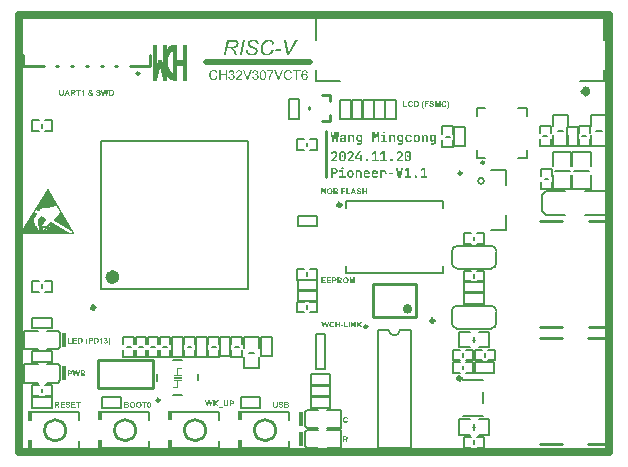
<source format=gto>
G04*
G04 #@! TF.GenerationSoftware,Altium Limited,Altium Designer,20.0.2 (26)*
G04*
G04 Layer_Color=65535*
%FSLAX25Y25*%
%MOIN*%
G70*
G01*
G75*
%ADD10C,0.01181*%
%ADD11C,0.02362*%
%ADD12C,0.00591*%
%ADD13C,0.00984*%
%ADD14C,0.00800*%
%ADD15C,0.01000*%
%ADD16C,0.00787*%
%ADD17C,0.01575*%
%ADD18C,0.01968*%
%ADD19C,0.02500*%
%ADD20C,0.00600*%
%ADD21C,0.02000*%
%ADD22C,0.00025*%
%ADD23C,0.00015*%
%ADD24C,0.00700*%
%ADD25C,0.00400*%
%ADD26C,0.00394*%
%ADD27R,0.01181X0.04724*%
%ADD28R,0.01181X0.04724*%
G36*
X4459Y897D02*
Y3987D01*
X3258D01*
Y897D01*
X4459D01*
D01*
D02*
G37*
G36*
Y13632D02*
Y10542D01*
X3258D01*
Y13632D01*
X4459D01*
D01*
D02*
G37*
G36*
X27788Y932D02*
Y4023D01*
X26588D01*
Y932D01*
X27788D01*
D01*
D02*
G37*
G36*
Y13668D02*
Y10577D01*
X26588D01*
Y13668D01*
X27788D01*
D01*
D02*
G37*
G36*
X51117Y932D02*
Y4023D01*
X49917D01*
Y932D01*
X51117D01*
D01*
D02*
G37*
G36*
Y13668D02*
Y10577D01*
X49917D01*
Y13668D01*
X51117D01*
D01*
D02*
G37*
G36*
X74446Y932D02*
Y4023D01*
X73246D01*
Y932D01*
X74446D01*
D01*
D02*
G37*
G36*
Y13668D02*
Y10577D01*
X73246D01*
Y13668D01*
X74446D01*
D01*
D02*
G37*
G36*
X107981Y95011D02*
X108019Y95004D01*
X108064Y94993D01*
X108109Y94977D01*
X108150Y94955D01*
X108191Y94925D01*
X108195Y94921D01*
X108206Y94910D01*
X108225Y94891D01*
X108244Y94865D01*
X108259Y94831D01*
X108277Y94790D01*
X108289Y94741D01*
X108292Y94689D01*
Y94681D01*
Y94662D01*
X108289Y94636D01*
X108281Y94603D01*
X108266Y94565D01*
X108251Y94524D01*
X108225Y94486D01*
X108191Y94449D01*
X108187Y94445D01*
X108173Y94434D01*
X108150Y94423D01*
X108120Y94407D01*
X108082Y94389D01*
X108037Y94377D01*
X107981Y94366D01*
X107921Y94362D01*
X107891D01*
X107861Y94366D01*
X107824Y94374D01*
X107779Y94385D01*
X107734Y94400D01*
X107689Y94419D01*
X107648Y94449D01*
X107644Y94453D01*
X107633Y94464D01*
X107617Y94486D01*
X107599Y94512D01*
X107580Y94546D01*
X107565Y94587D01*
X107554Y94636D01*
X107550Y94689D01*
Y94696D01*
Y94715D01*
X107554Y94741D01*
X107561Y94775D01*
X107572Y94813D01*
X107591Y94850D01*
X107614Y94891D01*
X107648Y94925D01*
X107651Y94929D01*
X107666Y94940D01*
X107689Y94955D01*
X107719Y94970D01*
X107760Y94985D01*
X107805Y95000D01*
X107861Y95011D01*
X107921Y95015D01*
X107951D01*
X107981Y95011D01*
D02*
G37*
G36*
X113565Y93984D02*
X113599Y93980D01*
X113633Y93976D01*
X113674Y93969D01*
X113715Y93958D01*
X113809Y93928D01*
X113857Y93909D01*
X113910Y93883D01*
X113959Y93856D01*
X114004Y93822D01*
X114052Y93785D01*
X114094Y93740D01*
X114097Y93736D01*
X114105Y93729D01*
X114112Y93714D01*
X114128Y93695D01*
X114146Y93673D01*
X114165Y93642D01*
X114184Y93605D01*
X114206Y93568D01*
X114225Y93523D01*
X114244Y93474D01*
X114262Y93418D01*
X114281Y93361D01*
X114296Y93297D01*
X114304Y93230D01*
X114311Y93159D01*
X114315Y93084D01*
Y91445D01*
X113745D01*
Y93016D01*
Y93020D01*
Y93028D01*
Y93039D01*
Y93054D01*
X113737Y93095D01*
X113730Y93147D01*
X113715Y93204D01*
X113696Y93264D01*
X113666Y93320D01*
X113625Y93372D01*
X113621Y93376D01*
X113602Y93391D01*
X113576Y93410D01*
X113539Y93436D01*
X113494Y93459D01*
X113437Y93477D01*
X113374Y93493D01*
X113303Y93496D01*
X113269D01*
X113227Y93489D01*
X113179Y93481D01*
X113126Y93466D01*
X113070Y93444D01*
X113014Y93410D01*
X112965Y93369D01*
X112961Y93361D01*
X112946Y93346D01*
X112927Y93316D01*
X112905Y93275D01*
X112882Y93222D01*
X112864Y93163D01*
X112849Y93088D01*
X112845Y93005D01*
Y91445D01*
X112279D01*
Y93942D01*
X112834D01*
Y93477D01*
X112838Y93485D01*
Y93496D01*
X112845Y93511D01*
X112856Y93556D01*
X112879Y93609D01*
X112909Y93669D01*
X112946Y93733D01*
X112995Y93792D01*
X113055Y93849D01*
X113059D01*
X113063Y93856D01*
X113074Y93860D01*
X113089Y93871D01*
X113126Y93894D01*
X113179Y93920D01*
X113242Y93942D01*
X113318Y93965D01*
X113408Y93980D01*
X113505Y93988D01*
X113539D01*
X113565Y93984D01*
D02*
G37*
G36*
X121856D02*
X121886Y93980D01*
X121924Y93976D01*
X121965Y93969D01*
X122010Y93958D01*
X122108Y93928D01*
X122156Y93909D01*
X122205Y93883D01*
X122254Y93856D01*
X122302Y93822D01*
X122347Y93785D01*
X122389Y93740D01*
X122392Y93736D01*
X122396Y93729D01*
X122407Y93714D01*
X122423Y93695D01*
X122438Y93669D01*
X122456Y93639D01*
X122475Y93605D01*
X122497Y93564D01*
X122516Y93519D01*
X122535Y93466D01*
X122554Y93410D01*
X122569Y93350D01*
X122584Y93283D01*
X122595Y93211D01*
X122599Y93136D01*
X122602Y93058D01*
Y92821D01*
X122032D01*
Y93028D01*
Y93031D01*
Y93039D01*
Y93050D01*
Y93065D01*
X122025Y93106D01*
X122018Y93159D01*
X122002Y93215D01*
X121984Y93271D01*
X121954Y93327D01*
X121913Y93376D01*
X121909Y93380D01*
X121890Y93395D01*
X121864Y93414D01*
X121826Y93436D01*
X121781Y93459D01*
X121721Y93477D01*
X121658Y93493D01*
X121579Y93496D01*
X121556D01*
X121541Y93493D01*
X121500Y93489D01*
X121451Y93481D01*
X121395Y93463D01*
X121339Y93440D01*
X121282Y93406D01*
X121234Y93361D01*
X121230Y93354D01*
X121215Y93335D01*
X121196Y93305D01*
X121177Y93264D01*
X121155Y93208D01*
X121136Y93140D01*
X121121Y93065D01*
X121117Y92975D01*
Y91445D01*
X120547D01*
Y93942D01*
X121102D01*
Y93459D01*
X121106Y93466D01*
Y93477D01*
X121114Y93496D01*
X121125Y93541D01*
X121148Y93598D01*
X121177Y93657D01*
X121215Y93725D01*
X121267Y93789D01*
X121327Y93845D01*
X121331D01*
X121335Y93853D01*
X121346Y93860D01*
X121361Y93867D01*
X121376Y93879D01*
X121399Y93890D01*
X121455Y93916D01*
X121519Y93942D01*
X121601Y93965D01*
X121691Y93980D01*
X121792Y93988D01*
X121830D01*
X121856Y93984D01*
D02*
G37*
G36*
X124924Y92679D02*
X123469D01*
Y93208D01*
X124924D01*
Y92679D01*
D02*
G37*
G36*
X127290Y91445D02*
X126555D01*
X125719Y94760D01*
X126304D01*
X126810Y92596D01*
X126814Y92589D01*
X126818Y92570D01*
X126825Y92536D01*
X126836Y92495D01*
X126848Y92443D01*
X126859Y92386D01*
X126874Y92322D01*
X126885Y92255D01*
Y92251D01*
Y92247D01*
X126892Y92225D01*
X126896Y92191D01*
X126904Y92150D01*
X126911Y92101D01*
X126923Y92053D01*
X126930Y92007D01*
X126937Y91962D01*
Y91966D01*
X126941Y91981D01*
X126945Y92007D01*
X126953Y92041D01*
X126960Y92083D01*
X126968Y92131D01*
X126979Y92191D01*
X126990Y92255D01*
Y92259D01*
Y92263D01*
X126997Y92285D01*
X127001Y92322D01*
X127013Y92368D01*
X127024Y92420D01*
X127035Y92480D01*
X127065Y92604D01*
X127549Y94760D01*
X128126D01*
X127290Y91445D01*
D02*
G37*
G36*
X135551Y91955D02*
X136249D01*
Y91445D01*
X134119D01*
Y91955D01*
X134985D01*
Y94213D01*
X134115Y93575D01*
Y94213D01*
X134880Y94760D01*
X135551D01*
Y91955D01*
D02*
G37*
G36*
X130099Y91955D02*
X130796D01*
Y91445D01*
X128666D01*
Y91955D01*
X129533D01*
Y94213D01*
X128663Y93575D01*
Y94213D01*
X129428Y94760D01*
X130099D01*
Y91955D01*
D02*
G37*
G36*
X108244D02*
X109012D01*
Y91445D01*
X106823D01*
Y91955D01*
X107674D01*
Y93429D01*
X106913D01*
Y93942D01*
X108244D01*
Y91955D01*
D02*
G37*
G36*
X105289Y94756D02*
X105323Y94753D01*
X105360Y94749D01*
X105401Y94745D01*
X105491Y94730D01*
X105589Y94708D01*
X105686Y94674D01*
X105784Y94633D01*
X105788D01*
X105795Y94625D01*
X105806Y94617D01*
X105825Y94610D01*
X105870Y94580D01*
X105926Y94539D01*
X105986Y94490D01*
X106050Y94430D01*
X106110Y94359D01*
X106166Y94276D01*
Y94273D01*
X106174Y94265D01*
X106177Y94254D01*
X106189Y94235D01*
X106200Y94213D01*
X106211Y94186D01*
X106222Y94156D01*
X106237Y94122D01*
X106260Y94044D01*
X106282Y93954D01*
X106298Y93853D01*
X106305Y93740D01*
Y93736D01*
Y93725D01*
Y93710D01*
X106301Y93687D01*
Y93661D01*
X106298Y93631D01*
X106294Y93594D01*
X106286Y93556D01*
X106271Y93470D01*
X106245Y93380D01*
X106211Y93290D01*
X106166Y93200D01*
Y93196D01*
X106159Y93189D01*
X106151Y93177D01*
X106140Y93163D01*
X106110Y93121D01*
X106069Y93069D01*
X106012Y93012D01*
X105949Y92953D01*
X105870Y92896D01*
X105784Y92844D01*
X105780D01*
X105772Y92840D01*
X105757Y92832D01*
X105739Y92825D01*
X105716Y92814D01*
X105686Y92803D01*
X105656Y92791D01*
X105619Y92780D01*
X105578Y92769D01*
X105533Y92757D01*
X105435Y92735D01*
X105323Y92720D01*
X105202Y92716D01*
X104666D01*
Y91445D01*
X104100D01*
Y94760D01*
X105259D01*
X105289Y94756D01*
D02*
G37*
G36*
X110644Y93980D02*
X110685Y93976D01*
X110734Y93969D01*
X110786Y93961D01*
X110843Y93950D01*
X110903Y93935D01*
X110966Y93916D01*
X111026Y93897D01*
X111094Y93871D01*
X111154Y93837D01*
X111217Y93804D01*
X111274Y93762D01*
X111330Y93714D01*
X111334Y93710D01*
X111341Y93703D01*
X111356Y93687D01*
X111375Y93665D01*
X111394Y93639D01*
X111420Y93605D01*
X111446Y93568D01*
X111472Y93523D01*
X111499Y93474D01*
X111521Y93418D01*
X111548Y93357D01*
X111566Y93294D01*
X111585Y93222D01*
X111600Y93147D01*
X111608Y93069D01*
X111611Y92983D01*
Y92401D01*
Y92397D01*
Y92383D01*
Y92356D01*
X111608Y92326D01*
X111604Y92289D01*
X111596Y92244D01*
X111589Y92191D01*
X111577Y92139D01*
X111563Y92083D01*
X111544Y92023D01*
X111521Y91962D01*
X111491Y91903D01*
X111461Y91843D01*
X111424Y91782D01*
X111379Y91726D01*
X111330Y91674D01*
X111326Y91670D01*
X111319Y91663D01*
X111300Y91647D01*
X111277Y91632D01*
X111251Y91614D01*
X111214Y91591D01*
X111176Y91565D01*
X111127Y91543D01*
X111079Y91516D01*
X111019Y91490D01*
X110959Y91467D01*
X110888Y91449D01*
X110816Y91434D01*
X110738Y91419D01*
X110655Y91411D01*
X110565Y91408D01*
X110520D01*
X110486Y91411D01*
X110445Y91415D01*
X110400Y91422D01*
X110347Y91430D01*
X110291Y91441D01*
X110231Y91456D01*
X110168Y91471D01*
X110104Y91494D01*
X110040Y91520D01*
X109976Y91550D01*
X109916Y91588D01*
X109856Y91629D01*
X109800Y91674D01*
X109796Y91677D01*
X109789Y91685D01*
X109774Y91700D01*
X109755Y91723D01*
X109736Y91749D01*
X109710Y91782D01*
X109687Y91824D01*
X109661Y91865D01*
X109635Y91914D01*
X109609Y91970D01*
X109582Y92030D01*
X109564Y92094D01*
X109545Y92165D01*
X109530Y92240D01*
X109522Y92319D01*
X109519Y92401D01*
Y92983D01*
Y92986D01*
Y93001D01*
X109522Y93028D01*
Y93061D01*
X109526Y93099D01*
X109534Y93144D01*
X109541Y93192D01*
X109553Y93249D01*
X109567Y93305D01*
X109586Y93365D01*
X109609Y93425D01*
X109639Y93489D01*
X109669Y93549D01*
X109706Y93605D01*
X109751Y93661D01*
X109800Y93714D01*
X109804Y93717D01*
X109815Y93725D01*
X109830Y93740D01*
X109853Y93755D01*
X109882Y93778D01*
X109916Y93800D01*
X109958Y93822D01*
X110003Y93849D01*
X110055Y93875D01*
X110111Y93897D01*
X110175Y93920D01*
X110242Y93942D01*
X110318Y93958D01*
X110396Y93972D01*
X110479Y93980D01*
X110565Y93984D01*
X110610D01*
X110644Y93980D01*
D02*
G37*
G36*
X132442Y92233D02*
X132484Y92225D01*
X132533Y92210D01*
X132585Y92191D01*
X132638Y92161D01*
X132683Y92120D01*
X132686Y92116D01*
X132701Y92098D01*
X132720Y92075D01*
X132743Y92037D01*
X132761Y91996D01*
X132780Y91944D01*
X132795Y91884D01*
X132799Y91816D01*
Y91812D01*
Y91809D01*
Y91786D01*
X132791Y91752D01*
X132784Y91707D01*
X132769Y91659D01*
X132750Y91610D01*
X132720Y91558D01*
X132683Y91513D01*
X132679Y91509D01*
X132660Y91494D01*
X132638Y91479D01*
X132600Y91456D01*
X132555Y91438D01*
X132502Y91419D01*
X132442Y91404D01*
X132375Y91400D01*
X132368D01*
X132345Y91404D01*
X132308Y91408D01*
X132266Y91415D01*
X132218Y91426D01*
X132165Y91449D01*
X132113Y91475D01*
X132068Y91513D01*
X132064Y91516D01*
X132049Y91535D01*
X132030Y91558D01*
X132011Y91595D01*
X131989Y91636D01*
X131970Y91689D01*
X131955Y91749D01*
X131951Y91816D01*
Y91820D01*
Y91824D01*
X131955Y91846D01*
X131959Y91880D01*
X131966Y91925D01*
X131981Y91974D01*
X132000Y92023D01*
X132030Y92075D01*
X132068Y92120D01*
X132071Y92124D01*
X132090Y92139D01*
X132116Y92158D01*
X132150Y92180D01*
X132195Y92203D01*
X132247Y92221D01*
X132308Y92236D01*
X132375Y92240D01*
X132405D01*
X132442Y92233D01*
D02*
G37*
G36*
X118826Y93984D02*
X118860Y93980D01*
X118894Y93976D01*
X118935Y93972D01*
X119021Y93958D01*
X119111Y93935D01*
X119205Y93905D01*
X119295Y93864D01*
X119299D01*
X119306Y93860D01*
X119317Y93853D01*
X119333Y93841D01*
X119378Y93815D01*
X119430Y93778D01*
X119486Y93729D01*
X119550Y93669D01*
X119606Y93601D01*
X119659Y93523D01*
Y93519D01*
X119666Y93511D01*
X119670Y93500D01*
X119681Y93485D01*
X119689Y93463D01*
X119700Y93436D01*
X119711Y93406D01*
X119726Y93376D01*
X119749Y93297D01*
X119771Y93211D01*
X119786Y93114D01*
X119790Y93005D01*
Y92551D01*
X118245D01*
Y92379D01*
Y92375D01*
Y92368D01*
Y92356D01*
X118249Y92338D01*
Y92315D01*
X118253Y92292D01*
X118260Y92236D01*
X118279Y92172D01*
X118301Y92109D01*
X118331Y92049D01*
X118376Y91992D01*
X118384Y91989D01*
X118403Y91974D01*
X118429Y91951D01*
X118474Y91929D01*
X118526Y91906D01*
X118590Y91884D01*
X118661Y91869D01*
X118747Y91865D01*
X118778D01*
X118811Y91869D01*
X118852Y91873D01*
X118901Y91880D01*
X118950Y91891D01*
X119002Y91906D01*
X119051Y91925D01*
X119055Y91929D01*
X119070Y91936D01*
X119093Y91951D01*
X119115Y91970D01*
X119141Y91996D01*
X119164Y92026D01*
X119186Y92064D01*
X119197Y92105D01*
X119764D01*
Y92101D01*
X119760Y92090D01*
X119756Y92075D01*
X119749Y92053D01*
X119741Y92026D01*
X119730Y91992D01*
X119700Y91921D01*
X119655Y91839D01*
X119629Y91794D01*
X119595Y91752D01*
X119561Y91711D01*
X119520Y91670D01*
X119475Y91629D01*
X119426Y91591D01*
X119422Y91588D01*
X119415Y91584D01*
X119396Y91572D01*
X119378Y91561D01*
X119351Y91546D01*
X119317Y91531D01*
X119280Y91513D01*
X119239Y91497D01*
X119190Y91479D01*
X119138Y91460D01*
X119081Y91445D01*
X119021Y91430D01*
X118957Y91419D01*
X118894Y91408D01*
X118823Y91404D01*
X118747Y91400D01*
X118718D01*
X118695Y91404D01*
X118665D01*
X118635Y91408D01*
X118597Y91411D01*
X118560Y91415D01*
X118474Y91430D01*
X118380Y91452D01*
X118282Y91479D01*
X118193Y91520D01*
X118189D01*
X118181Y91527D01*
X118170Y91531D01*
X118155Y91543D01*
X118110Y91572D01*
X118058Y91610D01*
X117998Y91659D01*
X117938Y91719D01*
X117877Y91790D01*
X117825Y91869D01*
Y91873D01*
X117821Y91880D01*
X117814Y91891D01*
X117806Y91910D01*
X117795Y91929D01*
X117784Y91955D01*
X117772Y91985D01*
X117761Y92019D01*
X117739Y92098D01*
X117716Y92188D01*
X117701Y92289D01*
X117698Y92397D01*
Y92990D01*
Y92994D01*
Y93005D01*
Y93020D01*
X117701Y93042D01*
Y93069D01*
X117705Y93099D01*
X117709Y93133D01*
X117712Y93170D01*
X117727Y93252D01*
X117750Y93343D01*
X117784Y93432D01*
X117825Y93519D01*
Y93523D01*
X117833Y93530D01*
X117840Y93541D01*
X117848Y93556D01*
X117877Y93598D01*
X117919Y93646D01*
X117971Y93703D01*
X118035Y93759D01*
X118110Y93815D01*
X118193Y93864D01*
X118196D01*
X118204Y93867D01*
X118215Y93875D01*
X118234Y93883D01*
X118256Y93894D01*
X118282Y93901D01*
X118316Y93913D01*
X118350Y93928D01*
X118432Y93950D01*
X118526Y93969D01*
X118631Y93984D01*
X118747Y93988D01*
X118800D01*
X118826Y93984D01*
D02*
G37*
G36*
X116100D02*
X116134Y93980D01*
X116167Y93976D01*
X116209Y93972D01*
X116295Y93958D01*
X116385Y93935D01*
X116479Y93905D01*
X116569Y93864D01*
X116572D01*
X116580Y93860D01*
X116591Y93853D01*
X116606Y93841D01*
X116651Y93815D01*
X116704Y93778D01*
X116760Y93729D01*
X116824Y93669D01*
X116880Y93601D01*
X116932Y93523D01*
Y93519D01*
X116940Y93511D01*
X116944Y93500D01*
X116955Y93485D01*
X116963Y93463D01*
X116974Y93436D01*
X116985Y93406D01*
X117000Y93376D01*
X117023Y93297D01*
X117045Y93211D01*
X117060Y93114D01*
X117064Y93005D01*
Y92551D01*
X115519D01*
Y92379D01*
Y92375D01*
Y92368D01*
Y92356D01*
X115523Y92338D01*
Y92315D01*
X115526Y92292D01*
X115534Y92236D01*
X115552Y92172D01*
X115575Y92109D01*
X115605Y92049D01*
X115650Y91992D01*
X115657Y91989D01*
X115676Y91974D01*
X115702Y91951D01*
X115747Y91929D01*
X115800Y91906D01*
X115864Y91884D01*
X115935Y91869D01*
X116021Y91865D01*
X116051D01*
X116085Y91869D01*
X116126Y91873D01*
X116175Y91880D01*
X116224Y91891D01*
X116276Y91906D01*
X116325Y91925D01*
X116329Y91929D01*
X116344Y91936D01*
X116366Y91951D01*
X116389Y91970D01*
X116415Y91996D01*
X116437Y92026D01*
X116460Y92064D01*
X116471Y92105D01*
X117037D01*
Y92101D01*
X117034Y92090D01*
X117030Y92075D01*
X117023Y92053D01*
X117015Y92026D01*
X117004Y91992D01*
X116974Y91921D01*
X116929Y91839D01*
X116902Y91794D01*
X116869Y91752D01*
X116835Y91711D01*
X116794Y91670D01*
X116749Y91629D01*
X116700Y91591D01*
X116696Y91588D01*
X116689Y91584D01*
X116670Y91572D01*
X116651Y91561D01*
X116625Y91546D01*
X116591Y91531D01*
X116554Y91513D01*
X116513Y91497D01*
X116464Y91479D01*
X116411Y91460D01*
X116355Y91445D01*
X116295Y91430D01*
X116231Y91419D01*
X116167Y91408D01*
X116096Y91404D01*
X116021Y91400D01*
X115991D01*
X115969Y91404D01*
X115939D01*
X115909Y91408D01*
X115871Y91411D01*
X115834Y91415D01*
X115747Y91430D01*
X115654Y91452D01*
X115556Y91479D01*
X115466Y91520D01*
X115463D01*
X115455Y91527D01*
X115444Y91531D01*
X115429Y91543D01*
X115384Y91572D01*
X115331Y91610D01*
X115271Y91659D01*
X115211Y91719D01*
X115151Y91790D01*
X115099Y91869D01*
Y91873D01*
X115095Y91880D01*
X115087Y91891D01*
X115080Y91910D01*
X115069Y91929D01*
X115058Y91955D01*
X115046Y91985D01*
X115035Y92019D01*
X115013Y92098D01*
X114990Y92188D01*
X114975Y92289D01*
X114971Y92397D01*
Y92990D01*
Y92994D01*
Y93005D01*
Y93020D01*
X114975Y93042D01*
Y93069D01*
X114979Y93099D01*
X114982Y93133D01*
X114986Y93170D01*
X115001Y93252D01*
X115024Y93343D01*
X115058Y93432D01*
X115099Y93519D01*
Y93523D01*
X115106Y93530D01*
X115114Y93541D01*
X115121Y93556D01*
X115151Y93598D01*
X115192Y93646D01*
X115245Y93703D01*
X115309Y93759D01*
X115384Y93815D01*
X115466Y93864D01*
X115470D01*
X115478Y93867D01*
X115489Y93875D01*
X115507Y93883D01*
X115530Y93894D01*
X115556Y93901D01*
X115590Y93913D01*
X115624Y93928D01*
X115706Y93950D01*
X115800Y93969D01*
X115905Y93984D01*
X116021Y93988D01*
X116074D01*
X116100Y93984D01*
D02*
G37*
G36*
X127061Y100351D02*
X127095Y100347D01*
X127129Y100344D01*
X127170Y100340D01*
X127256Y100325D01*
X127346Y100303D01*
X127444Y100273D01*
X127534Y100231D01*
X127538D01*
X127545Y100227D01*
X127556Y100220D01*
X127571Y100209D01*
X127616Y100182D01*
X127669Y100145D01*
X127725Y100096D01*
X127789Y100036D01*
X127845Y99969D01*
X127898Y99890D01*
Y99886D01*
X127905Y99879D01*
X127909Y99867D01*
X127920Y99853D01*
X127927Y99830D01*
X127939Y99804D01*
X127950Y99778D01*
X127965Y99744D01*
X127988Y99669D01*
X128010Y99579D01*
X128025Y99481D01*
X128029Y99376D01*
Y99373D01*
Y99365D01*
Y99350D01*
Y99331D01*
X128025Y99309D01*
X128021Y99282D01*
X128014Y99219D01*
X127999Y99140D01*
X127976Y99054D01*
X127946Y98960D01*
X127905Y98866D01*
Y98862D01*
X127901Y98855D01*
X127894Y98840D01*
X127883Y98821D01*
X127867Y98799D01*
X127852Y98773D01*
X127834Y98739D01*
X127811Y98705D01*
X127755Y98626D01*
X127688Y98536D01*
X127605Y98439D01*
X127507Y98338D01*
X126671Y97505D01*
X128070D01*
Y96995D01*
X125959D01*
Y97505D01*
X127155Y98728D01*
X127159Y98731D01*
X127166Y98743D01*
X127181Y98757D01*
X127200Y98780D01*
X127223Y98810D01*
X127249Y98840D01*
X127275Y98878D01*
X127301Y98919D01*
X127354Y99013D01*
X127402Y99117D01*
X127421Y99174D01*
X127436Y99230D01*
X127444Y99290D01*
X127447Y99346D01*
Y99350D01*
Y99357D01*
Y99369D01*
X127444Y99384D01*
X127440Y99425D01*
X127433Y99477D01*
X127414Y99534D01*
X127391Y99594D01*
X127361Y99654D01*
X127316Y99710D01*
X127309Y99717D01*
X127294Y99733D01*
X127264Y99755D01*
X127223Y99781D01*
X127174Y99804D01*
X127114Y99826D01*
X127046Y99841D01*
X126968Y99849D01*
X126945D01*
X126930Y99845D01*
X126889Y99841D01*
X126840Y99830D01*
X126784Y99815D01*
X126724Y99789D01*
X126664Y99751D01*
X126611Y99703D01*
X126604Y99695D01*
X126589Y99676D01*
X126570Y99646D01*
X126544Y99601D01*
X126517Y99549D01*
X126499Y99481D01*
X126484Y99406D01*
X126476Y99324D01*
X125910D01*
Y99327D01*
Y99339D01*
Y99354D01*
X125914Y99376D01*
Y99402D01*
X125917Y99436D01*
X125921Y99470D01*
X125929Y99507D01*
X125944Y99594D01*
X125966Y99684D01*
X126000Y99774D01*
X126045Y99864D01*
Y99867D01*
X126052Y99875D01*
X126060Y99886D01*
X126071Y99901D01*
X126101Y99942D01*
X126146Y99995D01*
X126199Y100055D01*
X126262Y100115D01*
X126338Y100171D01*
X126424Y100224D01*
X126427D01*
X126435Y100231D01*
X126446Y100235D01*
X126465Y100246D01*
X126488Y100254D01*
X126517Y100265D01*
X126548Y100276D01*
X126585Y100291D01*
X126667Y100314D01*
X126761Y100336D01*
X126866Y100351D01*
X126982Y100355D01*
X127035D01*
X127061Y100351D01*
D02*
G37*
G36*
X121984Y97505D02*
X122681D01*
Y96995D01*
X120551D01*
Y97505D01*
X121417D01*
Y99762D01*
X120547Y99125D01*
Y99762D01*
X121312Y100310D01*
X121984D01*
Y97505D01*
D02*
G37*
G36*
X119257D02*
X119955D01*
Y96995D01*
X117825D01*
Y97505D01*
X118691D01*
Y99762D01*
X117821Y99125D01*
Y99762D01*
X118586Y100310D01*
X119257D01*
Y97505D01*
D02*
G37*
G36*
X112804Y98326D02*
Y98154D01*
X113726D01*
Y98904D01*
X114300D01*
Y96995D01*
X113726D01*
Y97651D01*
X112260D01*
Y98476D01*
X113486Y100310D01*
X114120D01*
X112804Y98326D01*
D02*
G37*
G36*
X110704Y100351D02*
X110738Y100347D01*
X110771Y100344D01*
X110812Y100340D01*
X110899Y100325D01*
X110989Y100303D01*
X111086Y100273D01*
X111176Y100231D01*
X111180D01*
X111188Y100227D01*
X111199Y100220D01*
X111214Y100209D01*
X111259Y100182D01*
X111311Y100145D01*
X111367Y100096D01*
X111431Y100036D01*
X111487Y99969D01*
X111540Y99890D01*
Y99886D01*
X111548Y99879D01*
X111551Y99867D01*
X111563Y99853D01*
X111570Y99830D01*
X111581Y99804D01*
X111592Y99778D01*
X111608Y99744D01*
X111630Y99669D01*
X111653Y99579D01*
X111668Y99481D01*
X111671Y99376D01*
Y99373D01*
Y99365D01*
Y99350D01*
Y99331D01*
X111668Y99309D01*
X111664Y99282D01*
X111656Y99219D01*
X111641Y99140D01*
X111619Y99054D01*
X111589Y98960D01*
X111548Y98866D01*
Y98862D01*
X111544Y98855D01*
X111536Y98840D01*
X111525Y98821D01*
X111510Y98799D01*
X111495Y98773D01*
X111476Y98739D01*
X111454Y98705D01*
X111398Y98626D01*
X111330Y98536D01*
X111248Y98439D01*
X111150Y98338D01*
X110314Y97505D01*
X111713D01*
Y96995D01*
X109601D01*
Y97505D01*
X110798Y98728D01*
X110801Y98731D01*
X110809Y98743D01*
X110824Y98757D01*
X110843Y98780D01*
X110865Y98810D01*
X110891Y98840D01*
X110917Y98878D01*
X110944Y98919D01*
X110996Y99013D01*
X111045Y99117D01*
X111064Y99174D01*
X111079Y99230D01*
X111086Y99290D01*
X111090Y99346D01*
Y99350D01*
Y99357D01*
Y99369D01*
X111086Y99384D01*
X111082Y99425D01*
X111075Y99477D01*
X111056Y99534D01*
X111034Y99594D01*
X111004Y99654D01*
X110959Y99710D01*
X110951Y99717D01*
X110936Y99733D01*
X110906Y99755D01*
X110865Y99781D01*
X110816Y99804D01*
X110756Y99826D01*
X110689Y99841D01*
X110610Y99849D01*
X110588D01*
X110573Y99845D01*
X110531Y99841D01*
X110483Y99830D01*
X110426Y99815D01*
X110366Y99789D01*
X110306Y99751D01*
X110254Y99703D01*
X110246Y99695D01*
X110231Y99676D01*
X110213Y99646D01*
X110186Y99601D01*
X110160Y99549D01*
X110141Y99481D01*
X110126Y99406D01*
X110119Y99324D01*
X109553D01*
Y99327D01*
Y99339D01*
Y99354D01*
X109556Y99376D01*
Y99402D01*
X109560Y99436D01*
X109564Y99470D01*
X109571Y99507D01*
X109586Y99594D01*
X109609Y99684D01*
X109643Y99774D01*
X109687Y99864D01*
Y99867D01*
X109695Y99875D01*
X109703Y99886D01*
X109714Y99901D01*
X109744Y99942D01*
X109789Y99995D01*
X109841Y100055D01*
X109905Y100115D01*
X109980Y100171D01*
X110066Y100224D01*
X110070D01*
X110078Y100231D01*
X110089Y100235D01*
X110108Y100246D01*
X110130Y100254D01*
X110160Y100265D01*
X110190Y100276D01*
X110228Y100291D01*
X110310Y100314D01*
X110404Y100336D01*
X110509Y100351D01*
X110625Y100355D01*
X110678D01*
X110704Y100351D01*
D02*
G37*
G36*
X105251D02*
X105285Y100347D01*
X105319Y100344D01*
X105360Y100340D01*
X105446Y100325D01*
X105536Y100303D01*
X105634Y100273D01*
X105724Y100231D01*
X105728D01*
X105735Y100227D01*
X105746Y100220D01*
X105761Y100209D01*
X105806Y100182D01*
X105859Y100145D01*
X105915Y100096D01*
X105979Y100036D01*
X106035Y99969D01*
X106088Y99890D01*
Y99886D01*
X106095Y99879D01*
X106099Y99867D01*
X106110Y99853D01*
X106117Y99830D01*
X106129Y99804D01*
X106140Y99778D01*
X106155Y99744D01*
X106177Y99669D01*
X106200Y99579D01*
X106215Y99481D01*
X106219Y99376D01*
Y99373D01*
Y99365D01*
Y99350D01*
Y99331D01*
X106215Y99309D01*
X106211Y99282D01*
X106204Y99219D01*
X106189Y99140D01*
X106166Y99054D01*
X106136Y98960D01*
X106095Y98866D01*
Y98862D01*
X106091Y98855D01*
X106084Y98840D01*
X106072Y98821D01*
X106058Y98799D01*
X106043Y98773D01*
X106024Y98739D01*
X106001Y98705D01*
X105945Y98626D01*
X105877Y98536D01*
X105795Y98439D01*
X105698Y98338D01*
X104861Y97505D01*
X106260D01*
Y96995D01*
X104149D01*
Y97505D01*
X105345Y98728D01*
X105349Y98731D01*
X105356Y98743D01*
X105371Y98757D01*
X105390Y98780D01*
X105412Y98810D01*
X105439Y98840D01*
X105465Y98878D01*
X105491Y98919D01*
X105544Y99013D01*
X105593Y99117D01*
X105611Y99174D01*
X105626Y99230D01*
X105634Y99290D01*
X105638Y99346D01*
Y99350D01*
Y99357D01*
Y99369D01*
X105634Y99384D01*
X105630Y99425D01*
X105622Y99477D01*
X105604Y99534D01*
X105581Y99594D01*
X105551Y99654D01*
X105506Y99710D01*
X105499Y99717D01*
X105484Y99733D01*
X105454Y99755D01*
X105412Y99781D01*
X105364Y99804D01*
X105304Y99826D01*
X105236Y99841D01*
X105157Y99849D01*
X105135D01*
X105120Y99845D01*
X105079Y99841D01*
X105030Y99830D01*
X104974Y99815D01*
X104914Y99789D01*
X104854Y99751D01*
X104801Y99703D01*
X104794Y99695D01*
X104779Y99676D01*
X104760Y99646D01*
X104734Y99601D01*
X104708Y99549D01*
X104689Y99481D01*
X104674Y99406D01*
X104666Y99324D01*
X104100D01*
Y99327D01*
Y99339D01*
Y99354D01*
X104104Y99376D01*
Y99402D01*
X104107Y99436D01*
X104111Y99470D01*
X104119Y99507D01*
X104134Y99594D01*
X104156Y99684D01*
X104190Y99774D01*
X104235Y99864D01*
Y99867D01*
X104243Y99875D01*
X104250Y99886D01*
X104261Y99901D01*
X104291Y99942D01*
X104336Y99995D01*
X104389Y100055D01*
X104453Y100115D01*
X104527Y100171D01*
X104614Y100224D01*
X104618D01*
X104625Y100231D01*
X104636Y100235D01*
X104655Y100246D01*
X104677Y100254D01*
X104708Y100265D01*
X104737Y100276D01*
X104775Y100291D01*
X104858Y100314D01*
X104951Y100336D01*
X105056Y100351D01*
X105173Y100355D01*
X105225D01*
X105251Y100351D01*
D02*
G37*
G36*
X129795D02*
X129829Y100347D01*
X129862Y100344D01*
X129904Y100340D01*
X129990Y100325D01*
X130084Y100303D01*
X130181Y100273D01*
X130271Y100231D01*
X130275D01*
X130282Y100227D01*
X130294Y100220D01*
X130309Y100209D01*
X130354Y100182D01*
X130406Y100145D01*
X130463Y100096D01*
X130526Y100036D01*
X130582Y99965D01*
X130635Y99886D01*
Y99883D01*
X130642Y99875D01*
X130646Y99864D01*
X130657Y99849D01*
X130665Y99826D01*
X130676Y99800D01*
X130687Y99770D01*
X130702Y99740D01*
X130725Y99661D01*
X130747Y99575D01*
X130763Y99474D01*
X130766Y99365D01*
Y97940D01*
Y97936D01*
Y97925D01*
Y97910D01*
X130763Y97891D01*
Y97865D01*
X130759Y97835D01*
X130751Y97764D01*
X130733Y97681D01*
X130710Y97591D01*
X130680Y97501D01*
X130635Y97415D01*
Y97411D01*
X130628Y97404D01*
X130620Y97392D01*
X130613Y97378D01*
X130582Y97340D01*
X130541Y97287D01*
X130489Y97235D01*
X130429Y97175D01*
X130354Y97119D01*
X130271Y97070D01*
X130268D01*
X130260Y97066D01*
X130249Y97059D01*
X130230Y97051D01*
X130208Y97044D01*
X130181Y97032D01*
X130148Y97021D01*
X130114Y97010D01*
X130072Y96999D01*
X130031Y96987D01*
X129938Y96969D01*
X129829Y96954D01*
X129712Y96950D01*
X129683D01*
X129660Y96954D01*
X129630D01*
X129596Y96957D01*
X129562Y96961D01*
X129521Y96965D01*
X129435Y96980D01*
X129341Y97003D01*
X129247Y97029D01*
X129154Y97070D01*
X129150D01*
X129142Y97078D01*
X129131Y97081D01*
X129116Y97092D01*
X129071Y97123D01*
X129019Y97160D01*
X128959Y97209D01*
X128899Y97269D01*
X128839Y97336D01*
X128786Y97415D01*
Y97419D01*
X128782Y97426D01*
X128775Y97438D01*
X128768Y97456D01*
X128756Y97475D01*
X128745Y97501D01*
X128734Y97531D01*
X128723Y97565D01*
X128700Y97644D01*
X128677Y97730D01*
X128663Y97831D01*
X128659Y97940D01*
Y99365D01*
Y99369D01*
Y99380D01*
Y99395D01*
X128663Y99414D01*
Y99440D01*
X128666Y99470D01*
X128674Y99541D01*
X128689Y99624D01*
X128711Y99710D01*
X128745Y99800D01*
X128786Y99886D01*
Y99890D01*
X128794Y99897D01*
X128801Y99909D01*
X128809Y99924D01*
X128839Y99965D01*
X128880Y100014D01*
X128932Y100070D01*
X128996Y100126D01*
X129071Y100182D01*
X129154Y100231D01*
X129157D01*
X129165Y100235D01*
X129176Y100242D01*
X129195Y100250D01*
X129218Y100261D01*
X129247Y100269D01*
X129278Y100280D01*
X129311Y100295D01*
X129352Y100306D01*
X129394Y100318D01*
X129488Y100336D01*
X129596Y100351D01*
X129712Y100355D01*
X129765D01*
X129795Y100351D01*
D02*
G37*
G36*
X124328Y97782D02*
X124369Y97775D01*
X124417Y97760D01*
X124470Y97741D01*
X124522Y97711D01*
X124567Y97670D01*
X124571Y97666D01*
X124586Y97648D01*
X124605Y97625D01*
X124627Y97588D01*
X124646Y97546D01*
X124665Y97494D01*
X124680Y97434D01*
X124684Y97366D01*
Y97363D01*
Y97359D01*
Y97336D01*
X124676Y97303D01*
X124669Y97258D01*
X124654Y97209D01*
X124635Y97160D01*
X124605Y97107D01*
X124567Y97062D01*
X124564Y97059D01*
X124545Y97044D01*
X124522Y97029D01*
X124485Y97006D01*
X124440Y96987D01*
X124388Y96969D01*
X124328Y96954D01*
X124260Y96950D01*
X124252D01*
X124230Y96954D01*
X124193Y96957D01*
X124151Y96965D01*
X124102Y96976D01*
X124050Y96999D01*
X123997Y97025D01*
X123952Y97062D01*
X123949Y97066D01*
X123934Y97085D01*
X123915Y97107D01*
X123896Y97145D01*
X123874Y97186D01*
X123855Y97239D01*
X123840Y97299D01*
X123836Y97366D01*
Y97370D01*
Y97374D01*
X123840Y97396D01*
X123844Y97430D01*
X123851Y97475D01*
X123866Y97524D01*
X123885Y97572D01*
X123915Y97625D01*
X123952Y97670D01*
X123956Y97674D01*
X123975Y97689D01*
X124001Y97707D01*
X124035Y97730D01*
X124080Y97752D01*
X124133Y97771D01*
X124193Y97786D01*
X124260Y97790D01*
X124290D01*
X124328Y97782D01*
D02*
G37*
G36*
X116149D02*
X116190Y97775D01*
X116239Y97760D01*
X116291Y97741D01*
X116344Y97711D01*
X116389Y97670D01*
X116393Y97666D01*
X116408Y97648D01*
X116426Y97625D01*
X116449Y97588D01*
X116467Y97546D01*
X116486Y97494D01*
X116501Y97434D01*
X116505Y97366D01*
Y97363D01*
Y97359D01*
Y97336D01*
X116498Y97303D01*
X116490Y97258D01*
X116475Y97209D01*
X116456Y97160D01*
X116426Y97107D01*
X116389Y97062D01*
X116385Y97059D01*
X116366Y97044D01*
X116344Y97029D01*
X116306Y97006D01*
X116261Y96987D01*
X116209Y96969D01*
X116149Y96954D01*
X116081Y96950D01*
X116074D01*
X116051Y96954D01*
X116014Y96957D01*
X115972Y96965D01*
X115924Y96976D01*
X115871Y96999D01*
X115819Y97025D01*
X115774Y97062D01*
X115770Y97066D01*
X115755Y97085D01*
X115736Y97107D01*
X115717Y97145D01*
X115695Y97186D01*
X115676Y97239D01*
X115661Y97299D01*
X115657Y97366D01*
Y97370D01*
Y97374D01*
X115661Y97396D01*
X115665Y97430D01*
X115673Y97475D01*
X115688Y97524D01*
X115706Y97572D01*
X115736Y97625D01*
X115774Y97670D01*
X115778Y97674D01*
X115796Y97689D01*
X115823Y97707D01*
X115856Y97730D01*
X115901Y97752D01*
X115954Y97771D01*
X116014Y97786D01*
X116081Y97790D01*
X116111D01*
X116149Y97782D01*
D02*
G37*
G36*
X107985Y100351D02*
X108019Y100347D01*
X108053Y100344D01*
X108094Y100340D01*
X108180Y100325D01*
X108274Y100303D01*
X108371Y100273D01*
X108461Y100231D01*
X108465D01*
X108473Y100227D01*
X108484Y100220D01*
X108499Y100209D01*
X108544Y100182D01*
X108596Y100145D01*
X108652Y100096D01*
X108716Y100036D01*
X108773Y99965D01*
X108825Y99886D01*
Y99883D01*
X108833Y99875D01*
X108836Y99864D01*
X108847Y99849D01*
X108855Y99826D01*
X108866Y99800D01*
X108878Y99770D01*
X108893Y99740D01*
X108915Y99661D01*
X108938Y99575D01*
X108952Y99474D01*
X108956Y99365D01*
Y97940D01*
Y97936D01*
Y97925D01*
Y97910D01*
X108952Y97891D01*
Y97865D01*
X108949Y97835D01*
X108941Y97764D01*
X108923Y97681D01*
X108900Y97591D01*
X108870Y97501D01*
X108825Y97415D01*
Y97411D01*
X108818Y97404D01*
X108810Y97392D01*
X108802Y97378D01*
X108773Y97340D01*
X108731Y97287D01*
X108679Y97235D01*
X108619Y97175D01*
X108544Y97119D01*
X108461Y97070D01*
X108458D01*
X108450Y97066D01*
X108439Y97059D01*
X108420Y97051D01*
X108397Y97044D01*
X108371Y97032D01*
X108337Y97021D01*
X108304Y97010D01*
X108263Y96999D01*
X108221Y96987D01*
X108127Y96969D01*
X108019Y96954D01*
X107903Y96950D01*
X107872D01*
X107850Y96954D01*
X107820D01*
X107786Y96957D01*
X107753Y96961D01*
X107711Y96965D01*
X107625Y96980D01*
X107531Y97003D01*
X107438Y97029D01*
X107344Y97070D01*
X107340D01*
X107333Y97078D01*
X107321Y97081D01*
X107306Y97092D01*
X107261Y97123D01*
X107209Y97160D01*
X107149Y97209D01*
X107089Y97269D01*
X107029Y97336D01*
X106976Y97415D01*
Y97419D01*
X106973Y97426D01*
X106965Y97438D01*
X106957Y97456D01*
X106946Y97475D01*
X106935Y97501D01*
X106924Y97531D01*
X106913Y97565D01*
X106890Y97644D01*
X106868Y97730D01*
X106852Y97831D01*
X106849Y97940D01*
Y99365D01*
Y99369D01*
Y99380D01*
Y99395D01*
X106852Y99414D01*
Y99440D01*
X106856Y99470D01*
X106864Y99541D01*
X106879Y99624D01*
X106901Y99710D01*
X106935Y99800D01*
X106976Y99886D01*
Y99890D01*
X106984Y99897D01*
X106991Y99909D01*
X106999Y99924D01*
X107029Y99965D01*
X107070Y100014D01*
X107123Y100070D01*
X107186Y100126D01*
X107261Y100182D01*
X107344Y100231D01*
X107348D01*
X107355Y100235D01*
X107366Y100242D01*
X107385Y100250D01*
X107407Y100261D01*
X107438Y100269D01*
X107467Y100280D01*
X107501Y100295D01*
X107543Y100306D01*
X107584Y100318D01*
X107677Y100336D01*
X107786Y100351D01*
X107903Y100355D01*
X107955D01*
X107985Y100351D01*
D02*
G37*
G36*
X121897Y106884D02*
X121935Y106876D01*
X121980Y106865D01*
X122025Y106850D01*
X122066Y106827D01*
X122108Y106798D01*
X122111Y106794D01*
X122123Y106782D01*
X122141Y106764D01*
X122160Y106737D01*
X122175Y106704D01*
X122194Y106662D01*
X122205Y106614D01*
X122209Y106561D01*
Y106554D01*
Y106535D01*
X122205Y106509D01*
X122197Y106475D01*
X122183Y106438D01*
X122168Y106396D01*
X122141Y106359D01*
X122108Y106321D01*
X122104Y106317D01*
X122089Y106306D01*
X122066Y106295D01*
X122036Y106280D01*
X121999Y106261D01*
X121954Y106250D01*
X121897Y106239D01*
X121837Y106235D01*
X121808D01*
X121777Y106239D01*
X121740Y106246D01*
X121695Y106257D01*
X121650Y106272D01*
X121605Y106291D01*
X121564Y106321D01*
X121560Y106325D01*
X121549Y106336D01*
X121534Y106359D01*
X121515Y106385D01*
X121496Y106419D01*
X121481Y106460D01*
X121470Y106509D01*
X121466Y106561D01*
Y106569D01*
Y106588D01*
X121470Y106614D01*
X121477Y106648D01*
X121489Y106685D01*
X121508Y106722D01*
X121530Y106764D01*
X121564Y106798D01*
X121567Y106801D01*
X121582Y106813D01*
X121605Y106827D01*
X121635Y106843D01*
X121676Y106858D01*
X121721Y106872D01*
X121777Y106884D01*
X121837Y106887D01*
X121868D01*
X121897Y106884D01*
D02*
G37*
G36*
X135660Y105856D02*
X135694Y105852D01*
X135728Y105849D01*
X135769Y105841D01*
X135810Y105830D01*
X135904Y105800D01*
X135952Y105781D01*
X136005Y105755D01*
X136054Y105729D01*
X136099Y105695D01*
X136147Y105657D01*
X136189Y105613D01*
X136193Y105609D01*
X136200Y105601D01*
X136207Y105586D01*
X136223Y105568D01*
X136241Y105545D01*
X136260Y105515D01*
X136279Y105477D01*
X136301Y105440D01*
X136320Y105395D01*
X136339Y105346D01*
X136357Y105290D01*
X136376Y105234D01*
X136391Y105170D01*
X136399Y105103D01*
X136406Y105031D01*
X136410Y104956D01*
Y103317D01*
X135840D01*
Y104889D01*
Y104893D01*
Y104900D01*
Y104911D01*
Y104926D01*
X135833Y104967D01*
X135825Y105020D01*
X135810Y105076D01*
X135791Y105136D01*
X135761Y105192D01*
X135720Y105245D01*
X135716Y105249D01*
X135697Y105264D01*
X135671Y105282D01*
X135634Y105309D01*
X135589Y105331D01*
X135532Y105350D01*
X135469Y105365D01*
X135398Y105369D01*
X135364D01*
X135322Y105361D01*
X135274Y105354D01*
X135221Y105339D01*
X135165Y105316D01*
X135109Y105282D01*
X135060Y105241D01*
X135056Y105234D01*
X135041Y105219D01*
X135022Y105189D01*
X135000Y105148D01*
X134977Y105095D01*
X134959Y105035D01*
X134944Y104960D01*
X134940Y104877D01*
Y103317D01*
X134374D01*
Y105815D01*
X134929D01*
Y105350D01*
X134932Y105358D01*
Y105369D01*
X134940Y105384D01*
X134951Y105429D01*
X134974Y105481D01*
X135004Y105541D01*
X135041Y105605D01*
X135090Y105665D01*
X135150Y105721D01*
X135154D01*
X135158Y105729D01*
X135169Y105733D01*
X135184Y105744D01*
X135221Y105766D01*
X135274Y105792D01*
X135337Y105815D01*
X135413Y105838D01*
X135503Y105852D01*
X135600Y105860D01*
X135634D01*
X135660Y105856D01*
D02*
G37*
G36*
X124755Y105856D02*
X124789Y105852D01*
X124822Y105849D01*
X124864Y105841D01*
X124905Y105830D01*
X124999Y105800D01*
X125048Y105781D01*
X125100Y105755D01*
X125149Y105729D01*
X125194Y105695D01*
X125242Y105657D01*
X125284Y105613D01*
X125287Y105609D01*
X125295Y105601D01*
X125303Y105586D01*
X125318Y105568D01*
X125336Y105545D01*
X125355Y105515D01*
X125374Y105477D01*
X125396Y105440D01*
X125415Y105395D01*
X125434Y105346D01*
X125452Y105290D01*
X125471Y105234D01*
X125486Y105170D01*
X125494Y105103D01*
X125501Y105031D01*
X125505Y104956D01*
Y103317D01*
X124935D01*
Y104889D01*
Y104893D01*
Y104900D01*
Y104911D01*
Y104926D01*
X124927Y104967D01*
X124920Y105020D01*
X124905Y105076D01*
X124886Y105136D01*
X124856Y105192D01*
X124815Y105245D01*
X124811Y105249D01*
X124793Y105264D01*
X124766Y105282D01*
X124729Y105309D01*
X124684Y105331D01*
X124627Y105350D01*
X124564Y105365D01*
X124493Y105369D01*
X124459D01*
X124417Y105361D01*
X124369Y105354D01*
X124316Y105339D01*
X124260Y105316D01*
X124204Y105282D01*
X124155Y105241D01*
X124151Y105234D01*
X124136Y105219D01*
X124118Y105189D01*
X124095Y105148D01*
X124073Y105095D01*
X124054Y105035D01*
X124039Y104960D01*
X124035Y104877D01*
Y103317D01*
X123469D01*
Y105815D01*
X124024D01*
Y105350D01*
X124028Y105358D01*
Y105369D01*
X124035Y105384D01*
X124046Y105429D01*
X124069Y105481D01*
X124099Y105541D01*
X124136Y105605D01*
X124185Y105665D01*
X124245Y105721D01*
X124249D01*
X124252Y105729D01*
X124264Y105733D01*
X124279Y105744D01*
X124316Y105766D01*
X124369Y105792D01*
X124433Y105815D01*
X124507Y105838D01*
X124598Y105852D01*
X124695Y105860D01*
X124729D01*
X124755Y105856D01*
D02*
G37*
G36*
X111124D02*
X111158Y105852D01*
X111191Y105849D01*
X111232Y105841D01*
X111274Y105830D01*
X111367Y105800D01*
X111416Y105781D01*
X111469Y105755D01*
X111518Y105729D01*
X111563Y105695D01*
X111611Y105657D01*
X111653Y105613D01*
X111656Y105609D01*
X111664Y105601D01*
X111671Y105586D01*
X111686Y105568D01*
X111705Y105545D01*
X111724Y105515D01*
X111742Y105477D01*
X111765Y105440D01*
X111784Y105395D01*
X111802Y105346D01*
X111821Y105290D01*
X111840Y105234D01*
X111855Y105170D01*
X111863Y105103D01*
X111870Y105031D01*
X111874Y104956D01*
Y103317D01*
X111304D01*
Y104889D01*
Y104893D01*
Y104900D01*
Y104911D01*
Y104926D01*
X111296Y104967D01*
X111289Y105020D01*
X111274Y105076D01*
X111255Y105136D01*
X111225Y105192D01*
X111184Y105245D01*
X111180Y105249D01*
X111161Y105264D01*
X111135Y105282D01*
X111098Y105309D01*
X111053Y105331D01*
X110996Y105350D01*
X110933Y105365D01*
X110861Y105369D01*
X110828D01*
X110786Y105361D01*
X110738Y105354D01*
X110685Y105339D01*
X110629Y105316D01*
X110573Y105282D01*
X110524Y105241D01*
X110520Y105234D01*
X110505Y105219D01*
X110486Y105189D01*
X110464Y105148D01*
X110441Y105095D01*
X110423Y105035D01*
X110407Y104960D01*
X110404Y104877D01*
Y103317D01*
X109837D01*
Y105815D01*
X110392D01*
Y105350D01*
X110396Y105358D01*
Y105369D01*
X110404Y105384D01*
X110415Y105429D01*
X110438Y105481D01*
X110468Y105541D01*
X110505Y105605D01*
X110554Y105665D01*
X110614Y105721D01*
X110617D01*
X110621Y105729D01*
X110633Y105733D01*
X110647Y105744D01*
X110685Y105766D01*
X110738Y105792D01*
X110801Y105815D01*
X110876Y105838D01*
X110966Y105852D01*
X111064Y105860D01*
X111098D01*
X111124Y105856D01*
D02*
G37*
G36*
X120146Y103317D02*
X119614D01*
Y104712D01*
Y104716D01*
Y104724D01*
Y104743D01*
Y104761D01*
Y104788D01*
Y104817D01*
Y104855D01*
X119617Y104893D01*
Y104982D01*
X119621Y105084D01*
X119625Y105192D01*
X119629Y105305D01*
Y105309D01*
Y105320D01*
X119632Y105335D01*
Y105358D01*
Y105384D01*
X119636Y105418D01*
X119640Y105455D01*
Y105496D01*
X119648Y105586D01*
X119655Y105684D01*
X119662Y105789D01*
X119670Y105897D01*
Y105901D01*
Y105909D01*
X119674Y105928D01*
Y105946D01*
X119677Y105973D01*
Y106002D01*
X119681Y106036D01*
X119685Y106074D01*
X119693Y106152D01*
X119700Y106243D01*
X119708Y106336D01*
X119719Y106426D01*
X119250Y104757D01*
X118785D01*
X118335Y106385D01*
Y106381D01*
X118339Y106370D01*
Y106355D01*
X118342Y106329D01*
X118346Y106299D01*
X118350Y106261D01*
X118354Y106220D01*
X118361Y106175D01*
X118365Y106123D01*
X118372Y106062D01*
X118376Y106002D01*
X118384Y105935D01*
X118391Y105868D01*
X118399Y105792D01*
X118410Y105635D01*
Y105631D01*
Y105616D01*
X118414Y105590D01*
Y105560D01*
X118418Y105519D01*
X118421Y105470D01*
X118425Y105418D01*
X118429Y105358D01*
Y105290D01*
X118432Y105219D01*
X118436Y105144D01*
X118440Y105061D01*
X118444Y104893D01*
Y104712D01*
Y103317D01*
X117911D01*
Y106632D01*
X118654D01*
X119025Y105208D01*
X119400Y106632D01*
X120146D01*
Y103317D01*
D02*
G37*
G36*
X130054Y105856D02*
X130091Y105852D01*
X130140Y105849D01*
X130189Y105841D01*
X130245Y105830D01*
X130365Y105800D01*
X130425Y105781D01*
X130489Y105759D01*
X130552Y105729D01*
X130613Y105695D01*
X130669Y105657D01*
X130725Y105616D01*
X130729Y105613D01*
X130736Y105605D01*
X130751Y105590D01*
X130770Y105571D01*
X130792Y105549D01*
X130815Y105519D01*
X130841Y105485D01*
X130871Y105444D01*
X130897Y105399D01*
X130924Y105350D01*
X130950Y105294D01*
X130973Y105237D01*
X130991Y105174D01*
X131006Y105106D01*
X131017Y105031D01*
X131025Y104956D01*
X130466D01*
Y104960D01*
Y104964D01*
X130463Y104990D01*
X130455Y105024D01*
X130444Y105069D01*
X130425Y105114D01*
X130395Y105166D01*
X130361Y105215D01*
X130316Y105256D01*
X130309Y105260D01*
X130294Y105275D01*
X130264Y105290D01*
X130226Y105313D01*
X130174Y105331D01*
X130117Y105350D01*
X130050Y105361D01*
X129975Y105365D01*
X129938D01*
X129896Y105358D01*
X129844Y105350D01*
X129784Y105335D01*
X129724Y105313D01*
X129664Y105279D01*
X129611Y105237D01*
X129607Y105230D01*
X129593Y105215D01*
X129570Y105185D01*
X129548Y105148D01*
X129521Y105099D01*
X129502Y105035D01*
X129488Y104967D01*
X129480Y104885D01*
Y104251D01*
Y104247D01*
Y104240D01*
Y104229D01*
X129484Y104214D01*
X129488Y104173D01*
X129495Y104120D01*
X129514Y104060D01*
X129536Y104000D01*
X129566Y103944D01*
X129611Y103891D01*
X129619Y103887D01*
X129634Y103873D01*
X129664Y103850D01*
X129705Y103828D01*
X129757Y103805D01*
X129821Y103782D01*
X129893Y103768D01*
X129975Y103764D01*
X130009D01*
X130050Y103771D01*
X130099Y103779D01*
X130155Y103790D01*
X130211Y103809D01*
X130268Y103835D01*
X130320Y103869D01*
X130327Y103873D01*
X130342Y103887D01*
X130361Y103914D01*
X130387Y103947D01*
X130414Y103992D01*
X130436Y104045D01*
X130455Y104105D01*
X130466Y104176D01*
X131025D01*
Y104173D01*
Y104157D01*
X131021Y104135D01*
X131017Y104109D01*
X131014Y104071D01*
X131006Y104030D01*
X130995Y103985D01*
X130984Y103936D01*
X130965Y103884D01*
X130946Y103831D01*
X130920Y103775D01*
X130894Y103719D01*
X130860Y103666D01*
X130819Y103610D01*
X130774Y103561D01*
X130725Y103513D01*
X130721Y103509D01*
X130714Y103501D01*
X130695Y103490D01*
X130673Y103475D01*
X130646Y103456D01*
X130613Y103437D01*
X130571Y103415D01*
X130526Y103393D01*
X130474Y103370D01*
X130418Y103348D01*
X130358Y103329D01*
X130290Y103310D01*
X130219Y103295D01*
X130144Y103284D01*
X130061Y103276D01*
X129975Y103272D01*
X129945D01*
X129922Y103276D01*
X129893D01*
X129859Y103280D01*
X129825Y103284D01*
X129784Y103287D01*
X129698Y103303D01*
X129600Y103325D01*
X129506Y103351D01*
X129412Y103393D01*
X129409D01*
X129401Y103400D01*
X129390Y103404D01*
X129375Y103415D01*
X129330Y103441D01*
X129278Y103479D01*
X129218Y103527D01*
X129157Y103587D01*
X129097Y103655D01*
X129041Y103730D01*
Y103734D01*
X129037Y103741D01*
X129030Y103753D01*
X129023Y103771D01*
X129011Y103790D01*
X129000Y103816D01*
X128989Y103846D01*
X128978Y103880D01*
X128951Y103955D01*
X128932Y104045D01*
X128918Y104142D01*
X128910Y104251D01*
Y104877D01*
Y104881D01*
Y104893D01*
Y104908D01*
X128914Y104926D01*
Y104953D01*
X128918Y104982D01*
X128925Y105054D01*
X128944Y105136D01*
X128966Y105222D01*
X128996Y105313D01*
X129041Y105399D01*
Y105403D01*
X129049Y105410D01*
X129056Y105421D01*
X129068Y105436D01*
X129097Y105474D01*
X129139Y105526D01*
X129191Y105579D01*
X129255Y105635D01*
X129330Y105691D01*
X129412Y105740D01*
X129416D01*
X129424Y105744D01*
X129439Y105751D01*
X129454Y105759D01*
X129476Y105766D01*
X129506Y105778D01*
X129536Y105789D01*
X129574Y105800D01*
X129611Y105811D01*
X129656Y105823D01*
X129750Y105841D01*
X129859Y105856D01*
X129975Y105860D01*
X130020D01*
X130054Y105856D01*
D02*
G37*
G36*
X106335Y103317D02*
X105709D01*
X105454Y105642D01*
Y105650D01*
X105450Y105665D01*
Y105695D01*
X105446Y105733D01*
X105439Y105778D01*
X105435Y105834D01*
X105431Y105894D01*
X105424Y105961D01*
Y105965D01*
Y105969D01*
Y105995D01*
X105420Y106029D01*
X105416Y106074D01*
X105412Y106123D01*
X105409Y106175D01*
X105405Y106228D01*
X105401Y106276D01*
Y106272D01*
Y106254D01*
X105397Y106228D01*
Y106190D01*
X105394Y106145D01*
X105390Y106093D01*
X105383Y106029D01*
X105379Y105961D01*
Y105957D01*
Y105954D01*
Y105931D01*
X105375Y105894D01*
X105371Y105852D01*
X105368Y105800D01*
X105364Y105747D01*
X105356Y105695D01*
X105352Y105642D01*
X105075Y103317D01*
X104445D01*
X104096Y106632D01*
X104572D01*
X104779Y104315D01*
Y104311D01*
X104782Y104293D01*
Y104270D01*
X104786Y104233D01*
X104790Y104191D01*
X104794Y104139D01*
X104797Y104079D01*
X104801Y104011D01*
Y104007D01*
Y104004D01*
X104805Y103981D01*
Y103947D01*
X104809Y103902D01*
Y103854D01*
X104813Y103805D01*
Y103753D01*
Y103711D01*
X104816Y103726D01*
Y103753D01*
X104820Y103790D01*
X104824Y103835D01*
X104827Y103887D01*
X104835Y103944D01*
X104839Y104011D01*
Y104015D01*
Y104019D01*
X104842Y104041D01*
X104846Y104075D01*
X104850Y104120D01*
X104854Y104169D01*
X104861Y104218D01*
X104865Y104270D01*
X104873Y104315D01*
X105161Y106632D01*
X105649D01*
X105919Y104315D01*
Y104311D01*
X105922Y104293D01*
X105926Y104270D01*
X105930Y104233D01*
X105934Y104191D01*
X105941Y104139D01*
X105945Y104079D01*
X105953Y104011D01*
Y104007D01*
Y104004D01*
X105956Y103981D01*
X105960Y103947D01*
X105967Y103902D01*
X105971Y103854D01*
X105979Y103805D01*
X105982Y103753D01*
X105990Y103704D01*
Y103711D01*
Y103726D01*
X105994Y103753D01*
Y103790D01*
Y103835D01*
X105998Y103887D01*
X106001Y103944D01*
X106005Y104011D01*
Y104015D01*
Y104019D01*
X106009Y104041D01*
Y104075D01*
X106012Y104120D01*
X106016Y104169D01*
Y104218D01*
X106020Y104270D01*
X106024Y104315D01*
X106230Y106632D01*
X106699D01*
X106335Y103317D01*
D02*
G37*
G36*
X122160Y103828D02*
X122929D01*
Y103317D01*
X120739D01*
Y103828D01*
X121590D01*
Y105301D01*
X120829D01*
Y105815D01*
X122160D01*
Y103828D01*
D02*
G37*
G36*
X108214Y105856D02*
X108255Y105852D01*
X108300Y105849D01*
X108352Y105841D01*
X108405Y105834D01*
X108525Y105804D01*
X108585Y105789D01*
X108649Y105766D01*
X108709Y105740D01*
X108765Y105710D01*
X108821Y105676D01*
X108874Y105635D01*
X108878Y105631D01*
X108885Y105624D01*
X108896Y105613D01*
X108915Y105594D01*
X108934Y105571D01*
X108956Y105545D01*
X108983Y105511D01*
X109005Y105474D01*
X109031Y105432D01*
X109054Y105387D01*
X109076Y105335D01*
X109095Y105279D01*
X109114Y105219D01*
X109125Y105155D01*
X109133Y105087D01*
X109136Y105013D01*
Y103317D01*
X108585D01*
Y103771D01*
X108581Y103760D01*
X108578Y103741D01*
X108563Y103700D01*
X108544Y103647D01*
X108514Y103584D01*
X108476Y103524D01*
X108424Y103464D01*
X108390Y103434D01*
X108356Y103408D01*
X108352D01*
X108349Y103400D01*
X108337Y103396D01*
X108323Y103385D01*
X108300Y103377D01*
X108277Y103366D01*
X108251Y103351D01*
X108221Y103340D01*
X108146Y103314D01*
X108060Y103295D01*
X107959Y103280D01*
X107846Y103272D01*
X107809D01*
X107782Y103276D01*
X107753Y103280D01*
X107715Y103284D01*
X107674Y103291D01*
X107629Y103299D01*
X107531Y103325D01*
X107483Y103344D01*
X107430Y103363D01*
X107381Y103389D01*
X107333Y103415D01*
X107288Y103449D01*
X107243Y103486D01*
X107239Y103490D01*
X107235Y103498D01*
X107224Y103509D01*
X107209Y103527D01*
X107194Y103546D01*
X107175Y103572D01*
X107152Y103603D01*
X107134Y103640D01*
X107115Y103677D01*
X107092Y103719D01*
X107074Y103768D01*
X107059Y103816D01*
X107044Y103873D01*
X107036Y103929D01*
X107029Y103989D01*
X107025Y104052D01*
Y104056D01*
Y104068D01*
Y104086D01*
X107029Y104113D01*
X107033Y104142D01*
X107040Y104180D01*
X107047Y104218D01*
X107055Y104262D01*
X107085Y104352D01*
X107104Y104401D01*
X107130Y104450D01*
X107156Y104499D01*
X107190Y104544D01*
X107228Y104589D01*
X107273Y104630D01*
X107276Y104634D01*
X107284Y104641D01*
X107299Y104649D01*
X107317Y104664D01*
X107344Y104679D01*
X107374Y104698D01*
X107411Y104720D01*
X107452Y104739D01*
X107498Y104757D01*
X107550Y104780D01*
X107606Y104799D01*
X107670Y104814D01*
X107734Y104829D01*
X107805Y104840D01*
X107880Y104844D01*
X107959Y104848D01*
X108570D01*
Y105024D01*
Y105027D01*
Y105039D01*
X108566Y105058D01*
X108563Y105084D01*
X108555Y105110D01*
X108547Y105144D01*
X108533Y105177D01*
X108514Y105215D01*
X108491Y105249D01*
X108461Y105282D01*
X108428Y105316D01*
X108382Y105342D01*
X108334Y105369D01*
X108274Y105387D01*
X108206Y105399D01*
X108127Y105403D01*
X108094D01*
X108060Y105399D01*
X108015Y105391D01*
X107963Y105384D01*
X107910Y105369D01*
X107858Y105350D01*
X107809Y105324D01*
X107805Y105320D01*
X107790Y105309D01*
X107771Y105294D01*
X107749Y105268D01*
X107726Y105237D01*
X107704Y105200D01*
X107689Y105155D01*
X107677Y105106D01*
X107134D01*
Y105110D01*
Y105121D01*
X107138Y105140D01*
X107141Y105163D01*
X107145Y105192D01*
X107152Y105222D01*
X107164Y105260D01*
X107175Y105301D01*
X107194Y105342D01*
X107212Y105387D01*
X107235Y105432D01*
X107261Y105477D01*
X107295Y105523D01*
X107329Y105568D01*
X107370Y105609D01*
X107419Y105650D01*
X107422Y105654D01*
X107430Y105657D01*
X107445Y105669D01*
X107467Y105684D01*
X107494Y105699D01*
X107527Y105718D01*
X107565Y105736D01*
X107610Y105755D01*
X107659Y105774D01*
X107711Y105792D01*
X107771Y105811D01*
X107835Y105826D01*
X107903Y105841D01*
X107974Y105852D01*
X108053Y105856D01*
X108135Y105860D01*
X108180D01*
X108214Y105856D01*
D02*
G37*
G36*
X132739Y105852D02*
X132780Y105849D01*
X132829Y105841D01*
X132881Y105834D01*
X132938Y105823D01*
X132998Y105807D01*
X133061Y105789D01*
X133121Y105770D01*
X133189Y105744D01*
X133249Y105710D01*
X133312Y105676D01*
X133369Y105635D01*
X133425Y105586D01*
X133429Y105582D01*
X133436Y105575D01*
X133451Y105560D01*
X133470Y105537D01*
X133489Y105511D01*
X133515Y105477D01*
X133541Y105440D01*
X133568Y105395D01*
X133594Y105346D01*
X133616Y105290D01*
X133642Y105230D01*
X133661Y105166D01*
X133680Y105095D01*
X133695Y105020D01*
X133703Y104941D01*
X133706Y104855D01*
Y104274D01*
Y104270D01*
Y104255D01*
Y104229D01*
X133703Y104199D01*
X133699Y104161D01*
X133691Y104116D01*
X133684Y104064D01*
X133672Y104011D01*
X133658Y103955D01*
X133639Y103895D01*
X133616Y103835D01*
X133586Y103775D01*
X133556Y103715D01*
X133519Y103655D01*
X133474Y103599D01*
X133425Y103546D01*
X133421Y103542D01*
X133414Y103535D01*
X133395Y103520D01*
X133372Y103505D01*
X133346Y103486D01*
X133309Y103464D01*
X133271Y103437D01*
X133222Y103415D01*
X133174Y103389D01*
X133114Y103363D01*
X133054Y103340D01*
X132983Y103321D01*
X132911Y103306D01*
X132833Y103291D01*
X132750Y103284D01*
X132660Y103280D01*
X132615D01*
X132581Y103284D01*
X132540Y103287D01*
X132495Y103295D01*
X132442Y103303D01*
X132386Y103314D01*
X132326Y103329D01*
X132263Y103344D01*
X132199Y103366D01*
X132135Y103393D01*
X132071Y103422D01*
X132011Y103460D01*
X131951Y103501D01*
X131895Y103546D01*
X131891Y103550D01*
X131884Y103558D01*
X131869Y103572D01*
X131850Y103595D01*
X131831Y103621D01*
X131805Y103655D01*
X131782Y103696D01*
X131756Y103737D01*
X131730Y103786D01*
X131704Y103842D01*
X131677Y103902D01*
X131659Y103966D01*
X131640Y104037D01*
X131625Y104113D01*
X131617Y104191D01*
X131614Y104274D01*
Y104855D01*
Y104859D01*
Y104874D01*
X131617Y104900D01*
Y104934D01*
X131621Y104971D01*
X131629Y105016D01*
X131636Y105065D01*
X131648Y105121D01*
X131662Y105177D01*
X131681Y105237D01*
X131704Y105298D01*
X131734Y105361D01*
X131764Y105421D01*
X131801Y105477D01*
X131846Y105534D01*
X131895Y105586D01*
X131899Y105590D01*
X131910Y105597D01*
X131925Y105613D01*
X131948Y105628D01*
X131977Y105650D01*
X132011Y105673D01*
X132053Y105695D01*
X132097Y105721D01*
X132150Y105747D01*
X132206Y105770D01*
X132270Y105792D01*
X132337Y105815D01*
X132413Y105830D01*
X132491Y105845D01*
X132574Y105852D01*
X132660Y105856D01*
X132705Y105856D01*
X132739Y105852D01*
D02*
G37*
G36*
X137970Y105856D02*
X137996Y105852D01*
X138052Y105845D01*
X138116Y105830D01*
X138188Y105811D01*
X138255Y105781D01*
X138322Y105744D01*
X138326D01*
X138330Y105740D01*
X138353Y105721D01*
X138382Y105695D01*
X138420Y105657D01*
X138461Y105613D01*
X138503Y105556D01*
X138540Y105489D01*
X138574Y105414D01*
Y105815D01*
X139125D01*
Y103351D01*
Y103348D01*
Y103332D01*
Y103314D01*
X139121Y103287D01*
X139118Y103254D01*
X139110Y103216D01*
X139102Y103175D01*
X139091Y103126D01*
X139080Y103077D01*
X139061Y103029D01*
X139039Y102976D01*
X139016Y102927D01*
X138982Y102875D01*
X138949Y102826D01*
X138908Y102778D01*
X138863Y102733D01*
X138859Y102729D01*
X138851Y102721D01*
X138836Y102710D01*
X138814Y102695D01*
X138787Y102680D01*
X138758Y102657D01*
X138720Y102639D01*
X138679Y102616D01*
X138630Y102594D01*
X138577Y102575D01*
X138517Y102552D01*
X138454Y102538D01*
X138386Y102523D01*
X138315Y102511D01*
X138236Y102504D01*
X138154Y102500D01*
X137441D01*
Y102972D01*
X138180D01*
X138214Y102980D01*
X138259Y102988D01*
X138307Y102999D01*
X138360Y103017D01*
X138409Y103044D01*
X138454Y103081D01*
X138458Y103085D01*
X138472Y103100D01*
X138488Y103122D01*
X138510Y103156D01*
X138529Y103198D01*
X138548Y103246D01*
X138559Y103303D01*
X138563Y103366D01*
Y103516D01*
X138574Y103902D01*
X138570Y103899D01*
X138566Y103887D01*
X138559Y103873D01*
X138540Y103835D01*
X138514Y103786D01*
X138476Y103734D01*
X138435Y103681D01*
X138382Y103629D01*
X138322Y103580D01*
X138315Y103576D01*
X138293Y103561D01*
X138255Y103546D01*
X138206Y103524D01*
X138146Y103505D01*
X138079Y103486D01*
X137996Y103471D01*
X137910Y103468D01*
X137873D01*
X137846Y103471D01*
X137816Y103475D01*
X137779Y103482D01*
X137738Y103490D01*
X137692Y103501D01*
X137595Y103531D01*
X137542Y103550D01*
X137494Y103576D01*
X137441Y103606D01*
X137392Y103640D01*
X137347Y103677D01*
X137302Y103723D01*
X137299Y103726D01*
X137291Y103734D01*
X137280Y103749D01*
X137269Y103771D01*
X137250Y103794D01*
X137231Y103828D01*
X137213Y103865D01*
X137190Y103906D01*
X137168Y103951D01*
X137149Y104004D01*
X137130Y104064D01*
X137111Y104124D01*
X137100Y104191D01*
X137089Y104262D01*
X137081Y104338D01*
X137077Y104420D01*
Y104908D01*
Y104911D01*
Y104926D01*
Y104949D01*
X137081Y104979D01*
X137085Y105016D01*
X137089Y105058D01*
X137096Y105106D01*
X137108Y105159D01*
X137134Y105268D01*
X137153Y105327D01*
X137171Y105384D01*
X137197Y105440D01*
X137227Y105496D01*
X137261Y105552D01*
X137302Y105601D01*
X137306Y105605D01*
X137314Y105613D01*
X137325Y105624D01*
X137344Y105642D01*
X137366Y105661D01*
X137392Y105684D01*
X137426Y105706D01*
X137464Y105733D01*
X137505Y105755D01*
X137550Y105778D01*
X137599Y105800D01*
X137655Y105819D01*
X137711Y105838D01*
X137775Y105849D01*
X137839Y105856D01*
X137910Y105860D01*
X137951D01*
X137970Y105856D01*
D02*
G37*
G36*
X127065Y105856D02*
X127091Y105852D01*
X127147Y105845D01*
X127211Y105830D01*
X127283Y105811D01*
X127350Y105781D01*
X127418Y105744D01*
X127421D01*
X127425Y105740D01*
X127447Y105721D01*
X127478Y105695D01*
X127515Y105657D01*
X127556Y105613D01*
X127597Y105556D01*
X127635Y105489D01*
X127669Y105414D01*
Y105815D01*
X128220D01*
Y103351D01*
Y103348D01*
Y103332D01*
Y103314D01*
X128216Y103287D01*
X128212Y103254D01*
X128205Y103216D01*
X128198Y103175D01*
X128186Y103126D01*
X128175Y103077D01*
X128156Y103029D01*
X128134Y102976D01*
X128111Y102927D01*
X128077Y102875D01*
X128044Y102826D01*
X128003Y102778D01*
X127957Y102733D01*
X127954Y102729D01*
X127946Y102721D01*
X127931Y102710D01*
X127909Y102695D01*
X127883Y102680D01*
X127852Y102657D01*
X127815Y102639D01*
X127774Y102616D01*
X127725Y102594D01*
X127673Y102575D01*
X127612Y102552D01*
X127549Y102538D01*
X127481Y102523D01*
X127410Y102511D01*
X127331Y102504D01*
X127249Y102500D01*
X126536D01*
Y102972D01*
X127275D01*
X127309Y102980D01*
X127354Y102988D01*
X127402Y102999D01*
X127455Y103017D01*
X127504Y103044D01*
X127549Y103081D01*
X127552Y103085D01*
X127568Y103100D01*
X127583Y103122D01*
X127605Y103156D01*
X127624Y103198D01*
X127643Y103246D01*
X127654Y103303D01*
X127657Y103366D01*
Y103516D01*
X127669Y103902D01*
X127665Y103899D01*
X127661Y103887D01*
X127654Y103873D01*
X127635Y103835D01*
X127609Y103786D01*
X127571Y103734D01*
X127530Y103681D01*
X127478Y103629D01*
X127418Y103580D01*
X127410Y103576D01*
X127387Y103561D01*
X127350Y103546D01*
X127301Y103524D01*
X127241Y103505D01*
X127174Y103486D01*
X127091Y103471D01*
X127005Y103468D01*
X126968D01*
X126941Y103471D01*
X126911Y103475D01*
X126874Y103482D01*
X126832Y103490D01*
X126787Y103501D01*
X126690Y103531D01*
X126637Y103550D01*
X126589Y103576D01*
X126536Y103606D01*
X126488Y103640D01*
X126443Y103677D01*
X126398Y103723D01*
X126394Y103726D01*
X126386Y103734D01*
X126375Y103749D01*
X126364Y103771D01*
X126345Y103794D01*
X126326Y103828D01*
X126307Y103865D01*
X126285Y103906D01*
X126262Y103951D01*
X126244Y104004D01*
X126225Y104064D01*
X126206Y104124D01*
X126195Y104191D01*
X126184Y104262D01*
X126176Y104338D01*
X126172Y104420D01*
Y104908D01*
Y104911D01*
Y104926D01*
Y104949D01*
X126176Y104979D01*
X126180Y105016D01*
X126184Y105058D01*
X126191Y105106D01*
X126202Y105159D01*
X126229Y105268D01*
X126248Y105327D01*
X126266Y105384D01*
X126293Y105440D01*
X126322Y105496D01*
X126356Y105552D01*
X126398Y105601D01*
X126401Y105605D01*
X126409Y105613D01*
X126420Y105624D01*
X126439Y105642D01*
X126461Y105661D01*
X126488Y105684D01*
X126521Y105706D01*
X126559Y105733D01*
X126600Y105755D01*
X126645Y105778D01*
X126694Y105800D01*
X126750Y105819D01*
X126806Y105838D01*
X126870Y105849D01*
X126934Y105856D01*
X127005Y105860D01*
X127046D01*
X127065Y105856D01*
D02*
G37*
G36*
X113434D02*
X113460Y105852D01*
X113516Y105845D01*
X113580Y105830D01*
X113651Y105811D01*
X113719Y105781D01*
X113786Y105744D01*
X113790D01*
X113794Y105740D01*
X113816Y105721D01*
X113846Y105695D01*
X113884Y105657D01*
X113925Y105613D01*
X113966Y105556D01*
X114004Y105489D01*
X114038Y105414D01*
Y105815D01*
X114589D01*
Y103351D01*
Y103348D01*
Y103332D01*
Y103314D01*
X114585Y103287D01*
X114581Y103254D01*
X114574Y103216D01*
X114566Y103175D01*
X114555Y103126D01*
X114544Y103077D01*
X114525Y103029D01*
X114503Y102976D01*
X114480Y102927D01*
X114446Y102875D01*
X114412Y102826D01*
X114371Y102778D01*
X114326Y102733D01*
X114322Y102729D01*
X114315Y102721D01*
X114300Y102710D01*
X114278Y102695D01*
X114251Y102680D01*
X114221Y102657D01*
X114184Y102639D01*
X114143Y102616D01*
X114094Y102594D01*
X114041Y102575D01*
X113981Y102552D01*
X113918Y102538D01*
X113850Y102523D01*
X113779Y102511D01*
X113700Y102504D01*
X113618Y102500D01*
X112905D01*
Y102972D01*
X113644D01*
X113678Y102980D01*
X113723Y102988D01*
X113771Y102999D01*
X113824Y103017D01*
X113873Y103044D01*
X113918Y103081D01*
X113921Y103085D01*
X113936Y103100D01*
X113951Y103122D01*
X113974Y103156D01*
X113993Y103198D01*
X114011Y103246D01*
X114023Y103303D01*
X114026Y103366D01*
Y103516D01*
X114037Y103902D01*
X114034Y103899D01*
X114030Y103887D01*
X114023Y103873D01*
X114004Y103835D01*
X113978Y103786D01*
X113940Y103734D01*
X113899Y103681D01*
X113846Y103629D01*
X113786Y103580D01*
X113779Y103576D01*
X113756Y103561D01*
X113719Y103546D01*
X113670Y103524D01*
X113610Y103505D01*
X113542Y103486D01*
X113460Y103471D01*
X113374Y103468D01*
X113336D01*
X113310Y103471D01*
X113280Y103475D01*
X113242Y103482D01*
X113201Y103490D01*
X113156Y103501D01*
X113059Y103531D01*
X113006Y103550D01*
X112958Y103576D01*
X112905Y103606D01*
X112856Y103640D01*
X112811Y103677D01*
X112766Y103723D01*
X112762Y103726D01*
X112755Y103734D01*
X112744Y103749D01*
X112733Y103771D01*
X112714Y103794D01*
X112695Y103828D01*
X112676Y103865D01*
X112654Y103906D01*
X112631Y103951D01*
X112612Y104004D01*
X112594Y104064D01*
X112575Y104124D01*
X112564Y104191D01*
X112552Y104262D01*
X112545Y104338D01*
X112541Y104420D01*
Y104908D01*
Y104911D01*
Y104926D01*
Y104949D01*
X112545Y104979D01*
X112549Y105016D01*
X112552Y105058D01*
X112560Y105106D01*
X112571Y105159D01*
X112598Y105268D01*
X112616Y105327D01*
X112635Y105384D01*
X112661Y105440D01*
X112691Y105496D01*
X112725Y105552D01*
X112766Y105601D01*
X112770Y105605D01*
X112777Y105613D01*
X112789Y105624D01*
X112808Y105642D01*
X112830Y105661D01*
X112856Y105684D01*
X112890Y105706D01*
X112927Y105733D01*
X112969Y105755D01*
X113014Y105778D01*
X113063Y105800D01*
X113119Y105819D01*
X113175Y105838D01*
X113239Y105849D01*
X113303Y105856D01*
X113374Y105860D01*
X113415D01*
X113434Y105856D01*
D02*
G37*
G36*
X109029Y11755D02*
X109054Y11753D01*
X109084Y11751D01*
X109119Y11745D01*
X109157Y11740D01*
X109200Y11731D01*
X109244Y11719D01*
X109289Y11706D01*
X109338Y11689D01*
X109385Y11669D01*
X109433Y11644D01*
X109480Y11616D01*
X109525Y11585D01*
X109568Y11547D01*
X109570Y11545D01*
X109574Y11542D01*
X109581Y11534D01*
X109590Y11525D01*
X109600Y11512D01*
X109613Y11497D01*
X109626Y11478D01*
X109641Y11457D01*
X109658Y11435D01*
X109673Y11409D01*
X109689Y11379D01*
X109706Y11347D01*
X109721Y11314D01*
X109736Y11276D01*
X109751Y11237D01*
X109764Y11196D01*
X109381Y11104D01*
Y11106D01*
X109379Y11112D01*
X109377Y11119D01*
X109373Y11128D01*
X109370Y11141D01*
X109364Y11155D01*
X109349Y11188D01*
X109330Y11226D01*
X109306Y11265D01*
X109274Y11302D01*
X109237Y11338D01*
X109235Y11340D01*
X109231Y11342D01*
X109226Y11345D01*
X109218Y11351D01*
X109207Y11358D01*
X109196Y11366D01*
X109181Y11373D01*
X109164Y11383D01*
X109127Y11398D01*
X109082Y11413D01*
X109031Y11422D01*
X109003Y11426D01*
X108966D01*
X108955Y11424D01*
X108940D01*
X108921Y11422D01*
X108900Y11418D01*
X108878Y11413D01*
X108852Y11407D01*
X108826Y11398D01*
X108798Y11388D01*
X108768Y11375D01*
X108739Y11360D01*
X108710Y11344D01*
X108682Y11323D01*
X108655Y11299D01*
X108629Y11272D01*
X108627Y11270D01*
X108624Y11265D01*
X108618Y11256D01*
X108609Y11242D01*
X108599Y11226D01*
X108588Y11205D01*
X108577Y11181D01*
X108564Y11153D01*
X108553Y11121D01*
X108539Y11084D01*
X108528Y11044D01*
X108519Y10999D01*
X108510Y10949D01*
X108504Y10897D01*
X108500Y10839D01*
X108498Y10777D01*
Y10775D01*
Y10773D01*
Y10768D01*
Y10760D01*
Y10741D01*
X108500Y10717D01*
X108502Y10687D01*
X108506Y10653D01*
X108510Y10616D01*
X108515Y10575D01*
X108521Y10534D01*
X108530Y10491D01*
X108539Y10448D01*
X108553Y10405D01*
X108568Y10364D01*
X108584Y10324D01*
X108605Y10291D01*
X108627Y10259D01*
X108629Y10257D01*
X108633Y10253D01*
X108640Y10244D01*
X108652Y10235D01*
X108665Y10223D01*
X108680Y10210D01*
X108698Y10197D01*
X108719Y10182D01*
X108741Y10167D01*
X108768Y10154D01*
X108796Y10141D01*
X108826Y10130D01*
X108859Y10120D01*
X108893Y10113D01*
X108930Y10107D01*
X108968Y10106D01*
X108983D01*
X108994Y10107D01*
X109007Y10109D01*
X109022Y10111D01*
X109041Y10113D01*
X109059Y10119D01*
X109100Y10130D01*
X109145Y10147D01*
X109168Y10158D01*
X109190Y10171D01*
X109213Y10186D01*
X109233Y10203D01*
X109235Y10205D01*
X109239Y10208D01*
X109244Y10214D01*
X109252Y10221D01*
X109261Y10233D01*
X109271Y10246D01*
X109284Y10261D01*
X109295Y10279D01*
X109308Y10300D01*
X109321Y10322D01*
X109336Y10347D01*
X109349Y10375D01*
X109360Y10407D01*
X109373Y10438D01*
X109385Y10476D01*
X109394Y10513D01*
X109770Y10394D01*
X109768Y10390D01*
X109766Y10380D01*
X109761Y10364D01*
X109753Y10343D01*
X109744Y10317D01*
X109732Y10287D01*
X109718Y10253D01*
X109701Y10218D01*
X109682Y10180D01*
X109661Y10141D01*
X109637Y10102D01*
X109611Y10064D01*
X109583Y10027D01*
X109551Y9990D01*
X109518Y9956D01*
X109482Y9926D01*
X109480Y9924D01*
X109473Y9920D01*
X109461Y9913D01*
X109446Y9902D01*
X109426Y9890D01*
X109402Y9877D01*
X109375Y9864D01*
X109344Y9851D01*
X109308Y9836D01*
X109271Y9823D01*
X109228Y9810D01*
X109183Y9799D01*
X109134Y9789D01*
X109084Y9782D01*
X109029Y9776D01*
X108973Y9775D01*
X108957D01*
X108936Y9776D01*
X108910Y9778D01*
X108876Y9782D01*
X108839Y9788D01*
X108798Y9797D01*
X108751Y9806D01*
X108702Y9821D01*
X108652Y9838D01*
X108599Y9859D01*
X108547Y9885D01*
X108495Y9915D01*
X108442Y9948D01*
X108392Y9990D01*
X108345Y10035D01*
X108343Y10038D01*
X108334Y10046D01*
X108323Y10061D01*
X108308Y10083D01*
X108289Y10109D01*
X108268Y10141D01*
X108246Y10178D01*
X108223Y10221D01*
X108199Y10270D01*
X108177Y10322D01*
X108156Y10380D01*
X108139Y10444D01*
X108122Y10513D01*
X108111Y10586D01*
X108104Y10665D01*
X108100Y10747D01*
Y10749D01*
Y10752D01*
Y10758D01*
Y10768D01*
X108102Y10779D01*
Y10794D01*
Y10809D01*
X108104Y10825D01*
X108107Y10867D01*
X108113Y10913D01*
X108121Y10964D01*
X108132Y11020D01*
X108145Y11078D01*
X108160Y11140D01*
X108180Y11201D01*
X108205Y11263D01*
X108233Y11325D01*
X108265Y11383D01*
X108304Y11439D01*
X108347Y11491D01*
X108351Y11495D01*
X108358Y11502D01*
X108373Y11515D01*
X108392Y11532D01*
X108416Y11553D01*
X108446Y11575D01*
X108482Y11600D01*
X108521Y11624D01*
X108566Y11648D01*
X108614Y11673D01*
X108667Y11695D01*
X108725Y11716D01*
X108786Y11732D01*
X108852Y11745D01*
X108923Y11753D01*
X108996Y11757D01*
X109011D01*
X109029Y11755D01*
D02*
G37*
G36*
X108988Y5221D02*
X109018D01*
X109050Y5219D01*
X109084Y5218D01*
X109157Y5210D01*
X109231Y5201D01*
X109267Y5195D01*
X109300Y5187D01*
X109330Y5180D01*
X109359Y5171D01*
X109360D01*
X109364Y5169D01*
X109372Y5165D01*
X109381Y5161D01*
X109394Y5154D01*
X109407Y5146D01*
X109439Y5128D01*
X109475Y5103D01*
X109512Y5070D01*
X109549Y5032D01*
X109566Y5010D01*
X109583Y4986D01*
X109585Y4984D01*
X109587Y4980D01*
X109590Y4972D01*
X109596Y4963D01*
X109602Y4950D01*
X109609Y4935D01*
X109617Y4918D01*
X109626Y4900D01*
X109633Y4877D01*
X109641Y4855D01*
X109654Y4804D01*
X109663Y4746D01*
X109667Y4716D01*
Y4685D01*
Y4683D01*
Y4675D01*
Y4664D01*
X109665Y4649D01*
X109663Y4630D01*
X109660Y4610D01*
X109656Y4585D01*
X109652Y4559D01*
X109635Y4503D01*
X109626Y4473D01*
X109613Y4443D01*
X109600Y4413D01*
X109581Y4385D01*
X109562Y4357D01*
X109540Y4329D01*
X109538Y4327D01*
X109534Y4324D01*
X109527Y4316D01*
X109516Y4307D01*
X109502Y4296D01*
X109486Y4282D01*
X109467Y4269D01*
X109444Y4254D01*
X109420Y4239D01*
X109392Y4225D01*
X109360Y4210D01*
X109327Y4195D01*
X109289Y4182D01*
X109250Y4170D01*
X109207Y4159D01*
X109160Y4152D01*
X109162D01*
X109166Y4148D01*
X109171Y4144D01*
X109181Y4138D01*
X109192Y4133D01*
X109203Y4123D01*
X109233Y4105D01*
X109265Y4081D01*
X109300Y4053D01*
X109334Y4022D01*
X109366Y3991D01*
X109368Y3989D01*
X109370Y3987D01*
X109375Y3981D01*
X109381Y3974D01*
X109388Y3963D01*
X109400Y3951D01*
X109411Y3937D01*
X109424Y3920D01*
X109439Y3899D01*
X109456Y3877D01*
X109475Y3850D01*
X109493Y3822D01*
X109516Y3793D01*
X109538Y3757D01*
X109562Y3721D01*
X109587Y3680D01*
X109822Y3306D01*
X109359D01*
X109080Y3723D01*
X109078Y3725D01*
X109074Y3733D01*
X109065Y3744D01*
X109056Y3759D01*
X109044Y3778D01*
X109029Y3796D01*
X108998Y3841D01*
X108964Y3890D01*
X108930Y3937D01*
X108915Y3957D01*
X108900Y3976D01*
X108887Y3991D01*
X108876Y4004D01*
X108874Y4006D01*
X108867Y4013D01*
X108855Y4022D01*
X108841Y4036D01*
X108824Y4049D01*
X108805Y4062D01*
X108782Y4075D01*
X108760Y4084D01*
X108756Y4086D01*
X108749Y4088D01*
X108734Y4092D01*
X108713Y4095D01*
X108685Y4099D01*
X108652Y4103D01*
X108610Y4107D01*
X108487D01*
Y3306D01*
X108100D01*
Y5223D01*
X108964D01*
X108988Y5221D01*
D02*
G37*
G36*
X29038Y38129D02*
X29057D01*
X29080Y38125D01*
X29108Y38121D01*
X29136Y38116D01*
X29169Y38108D01*
X29203Y38099D01*
X29239Y38087D01*
X29274Y38074D01*
X29311Y38058D01*
X29347Y38037D01*
X29383Y38015D01*
X29416Y37987D01*
X29448Y37957D01*
X29450Y37955D01*
X29454Y37951D01*
X29461Y37942D01*
X29469Y37932D01*
X29480Y37919D01*
X29491Y37902D01*
X29502Y37886D01*
X29515Y37865D01*
X29528Y37843D01*
X29540Y37818D01*
X29562Y37764D01*
X29570Y37734D01*
X29577Y37704D01*
X29581Y37672D01*
X29583Y37639D01*
Y37635D01*
Y37628D01*
X29581Y37614D01*
X29579Y37598D01*
X29575Y37575D01*
X29568Y37551D01*
X29560Y37523D01*
X29549Y37493D01*
X29534Y37463D01*
X29515Y37429D01*
X29493Y37396D01*
X29467Y37362D01*
X29435Y37328D01*
X29397Y37297D01*
X29355Y37265D01*
X29306Y37235D01*
X29308D01*
X29313Y37233D01*
X29321Y37231D01*
X29334Y37227D01*
X29347Y37224D01*
X29364Y37218D01*
X29401Y37203D01*
X29442Y37183D01*
X29485Y37154D01*
X29508Y37138D01*
X29528Y37121D01*
X29549Y37100D01*
X29568Y37078D01*
X29570Y37076D01*
X29571Y37072D01*
X29577Y37065D01*
X29583Y37055D01*
X29590Y37044D01*
X29599Y37029D01*
X29609Y37012D01*
X29618Y36994D01*
X29626Y36973D01*
X29635Y36951D01*
X29652Y36900D01*
X29663Y36844D01*
X29665Y36812D01*
X29667Y36780D01*
Y36779D01*
Y36769D01*
X29665Y36756D01*
X29663Y36739D01*
X29661Y36717D01*
X29657Y36693D01*
X29652Y36665D01*
X29644Y36633D01*
X29633Y36601D01*
X29622Y36565D01*
X29607Y36530D01*
X29588Y36494D01*
X29568Y36457D01*
X29543Y36421D01*
X29513Y36386D01*
X29482Y36352D01*
X29480Y36350D01*
X29474Y36345D01*
X29463Y36335D01*
X29448Y36324D01*
X29431Y36311D01*
X29409Y36296D01*
X29384Y36279D01*
X29356Y36264D01*
X29324Y36248D01*
X29289Y36231D01*
X29252Y36216D01*
X29210Y36203D01*
X29168Y36191D01*
X29123Y36182D01*
X29074Y36176D01*
X29024Y36174D01*
X29012D01*
X28999Y36176D01*
X28980D01*
X28958Y36178D01*
X28932Y36182D01*
X28904Y36188D01*
X28872Y36193D01*
X28838Y36201D01*
X28805Y36212D01*
X28767Y36223D01*
X28732Y36238D01*
X28696Y36255D01*
X28659Y36276D01*
X28625Y36298D01*
X28591Y36324D01*
X28590Y36326D01*
X28584Y36332D01*
X28576Y36339D01*
X28565Y36352D01*
X28550Y36367D01*
X28537Y36384D01*
X28520Y36404D01*
X28504Y36429D01*
X28487Y36455D01*
X28468Y36485D01*
X28453Y36517D01*
X28436Y36552D01*
X28423Y36590D01*
X28412Y36629D01*
X28403Y36670D01*
X28395Y36715D01*
X28751Y36760D01*
Y36758D01*
Y36754D01*
X28752Y36747D01*
X28754Y36737D01*
X28756Y36726D01*
X28760Y36713D01*
X28767Y36683D01*
X28780Y36650D01*
X28795Y36614D01*
X28816Y36580D01*
X28840Y36550D01*
X28844Y36547D01*
X28853Y36539D01*
X28870Y36528D01*
X28891Y36515D01*
X28917Y36502D01*
X28949Y36491D01*
X28982Y36483D01*
X29022Y36479D01*
X29033D01*
X29040Y36481D01*
X29061Y36483D01*
X29087Y36491D01*
X29117Y36500D01*
X29149Y36515D01*
X29182Y36537D01*
X29197Y36550D01*
X29212Y36565D01*
X29214Y36567D01*
X29216Y36569D01*
X29220Y36575D01*
X29225Y36580D01*
X29237Y36601D01*
X29252Y36627D01*
X29267Y36661D01*
X29278Y36700D01*
X29287Y36745D01*
X29291Y36797D01*
Y36799D01*
Y36803D01*
Y36810D01*
X29289Y36820D01*
Y36833D01*
X29287Y36846D01*
X29281Y36876D01*
X29272Y36911D01*
X29259Y36949D01*
X29240Y36984D01*
X29216Y37016D01*
Y37018D01*
X29212Y37020D01*
X29203Y37029D01*
X29186Y37042D01*
X29166Y37057D01*
X29139Y37072D01*
X29108Y37085D01*
X29074Y37095D01*
X29055Y37098D01*
X29022D01*
X29008Y37096D01*
X28988Y37095D01*
X28964Y37091D01*
X28936Y37087D01*
X28904Y37080D01*
X28868Y37070D01*
X28907Y37369D01*
X28945D01*
X28960Y37371D01*
X28992Y37375D01*
X29029Y37383D01*
X29067Y37394D01*
X29104Y37411D01*
X29136Y37433D01*
X29139Y37437D01*
X29149Y37446D01*
X29160Y37461D01*
X29175Y37482D01*
X29190Y37508D01*
X29201Y37540D01*
X29210Y37575D01*
X29214Y37614D01*
Y37616D01*
Y37618D01*
Y37624D01*
Y37631D01*
X29210Y37648D01*
X29207Y37670D01*
X29199Y37695D01*
X29190Y37721D01*
X29175Y37747D01*
X29156Y37770D01*
X29154Y37771D01*
X29145Y37779D01*
X29134Y37788D01*
X29115Y37800D01*
X29093Y37809D01*
X29067Y37818D01*
X29037Y37826D01*
X29003Y37828D01*
X28999D01*
X28988Y37826D01*
X28969Y37824D01*
X28949Y37820D01*
X28923Y37811D01*
X28896Y37800D01*
X28868Y37785D01*
X28842Y37762D01*
X28838Y37758D01*
X28831Y37751D01*
X28820Y37734D01*
X28807Y37714D01*
X28793Y37687D01*
X28780Y37654D01*
X28769Y37616D01*
X28762Y37571D01*
X28423Y37628D01*
Y37629D01*
X28425Y37635D01*
X28427Y37644D01*
X28429Y37656D01*
X28433Y37670D01*
X28438Y37687D01*
X28444Y37708D01*
X28449Y37729D01*
X28464Y37771D01*
X28481Y37818D01*
X28504Y37865D01*
X28528Y37906D01*
Y37908D01*
X28532Y37912D01*
X28535Y37916D01*
X28541Y37923D01*
X28558Y37942D01*
X28580Y37966D01*
X28608Y37992D01*
X28644Y38020D01*
X28683Y38046D01*
X28728Y38071D01*
X28730D01*
X28734Y38073D01*
X28741Y38076D01*
X28751Y38080D01*
X28762Y38084D01*
X28777Y38089D01*
X28793Y38095D01*
X28812Y38101D01*
X28853Y38112D01*
X28902Y38121D01*
X28954Y38129D01*
X29012Y38131D01*
X29024D01*
X29038Y38129D01*
D02*
G37*
G36*
X27858Y36206D02*
X27492D01*
Y37590D01*
X27490Y37588D01*
X27483Y37583D01*
X27471Y37571D01*
X27456Y37560D01*
X27438Y37543D01*
X27413Y37527D01*
X27387Y37506D01*
X27357Y37485D01*
X27324Y37463D01*
X27288Y37440D01*
X27249Y37418D01*
X27206Y37394D01*
X27163Y37373D01*
X27116Y37351D01*
X27068Y37332D01*
X27017Y37313D01*
Y37646D01*
X27019D01*
X27023Y37648D01*
X27032Y37652D01*
X27041Y37656D01*
X27054Y37661D01*
X27071Y37669D01*
X27088Y37676D01*
X27109Y37685D01*
X27131Y37697D01*
X27155Y37710D01*
X27208Y37742D01*
X27266Y37779D01*
X27296Y37800D01*
X27327Y37824D01*
X27329Y37826D01*
X27335Y37830D01*
X27344Y37837D01*
X27355Y37846D01*
X27369Y37859D01*
X27385Y37874D01*
X27402Y37891D01*
X27421Y37912D01*
X27440Y37932D01*
X27458Y37957D01*
X27498Y38009D01*
X27531Y38067D01*
X27546Y38099D01*
X27559Y38131D01*
X27858D01*
Y36206D01*
D02*
G37*
G36*
X25831Y38121D02*
X25854D01*
X25880Y38119D01*
X25906D01*
X25966Y38114D01*
X26026Y38108D01*
X26084Y38099D01*
X26112Y38093D01*
X26136Y38086D01*
X26138D01*
X26144Y38084D01*
X26153Y38080D01*
X26164Y38076D01*
X26179Y38071D01*
X26196Y38063D01*
X26215Y38054D01*
X26237Y38045D01*
X26282Y38020D01*
X26331Y37990D01*
X26379Y37953D01*
X26426Y37908D01*
X26428Y37906D01*
X26432Y37902D01*
X26437Y37895D01*
X26447Y37886D01*
X26456Y37872D01*
X26467Y37859D01*
X26480Y37841D01*
X26493Y37822D01*
X26508Y37801D01*
X26523Y37777D01*
X26538Y37751D01*
X26553Y37725D01*
X26583Y37665D01*
X26609Y37598D01*
Y37596D01*
X26611Y37590D01*
X26615Y37579D01*
X26619Y37564D01*
X26624Y37547D01*
X26630Y37525D01*
X26636Y37500D01*
X26641Y37472D01*
X26647Y37440D01*
X26652Y37407D01*
X26658Y37369D01*
X26664Y37330D01*
X26667Y37287D01*
X26671Y37242D01*
X26673Y37194D01*
Y37145D01*
Y37143D01*
Y37134D01*
Y37123D01*
Y37106D01*
X26671Y37085D01*
X26669Y37061D01*
X26667Y37035D01*
X26665Y37007D01*
X26662Y36975D01*
X26658Y36941D01*
X26649Y36874D01*
X26634Y36805D01*
X26613Y36737D01*
Y36735D01*
X26609Y36728D01*
X26606Y36717D01*
X26600Y36702D01*
X26592Y36685D01*
X26583Y36665D01*
X26574Y36642D01*
X26561Y36616D01*
X26531Y36564D01*
X26497Y36505D01*
X26454Y36451D01*
X26432Y36423D01*
X26407Y36399D01*
X26406Y36397D01*
X26404Y36395D01*
X26396Y36390D01*
X26389Y36382D01*
X26379Y36375D01*
X26366Y36365D01*
X26351Y36354D01*
X26336Y36343D01*
X26318Y36332D01*
X26297Y36318D01*
X26275Y36305D01*
X26250Y36294D01*
X26196Y36268D01*
X26136Y36246D01*
X26134D01*
X26131Y36244D01*
X26123Y36242D01*
X26112Y36240D01*
X26101Y36236D01*
X26084Y36233D01*
X26065Y36229D01*
X26045Y36227D01*
X26022Y36223D01*
X25996Y36219D01*
X25968Y36216D01*
X25936Y36212D01*
X25904Y36210D01*
X25869Y36208D01*
X25831Y36206D01*
X25065D01*
Y38123D01*
X25811D01*
X25831Y38121D01*
D02*
G37*
G36*
X24019D02*
X24055D01*
X24092Y38119D01*
X24169Y38116D01*
X24208Y38114D01*
X24246Y38110D01*
X24279Y38106D01*
X24311Y38102D01*
X24339Y38099D01*
X24362Y38093D01*
X24363D01*
X24369Y38091D01*
X24378Y38087D01*
X24390Y38084D01*
X24403Y38078D01*
X24419Y38073D01*
X24438Y38063D01*
X24457Y38054D01*
X24502Y38030D01*
X24524Y38013D01*
X24547Y37996D01*
X24571Y37977D01*
X24593Y37955D01*
X24616Y37932D01*
X24636Y37906D01*
X24638Y37904D01*
X24642Y37899D01*
X24648Y37891D01*
X24653Y37880D01*
X24663Y37865D01*
X24672Y37848D01*
X24681Y37828D01*
X24693Y37805D01*
X24704Y37779D01*
X24713Y37751D01*
X24723Y37721D01*
X24732Y37687D01*
X24737Y37652D01*
X24743Y37614D01*
X24747Y37575D01*
X24749Y37532D01*
Y37530D01*
Y37525D01*
Y37515D01*
X24747Y37502D01*
Y37487D01*
X24745Y37470D01*
X24743Y37450D01*
X24741Y37429D01*
X24732Y37383D01*
X24721Y37332D01*
X24706Y37283D01*
X24683Y37235D01*
Y37233D01*
X24679Y37229D01*
X24678Y37224D01*
X24672Y37214D01*
X24657Y37194D01*
X24638Y37166D01*
X24616Y37136D01*
X24588Y37104D01*
X24556Y37074D01*
X24521Y37046D01*
X24519D01*
X24517Y37042D01*
X24511Y37040D01*
X24504Y37035D01*
X24485Y37023D01*
X24459Y37010D01*
X24429Y36994D01*
X24395Y36981D01*
X24358Y36967D01*
X24320Y36956D01*
X24319D01*
X24315Y36954D01*
X24306D01*
X24294Y36952D01*
X24281Y36951D01*
X24262Y36949D01*
X24242Y36945D01*
X24219Y36943D01*
X24191Y36941D01*
X24161Y36937D01*
X24130Y36936D01*
X24094Y36934D01*
X24055Y36932D01*
X24012D01*
X23969Y36930D01*
X23670D01*
Y36206D01*
X23283D01*
Y38123D01*
X23988D01*
X24019Y38121D01*
D02*
G37*
G36*
X20476D02*
X20498D01*
X20524Y38119D01*
X20550D01*
X20610Y38114D01*
X20670Y38108D01*
X20728Y38099D01*
X20756Y38093D01*
X20780Y38086D01*
X20782D01*
X20788Y38084D01*
X20797Y38080D01*
X20809Y38076D01*
X20823Y38071D01*
X20840Y38063D01*
X20859Y38054D01*
X20881Y38045D01*
X20926Y38020D01*
X20975Y37990D01*
X21024Y37953D01*
X21070Y37908D01*
X21072Y37906D01*
X21076Y37902D01*
X21082Y37895D01*
X21091Y37886D01*
X21100Y37872D01*
X21112Y37859D01*
X21125Y37841D01*
X21138Y37822D01*
X21153Y37801D01*
X21168Y37777D01*
X21183Y37751D01*
X21197Y37725D01*
X21227Y37665D01*
X21254Y37598D01*
Y37596D01*
X21256Y37590D01*
X21259Y37579D01*
X21263Y37564D01*
X21269Y37547D01*
X21274Y37525D01*
X21280Y37500D01*
X21285Y37472D01*
X21291Y37440D01*
X21297Y37407D01*
X21302Y37369D01*
X21308Y37330D01*
X21312Y37287D01*
X21315Y37242D01*
X21317Y37194D01*
Y37145D01*
Y37143D01*
Y37134D01*
Y37123D01*
Y37106D01*
X21315Y37085D01*
X21314Y37061D01*
X21312Y37035D01*
X21310Y37007D01*
X21306Y36975D01*
X21302Y36941D01*
X21293Y36874D01*
X21278Y36805D01*
X21257Y36737D01*
Y36735D01*
X21254Y36728D01*
X21250Y36717D01*
X21244Y36702D01*
X21237Y36685D01*
X21227Y36665D01*
X21218Y36642D01*
X21205Y36616D01*
X21175Y36564D01*
X21141Y36505D01*
X21098Y36451D01*
X21076Y36423D01*
X21052Y36399D01*
X21050Y36397D01*
X21048Y36395D01*
X21041Y36390D01*
X21033Y36382D01*
X21024Y36375D01*
X21011Y36365D01*
X20996Y36354D01*
X20981Y36343D01*
X20962Y36332D01*
X20941Y36318D01*
X20919Y36305D01*
X20895Y36294D01*
X20840Y36268D01*
X20780Y36246D01*
X20779D01*
X20775Y36244D01*
X20767Y36242D01*
X20756Y36240D01*
X20745Y36236D01*
X20728Y36233D01*
X20709Y36229D01*
X20689Y36227D01*
X20666Y36223D01*
X20640Y36219D01*
X20612Y36216D01*
X20580Y36212D01*
X20549Y36210D01*
X20513Y36208D01*
X20476Y36206D01*
X19709D01*
Y38123D01*
X20455D01*
X20476Y38121D01*
D02*
G37*
G36*
X19346Y37800D02*
X18314D01*
Y37375D01*
X19275D01*
Y37052D01*
X18314D01*
Y36530D01*
X19384D01*
Y36206D01*
X17927D01*
Y38123D01*
X19346D01*
Y37800D01*
D02*
G37*
G36*
X16687Y36530D02*
X17650D01*
Y36206D01*
X16300D01*
Y38108D01*
X16687D01*
Y36530D01*
D02*
G37*
G36*
X30123Y38153D02*
X30130Y38144D01*
X30140Y38129D01*
X30153Y38108D01*
X30170Y38082D01*
X30189Y38050D01*
X30211Y38015D01*
X30233Y37975D01*
X30258Y37932D01*
X30282Y37887D01*
X30308Y37837D01*
X30332Y37785D01*
X30357Y37730D01*
X30381Y37674D01*
X30405Y37616D01*
X30426Y37558D01*
X30428Y37555D01*
X30432Y37543D01*
X30435Y37527D01*
X30443Y37504D01*
X30452Y37476D01*
X30461Y37442D01*
X30471Y37403D01*
X30482Y37360D01*
X30491Y37315D01*
X30501Y37265D01*
X30510Y37212D01*
X30520Y37156D01*
X30527Y37100D01*
X30531Y37040D01*
X30534Y36981D01*
X30536Y36921D01*
Y36917D01*
Y36908D01*
Y36893D01*
X30534Y36874D01*
Y36848D01*
X30533Y36818D01*
X30529Y36784D01*
X30525Y36745D01*
X30521Y36704D01*
X30516Y36657D01*
X30508Y36608D01*
X30501Y36558D01*
X30490Y36504D01*
X30478Y36449D01*
X30465Y36391D01*
X30450Y36334D01*
Y36332D01*
X30448Y36330D01*
Y36324D01*
X30447Y36318D01*
X30439Y36300D01*
X30432Y36274D01*
X30420Y36242D01*
X30407Y36206D01*
X30392Y36163D01*
X30374Y36117D01*
X30351Y36066D01*
X30329Y36012D01*
X30303Y35956D01*
X30273Y35896D01*
X30241Y35834D01*
X30207Y35771D01*
X30170Y35707D01*
X30129Y35644D01*
X29874D01*
X29876Y35645D01*
X29880Y35655D01*
X29884Y35666D01*
X29891Y35683D01*
X29901Y35701D01*
X29910Y35724D01*
X29921Y35748D01*
X29934Y35776D01*
X29959Y35834D01*
X29983Y35894D01*
X30007Y35952D01*
X30016Y35978D01*
X30026Y36002D01*
Y36004D01*
X30028Y36008D01*
X30029Y36016D01*
X30033Y36025D01*
X30037Y36036D01*
X30043Y36049D01*
X30046Y36066D01*
X30054Y36085D01*
X30059Y36103D01*
X30065Y36126D01*
X30080Y36174D01*
X30093Y36229D01*
X30108Y36287D01*
Y36289D01*
X30110Y36294D01*
X30112Y36302D01*
X30114Y36315D01*
X30117Y36328D01*
X30121Y36345D01*
X30125Y36365D01*
X30129Y36386D01*
X30138Y36433D01*
X30147Y36485D01*
X30157Y36539D01*
X30164Y36593D01*
Y36595D01*
Y36601D01*
X30166Y36608D01*
X30168Y36620D01*
Y36633D01*
X30170Y36648D01*
X30172Y36666D01*
X30174Y36685D01*
X30177Y36730D01*
X30179Y36780D01*
X30183Y36836D01*
Y36893D01*
Y36896D01*
Y36906D01*
Y36922D01*
X30181Y36945D01*
Y36973D01*
X30179Y37005D01*
X30177Y37042D01*
X30175Y37083D01*
X30172Y37126D01*
X30166Y37173D01*
X30160Y37222D01*
X30155Y37272D01*
X30138Y37377D01*
X30116Y37482D01*
Y37485D01*
X30112Y37495D01*
X30108Y37510D01*
X30103Y37532D01*
X30095Y37558D01*
X30086Y37590D01*
X30073Y37628D01*
X30059Y37670D01*
X30044Y37717D01*
X30026Y37770D01*
X30007Y37824D01*
X29985Y37884D01*
X29959Y37947D01*
X29932Y38015D01*
X29902Y38084D01*
X29871Y38157D01*
X30121D01*
X30123Y38153D01*
D02*
G37*
G36*
X23000Y38155D02*
X22998Y38153D01*
X22997Y38147D01*
X22993Y38140D01*
X22989Y38131D01*
X22983Y38118D01*
X22970Y38091D01*
X22957Y38056D01*
X22940Y38017D01*
X22922Y37972D01*
X22903Y37923D01*
X22882Y37872D01*
X22862Y37818D01*
X22821Y37704D01*
X22783Y37590D01*
X22767Y37536D01*
X22753Y37482D01*
Y37478D01*
X22750Y37469D01*
X22748Y37454D01*
X22742Y37433D01*
X22738Y37407D01*
X22733Y37377D01*
X22725Y37343D01*
X22720Y37304D01*
X22714Y37261D01*
X22707Y37216D01*
X22701Y37168D01*
X22697Y37115D01*
X22692Y37063D01*
X22690Y37007D01*
X22686Y36893D01*
Y36891D01*
Y36883D01*
Y36872D01*
Y36855D01*
X22688Y36836D01*
Y36812D01*
X22690Y36786D01*
X22692Y36758D01*
X22693Y36724D01*
X22695Y36691D01*
X22699Y36655D01*
X22703Y36616D01*
X22712Y36537D01*
X22725Y36453D01*
Y36451D01*
X22727Y36444D01*
X22729Y36431D01*
X22733Y36416D01*
X22737Y36395D01*
X22742Y36371D01*
X22748Y36345D01*
X22753Y36317D01*
X22761Y36285D01*
X22768Y36251D01*
X22787Y36178D01*
X22809Y36103D01*
X22834Y36027D01*
Y36025D01*
X22836Y36021D01*
X22839Y36014D01*
X22843Y36002D01*
X22849Y35987D01*
X22854Y35973D01*
X22862Y35952D01*
X22871Y35930D01*
X22882Y35903D01*
X22894Y35875D01*
X22907Y35844D01*
X22922Y35810D01*
X22939Y35772D01*
X22955Y35731D01*
X22976Y35688D01*
X22997Y35644D01*
X22744D01*
X22742Y35647D01*
X22735Y35656D01*
X22725Y35673D01*
X22710Y35696D01*
X22693Y35724D01*
X22675Y35756D01*
X22652Y35793D01*
X22630Y35836D01*
X22606Y35881D01*
X22581Y35930D01*
X22555Y35982D01*
X22529Y36036D01*
X22505Y36092D01*
X22480Y36150D01*
X22458Y36210D01*
X22437Y36270D01*
Y36272D01*
X22435Y36274D01*
X22434Y36285D01*
X22428Y36302D01*
X22421Y36326D01*
X22413Y36354D01*
X22406Y36390D01*
X22396Y36427D01*
X22387Y36470D01*
X22376Y36517D01*
X22366Y36567D01*
X22359Y36620D01*
X22351Y36674D01*
X22338Y36786D01*
X22336Y36842D01*
X22334Y36900D01*
Y36902D01*
Y36904D01*
Y36909D01*
Y36917D01*
Y36926D01*
Y36937D01*
X22336Y36964D01*
X22338Y36997D01*
X22342Y37037D01*
X22346Y37082D01*
X22351Y37132D01*
X22357Y37184D01*
X22366Y37240D01*
X22376Y37300D01*
X22389Y37362D01*
X22404Y37424D01*
X22421Y37489D01*
X22441Y37553D01*
X22464Y37616D01*
X22465Y37620D01*
X22469Y37629D01*
X22475Y37644D01*
X22484Y37665D01*
X22495Y37691D01*
X22508Y37721D01*
X22523Y37756D01*
X22542Y37794D01*
X22561Y37833D01*
X22583Y37876D01*
X22606Y37921D01*
X22632Y37968D01*
X22688Y38061D01*
X22750Y38157D01*
X23000D01*
Y38155D01*
D02*
G37*
G36*
X26573Y120748D02*
X26599D01*
X26629Y120745D01*
X26663Y120743D01*
X26702Y120737D01*
X26743Y120730D01*
X26786Y120722D01*
X26831Y120711D01*
X26876Y120698D01*
X26921Y120683D01*
X26964Y120664D01*
X27007Y120644D01*
X27046Y120619D01*
X27082Y120591D01*
X27084Y120590D01*
X27089Y120584D01*
X27099Y120575D01*
X27110Y120563D01*
X27125Y120547D01*
X27140Y120528D01*
X27157Y120505D01*
X27175Y120479D01*
X27192Y120451D01*
X27209Y120419D01*
X27226Y120386D01*
X27241Y120348D01*
X27254Y120307D01*
X27263Y120264D01*
X27271Y120219D01*
X27274Y120171D01*
X26887Y120154D01*
Y120156D01*
X26886Y120159D01*
X26884Y120167D01*
X26882Y120178D01*
X26878Y120189D01*
X26874Y120204D01*
X26865Y120234D01*
X26850Y120270D01*
X26831Y120305D01*
X26807Y120337D01*
X26794Y120352D01*
X26779Y120365D01*
X26775Y120369D01*
X26770Y120371D01*
X26764Y120376D01*
X26755Y120380D01*
X26745Y120386D01*
X26732Y120391D01*
X26719Y120399D01*
X26702Y120405D01*
X26684Y120410D01*
X26665Y120416D01*
X26642Y120421D01*
X26618Y120425D01*
X26594Y120429D01*
X26566Y120431D01*
X26519D01*
X26508Y120429D01*
X26493D01*
X26478Y120427D01*
X26439Y120421D01*
X26395Y120414D01*
X26353Y120401D01*
X26309Y120384D01*
X26270Y120360D01*
X26268Y120358D01*
X26261Y120352D01*
X26252Y120343D01*
X26240Y120330D01*
X26229Y120313D01*
X26220Y120292D01*
X26212Y120268D01*
X26210Y120242D01*
Y120238D01*
X26212Y120230D01*
X26214Y120218D01*
X26218Y120201D01*
X26223Y120184D01*
X26235Y120163D01*
X26248Y120144D01*
X26267Y120126D01*
X26268D01*
X26270Y120124D01*
X26276Y120120D01*
X26281Y120115D01*
X26293Y120109D01*
X26304Y120103D01*
X26321Y120096D01*
X26338Y120087D01*
X26360Y120077D01*
X26386Y120068D01*
X26414Y120057D01*
X26448Y120045D01*
X26483Y120034D01*
X26526Y120021D01*
X26571Y120010D01*
X26622Y119997D01*
X26625D01*
X26635Y119993D01*
X26648Y119989D01*
X26669Y119986D01*
X26691Y119980D01*
X26719Y119973D01*
X26747Y119963D01*
X26781Y119954D01*
X26848Y119933D01*
X26917Y119911D01*
X26951Y119898D01*
X26983Y119885D01*
X27013Y119871D01*
X27039Y119858D01*
X27041D01*
X27044Y119855D01*
X27052Y119851D01*
X27061Y119845D01*
X27073Y119838D01*
X27086Y119828D01*
X27117Y119808D01*
X27151Y119780D01*
X27187Y119746D01*
X27220Y119707D01*
X27252Y119662D01*
Y119660D01*
X27256Y119657D01*
X27259Y119649D01*
X27263Y119640D01*
X27271Y119628D01*
X27276Y119613D01*
X27284Y119597D01*
X27291Y119578D01*
X27297Y119557D01*
X27304Y119533D01*
X27312Y119509D01*
X27317Y119481D01*
X27325Y119423D01*
X27329Y119357D01*
Y119355D01*
Y119350D01*
Y119340D01*
X27327Y119329D01*
Y119314D01*
X27323Y119297D01*
X27321Y119279D01*
X27317Y119256D01*
X27306Y119210D01*
X27289Y119157D01*
X27280Y119129D01*
X27267Y119103D01*
X27254Y119075D01*
X27237Y119047D01*
X27235Y119045D01*
X27233Y119041D01*
X27228Y119034D01*
X27220Y119023D01*
X27211Y119011D01*
X27200Y118998D01*
X27187Y118983D01*
X27170Y118966D01*
X27153Y118950D01*
X27134Y118931D01*
X27112Y118914D01*
X27089Y118895D01*
X27063Y118878D01*
X27037Y118864D01*
X26977Y118834D01*
X26975D01*
X26970Y118830D01*
X26960Y118828D01*
X26947Y118822D01*
X26930Y118817D01*
X26912Y118811D01*
X26889Y118806D01*
X26863Y118800D01*
X26833Y118792D01*
X26801Y118787D01*
X26768Y118781D01*
X26730Y118776D01*
X26691Y118770D01*
X26650Y118768D01*
X26607Y118764D01*
X26543D01*
X26524Y118766D01*
X26500D01*
X26470Y118770D01*
X26435Y118774D01*
X26395Y118778D01*
X26354Y118785D01*
X26309Y118794D01*
X26265Y118806D01*
X26218Y118819D01*
X26171Y118835D01*
X26126Y118854D01*
X26083Y118877D01*
X26042Y118901D01*
X26003Y118931D01*
X26001Y118933D01*
X25995Y118938D01*
X25984Y118948D01*
X25971Y118963D01*
X25956Y118980D01*
X25939Y119002D01*
X25921Y119026D01*
X25902Y119056D01*
X25881Y119088D01*
X25861Y119125D01*
X25842Y119165D01*
X25823Y119210D01*
X25806Y119256D01*
X25791Y119307D01*
X25780Y119363D01*
X25771Y119421D01*
X26147Y119458D01*
Y119456D01*
X26149Y119451D01*
X26151Y119439D01*
X26154Y119426D01*
X26158Y119412D01*
X26164Y119393D01*
X26169Y119374D01*
X26177Y119352D01*
X26195Y119307D01*
X26218Y119260D01*
X26248Y119217D01*
X26265Y119196D01*
X26283Y119180D01*
X26285D01*
X26289Y119176D01*
X26294Y119172D01*
X26302Y119167D01*
X26313Y119159D01*
X26326Y119152D01*
X26341Y119144D01*
X26358Y119137D01*
X26377Y119127D01*
X26397Y119120D01*
X26422Y119112D01*
X26446Y119105D01*
X26502Y119096D01*
X26532Y119094D01*
X26564Y119092D01*
X26583D01*
X26594Y119094D01*
X26611D01*
X26627Y119096D01*
X26648Y119099D01*
X26669Y119101D01*
X26715Y119110D01*
X26762Y119125D01*
X26807Y119144D01*
X26827Y119157D01*
X26846Y119170D01*
X26848Y119172D01*
X26850Y119174D01*
X26861Y119183D01*
X26876Y119200D01*
X26895Y119223D01*
X26912Y119251D01*
X26927Y119282D01*
X26938Y119316D01*
X26940Y119337D01*
X26942Y119355D01*
Y119359D01*
Y119367D01*
X26940Y119380D01*
X26936Y119395D01*
X26932Y119413D01*
X26925Y119432D01*
X26913Y119451D01*
X26900Y119469D01*
X26899Y119471D01*
X26893Y119477D01*
X26884Y119486D01*
X26869Y119498D01*
X26850Y119511D01*
X26826Y119526D01*
X26796Y119541D01*
X26762Y119554D01*
X26758Y119555D01*
X26755D01*
X26747Y119557D01*
X26740Y119561D01*
X26728Y119565D01*
X26713Y119569D01*
X26697Y119572D01*
X26678Y119578D01*
X26656Y119583D01*
X26631Y119591D01*
X26601Y119598D01*
X26569Y119608D01*
X26534Y119617D01*
X26495Y119626D01*
X26452Y119638D01*
X26448Y119640D01*
X26439Y119641D01*
X26422Y119645D01*
X26401Y119651D01*
X26375Y119658D01*
X26347Y119668D01*
X26315Y119679D01*
X26281Y119690D01*
X26208Y119718D01*
X26138Y119750D01*
X26102Y119769D01*
X26070Y119787D01*
X26042Y119808D01*
X26016Y119828D01*
X26014Y119830D01*
X26008Y119836D01*
X25999Y119845D01*
X25988Y119857D01*
X25975Y119871D01*
X25960Y119890D01*
X25945Y119911D01*
X25928Y119935D01*
X25911Y119963D01*
X25896Y119991D01*
X25881Y120023D01*
X25868Y120057D01*
X25857Y120094D01*
X25848Y120131D01*
X25842Y120173D01*
X25840Y120214D01*
Y120216D01*
Y120221D01*
Y120229D01*
X25842Y120238D01*
Y120251D01*
X25844Y120268D01*
X25848Y120285D01*
X25851Y120303D01*
X25861Y120346D01*
X25876Y120391D01*
X25896Y120440D01*
X25907Y120464D01*
X25922Y120489D01*
X25924Y120491D01*
X25926Y120494D01*
X25932Y120502D01*
X25937Y120509D01*
X25947Y120520D01*
X25956Y120532D01*
X25982Y120562D01*
X26016Y120591D01*
X26057Y120625D01*
X26106Y120655D01*
X26160Y120683D01*
X26162D01*
X26167Y120687D01*
X26177Y120689D01*
X26188Y120694D01*
X26203Y120698D01*
X26222Y120704D01*
X26242Y120711D01*
X26267Y120717D01*
X26293Y120722D01*
X26323Y120730D01*
X26353Y120735D01*
X26386Y120739D01*
X26422Y120745D01*
X26459Y120747D01*
X26539Y120750D01*
X26556D01*
X26573Y120748D01*
D02*
G37*
G36*
X29518Y118800D02*
X29107D01*
X28725Y120232D01*
X28346Y118800D01*
X27923D01*
X27469Y120717D01*
X27865D01*
X28153Y119398D01*
X28503Y120717D01*
X28963D01*
X29300Y119378D01*
X29593Y120717D01*
X29984D01*
X29518Y118800D01*
D02*
G37*
G36*
X15046Y119709D02*
Y119705D01*
Y119694D01*
Y119677D01*
Y119653D01*
Y119625D01*
X15045Y119593D01*
Y119557D01*
X15043Y119520D01*
X15039Y119439D01*
X15033Y119359D01*
X15030Y119320D01*
X15026Y119284D01*
X15020Y119251D01*
X15015Y119223D01*
Y119221D01*
X15013Y119217D01*
X15011Y119210D01*
X15009Y119198D01*
X15005Y119187D01*
X15000Y119172D01*
X14988Y119139D01*
X14972Y119101D01*
X14953Y119062D01*
X14929Y119021D01*
X14899Y118981D01*
Y118980D01*
X14895Y118978D01*
X14889Y118972D01*
X14884Y118965D01*
X14865Y118948D01*
X14839Y118925D01*
X14807Y118901D01*
X14768Y118875D01*
X14723Y118849D01*
X14672Y118826D01*
X14671D01*
X14667Y118824D01*
X14658Y118821D01*
X14646Y118817D01*
X14633Y118813D01*
X14616Y118807D01*
X14596Y118802D01*
X14573Y118798D01*
X14549Y118792D01*
X14521Y118787D01*
X14491Y118781D01*
X14457Y118778D01*
X14424Y118774D01*
X14386Y118770D01*
X14345Y118768D01*
X14278D01*
X14259Y118770D01*
X14237D01*
X14211Y118772D01*
X14181Y118774D01*
X14149Y118776D01*
X14082Y118783D01*
X14012Y118794D01*
X13979Y118802D01*
X13945Y118809D01*
X13915Y118819D01*
X13887Y118830D01*
X13885D01*
X13882Y118834D01*
X13874Y118837D01*
X13865Y118841D01*
X13852Y118849D01*
X13838Y118856D01*
X13807Y118875D01*
X13771Y118897D01*
X13734Y118927D01*
X13698Y118959D01*
X13665Y118994D01*
Y118996D01*
X13661Y119000D01*
X13657Y119004D01*
X13652Y119013D01*
X13636Y119034D01*
X13620Y119060D01*
X13603Y119092D01*
X13584Y119127D01*
X13569Y119167D01*
X13556Y119208D01*
Y119210D01*
X13554Y119215D01*
X13552Y119225D01*
X13551Y119238D01*
X13547Y119256D01*
X13545Y119277D01*
X13541Y119301D01*
X13537Y119331D01*
X13534Y119363D01*
X13530Y119398D01*
X13528Y119439D01*
X13524Y119483D01*
X13522Y119529D01*
X13521Y119580D01*
X13519Y119636D01*
Y119694D01*
Y120717D01*
X13906D01*
Y119679D01*
Y119677D01*
Y119668D01*
Y119657D01*
Y119640D01*
Y119619D01*
Y119597D01*
X13908Y119572D01*
Y119546D01*
X13909Y119492D01*
X13911Y119439D01*
X13913Y119415D01*
X13915Y119395D01*
X13917Y119374D01*
X13919Y119359D01*
Y119357D01*
X13921Y119353D01*
X13923Y119348D01*
X13925Y119340D01*
X13932Y119318D01*
X13943Y119292D01*
X13958Y119262D01*
X13979Y119230D01*
X14005Y119198D01*
X14037Y119170D01*
X14039D01*
X14040Y119167D01*
X14046Y119165D01*
X14053Y119159D01*
X14063Y119153D01*
X14074Y119148D01*
X14089Y119142D01*
X14104Y119135D01*
X14121Y119127D01*
X14140Y119122D01*
X14184Y119110D01*
X14235Y119103D01*
X14293Y119099D01*
X14308D01*
X14319Y119101D01*
X14334D01*
X14349Y119103D01*
X14386Y119107D01*
X14426Y119116D01*
X14467Y119127D01*
X14506Y119142D01*
X14523Y119153D01*
X14540Y119165D01*
X14542D01*
X14544Y119168D01*
X14553Y119176D01*
X14568Y119191D01*
X14585Y119211D01*
X14601Y119234D01*
X14618Y119262D01*
X14631Y119294D01*
X14641Y119329D01*
Y119331D01*
Y119335D01*
X14643Y119340D01*
X14644Y119348D01*
Y119359D01*
X14646Y119372D01*
X14648Y119389D01*
X14650Y119408D01*
X14652Y119428D01*
X14654Y119453D01*
X14656Y119479D01*
Y119509D01*
X14658Y119542D01*
X14659Y119576D01*
Y119615D01*
Y119657D01*
Y120717D01*
X15046D01*
Y119709D01*
D02*
G37*
G36*
X30947Y120715D02*
X30970D01*
X30996Y120713D01*
X31022D01*
X31082Y120707D01*
X31142Y120702D01*
X31199Y120692D01*
X31228Y120687D01*
X31252Y120679D01*
X31254D01*
X31259Y120677D01*
X31269Y120674D01*
X31280Y120670D01*
X31295Y120664D01*
X31312Y120657D01*
X31330Y120648D01*
X31353Y120638D01*
X31398Y120614D01*
X31446Y120584D01*
X31495Y120547D01*
X31542Y120502D01*
X31544Y120500D01*
X31547Y120496D01*
X31553Y120489D01*
X31562Y120479D01*
X31572Y120466D01*
X31583Y120453D01*
X31596Y120434D01*
X31609Y120416D01*
X31624Y120395D01*
X31639Y120371D01*
X31654Y120345D01*
X31669Y120318D01*
X31699Y120259D01*
X31725Y120191D01*
Y120189D01*
X31727Y120184D01*
X31731Y120173D01*
X31734Y120158D01*
X31740Y120141D01*
X31746Y120118D01*
X31751Y120094D01*
X31757Y120066D01*
X31762Y120034D01*
X31768Y120001D01*
X31774Y119963D01*
X31779Y119924D01*
X31783Y119881D01*
X31787Y119836D01*
X31789Y119787D01*
Y119739D01*
Y119737D01*
Y119728D01*
Y119716D01*
Y119700D01*
X31787Y119679D01*
X31785Y119655D01*
X31783Y119628D01*
X31781Y119600D01*
X31777Y119569D01*
X31774Y119535D01*
X31764Y119468D01*
X31749Y119398D01*
X31729Y119331D01*
Y119329D01*
X31725Y119322D01*
X31721Y119310D01*
X31716Y119296D01*
X31708Y119279D01*
X31699Y119258D01*
X31690Y119236D01*
X31676Y119210D01*
X31646Y119157D01*
X31613Y119099D01*
X31570Y119045D01*
X31547Y119017D01*
X31523Y118993D01*
X31521Y118991D01*
X31519Y118989D01*
X31512Y118983D01*
X31504Y118976D01*
X31495Y118968D01*
X31482Y118959D01*
X31467Y118948D01*
X31452Y118937D01*
X31433Y118925D01*
X31413Y118912D01*
X31390Y118899D01*
X31366Y118888D01*
X31312Y118862D01*
X31252Y118839D01*
X31250D01*
X31246Y118837D01*
X31239Y118835D01*
X31228Y118834D01*
X31216Y118830D01*
X31199Y118826D01*
X31181Y118822D01*
X31160Y118821D01*
X31138Y118817D01*
X31112Y118813D01*
X31084Y118809D01*
X31052Y118806D01*
X31020Y118804D01*
X30985Y118802D01*
X30947Y118800D01*
X30180D01*
Y120717D01*
X30926D01*
X30947Y120715D01*
D02*
G37*
G36*
X21816Y118800D02*
X21449D01*
Y120184D01*
X21448Y120182D01*
X21440Y120176D01*
X21429Y120165D01*
X21414Y120154D01*
X21395Y120137D01*
X21371Y120120D01*
X21345Y120100D01*
X21315Y120079D01*
X21281Y120057D01*
X21246Y120034D01*
X21206Y120012D01*
X21163Y119987D01*
X21120Y119967D01*
X21073Y119944D01*
X21025Y119926D01*
X20974Y119907D01*
Y120240D01*
X20976D01*
X20980Y120242D01*
X20989Y120246D01*
X20999Y120249D01*
X21012Y120255D01*
X21029Y120262D01*
X21045Y120270D01*
X21066Y120279D01*
X21089Y120290D01*
X21113Y120303D01*
X21165Y120335D01*
X21223Y120373D01*
X21253Y120393D01*
X21285Y120418D01*
X21287Y120419D01*
X21292Y120423D01*
X21302Y120431D01*
X21313Y120440D01*
X21326Y120453D01*
X21343Y120468D01*
X21360Y120485D01*
X21378Y120505D01*
X21397Y120526D01*
X21416Y120550D01*
X21455Y120603D01*
X21489Y120661D01*
X21504Y120692D01*
X21517Y120724D01*
X21816D01*
Y118800D01*
D02*
G37*
G36*
X20709Y120393D02*
X20142D01*
Y118800D01*
X19755D01*
Y120393D01*
X19187D01*
Y120717D01*
X20709D01*
Y120393D01*
D02*
G37*
G36*
X18278Y120715D02*
X18308D01*
X18340Y120713D01*
X18373Y120711D01*
X18446Y120704D01*
X18521Y120694D01*
X18556Y120689D01*
X18590Y120681D01*
X18620Y120674D01*
X18648Y120664D01*
X18650D01*
X18654Y120662D01*
X18661Y120659D01*
X18671Y120655D01*
X18684Y120648D01*
X18697Y120640D01*
X18729Y120621D01*
X18764Y120597D01*
X18801Y120563D01*
X18839Y120526D01*
X18856Y120504D01*
X18872Y120479D01*
X18874Y120477D01*
X18876Y120474D01*
X18880Y120466D01*
X18886Y120457D01*
X18891Y120444D01*
X18899Y120429D01*
X18906Y120412D01*
X18915Y120393D01*
X18923Y120371D01*
X18930Y120348D01*
X18944Y120298D01*
X18953Y120240D01*
X18957Y120210D01*
Y120178D01*
Y120176D01*
Y120169D01*
Y120158D01*
X18955Y120143D01*
X18953Y120124D01*
X18949Y120103D01*
X18945Y120079D01*
X18942Y120053D01*
X18925Y119997D01*
X18915Y119967D01*
X18902Y119937D01*
X18889Y119907D01*
X18871Y119879D01*
X18852Y119851D01*
X18830Y119823D01*
X18828Y119821D01*
X18824Y119817D01*
X18816Y119810D01*
X18805Y119800D01*
X18792Y119789D01*
X18775Y119776D01*
X18757Y119763D01*
X18734Y119748D01*
X18710Y119733D01*
X18682Y119718D01*
X18650Y119703D01*
X18616Y119688D01*
X18579Y119675D01*
X18540Y119664D01*
X18497Y119653D01*
X18450Y119645D01*
X18452D01*
X18455Y119641D01*
X18461Y119638D01*
X18471Y119632D01*
X18482Y119626D01*
X18493Y119617D01*
X18523Y119598D01*
X18555Y119574D01*
X18590Y119546D01*
X18624Y119516D01*
X18656Y119484D01*
X18657Y119483D01*
X18659Y119481D01*
X18665Y119475D01*
X18671Y119468D01*
X18678Y119456D01*
X18689Y119445D01*
X18700Y119430D01*
X18714Y119413D01*
X18729Y119393D01*
X18745Y119370D01*
X18764Y119344D01*
X18783Y119316D01*
X18805Y119286D01*
X18828Y119251D01*
X18852Y119215D01*
X18876Y119174D01*
X19112Y118800D01*
X18648D01*
X18370Y119217D01*
X18368Y119219D01*
X18364Y119226D01*
X18354Y119238D01*
X18345Y119253D01*
X18334Y119271D01*
X18319Y119290D01*
X18287Y119335D01*
X18253Y119383D01*
X18220Y119430D01*
X18205Y119451D01*
X18190Y119469D01*
X18177Y119484D01*
X18166Y119498D01*
X18164Y119499D01*
X18156Y119507D01*
X18145Y119516D01*
X18130Y119529D01*
X18113Y119542D01*
X18095Y119555D01*
X18072Y119569D01*
X18050Y119578D01*
X18046Y119580D01*
X18038Y119582D01*
X18023Y119585D01*
X18003Y119589D01*
X17975Y119593D01*
X17941Y119597D01*
X17900Y119600D01*
X17777D01*
Y118800D01*
X17390D01*
Y120717D01*
X18253D01*
X18278Y120715D01*
D02*
G37*
G36*
X17184Y118800D02*
X16761D01*
X16595Y119236D01*
X15828D01*
X15669Y118800D01*
X15260D01*
X16004Y120717D01*
X16417D01*
X17184Y118800D01*
D02*
G37*
G36*
X23931Y120748D02*
X23951Y120747D01*
X23976Y120743D01*
X24002Y120739D01*
X24032Y120735D01*
X24093Y120719D01*
X24127Y120709D01*
X24159Y120696D01*
X24191Y120683D01*
X24223Y120664D01*
X24251Y120646D01*
X24279Y120623D01*
X24281Y120621D01*
X24284Y120618D01*
X24292Y120610D01*
X24301Y120601D01*
X24310Y120588D01*
X24324Y120573D01*
X24337Y120556D01*
X24350Y120537D01*
X24363Y120515D01*
X24374Y120492D01*
X24387Y120466D01*
X24396Y120438D01*
X24406Y120410D01*
X24413Y120378D01*
X24417Y120346D01*
X24419Y120313D01*
Y120311D01*
Y120307D01*
Y120302D01*
X24417Y120292D01*
Y120283D01*
X24415Y120270D01*
X24410Y120242D01*
X24402Y120208D01*
X24389Y120171D01*
X24372Y120131D01*
X24350Y120092D01*
Y120090D01*
X24346Y120087D01*
X24342Y120081D01*
X24337Y120073D01*
X24327Y120064D01*
X24316Y120053D01*
X24305Y120038D01*
X24290Y120023D01*
X24271Y120006D01*
X24251Y119989D01*
X24228Y119969D01*
X24204Y119948D01*
X24174Y119928D01*
X24144Y119905D01*
X24108Y119881D01*
X24071Y119857D01*
X24335Y119501D01*
Y119503D01*
X24337Y119505D01*
X24342Y119516D01*
X24352Y119535D01*
X24363Y119559D01*
X24376Y119591D01*
X24389Y119628D01*
X24402Y119671D01*
X24415Y119718D01*
X24746Y119645D01*
Y119643D01*
X24744Y119638D01*
X24742Y119628D01*
X24739Y119617D01*
X24733Y119602D01*
X24729Y119585D01*
X24718Y119546D01*
X24703Y119503D01*
X24690Y119460D01*
X24675Y119421D01*
X24668Y119402D01*
X24660Y119385D01*
X24658Y119382D01*
X24655Y119372D01*
X24647Y119357D01*
X24638Y119337D01*
X24626Y119316D01*
X24613Y119294D01*
X24598Y119269D01*
X24584Y119249D01*
X24587Y119247D01*
X24595Y119239D01*
X24608Y119226D01*
X24626Y119211D01*
X24649Y119193D01*
X24675Y119170D01*
X24707Y119148D01*
X24741Y119122D01*
X24742D01*
X24744Y119118D01*
X24757Y119110D01*
X24774Y119099D01*
X24795Y119086D01*
X24819Y119069D01*
X24842Y119056D01*
X24866Y119043D01*
X24885Y119032D01*
X24662Y118749D01*
X24660Y118751D01*
X24655Y118753D01*
X24645Y118757D01*
X24634Y118764D01*
X24619Y118772D01*
X24602Y118781D01*
X24584Y118792D01*
X24563Y118806D01*
X24514Y118837D01*
X24462Y118875D01*
X24406Y118918D01*
X24350Y118966D01*
X24348Y118965D01*
X24344Y118963D01*
X24339Y118957D01*
X24329Y118950D01*
X24320Y118940D01*
X24307Y118931D01*
X24275Y118909D01*
X24239Y118884D01*
X24196Y118858D01*
X24151Y118834D01*
X24103Y118813D01*
X24101D01*
X24097Y118811D01*
X24090Y118809D01*
X24081Y118806D01*
X24067Y118802D01*
X24052Y118798D01*
X24034Y118792D01*
X24015Y118789D01*
X23993Y118785D01*
X23968Y118779D01*
X23944Y118776D01*
X23916Y118772D01*
X23856Y118766D01*
X23791Y118764D01*
X23776D01*
X23757Y118766D01*
X23733Y118768D01*
X23703Y118770D01*
X23667Y118776D01*
X23630Y118781D01*
X23589Y118789D01*
X23546Y118800D01*
X23503Y118813D01*
X23458Y118830D01*
X23413Y118849D01*
X23370Y118871D01*
X23327Y118899D01*
X23288Y118929D01*
X23252Y118965D01*
X23250Y118966D01*
X23246Y118972D01*
X23239Y118980D01*
X23230Y118993D01*
X23220Y119008D01*
X23209Y119024D01*
X23196Y119045D01*
X23183Y119069D01*
X23170Y119094D01*
X23157Y119122D01*
X23145Y119152D01*
X23136Y119182D01*
X23127Y119215D01*
X23119Y119251D01*
X23115Y119286D01*
X23114Y119324D01*
Y119325D01*
Y119331D01*
Y119342D01*
X23115Y119355D01*
X23117Y119370D01*
X23119Y119391D01*
X23123Y119412D01*
X23127Y119434D01*
X23140Y119486D01*
X23149Y119514D01*
X23160Y119542D01*
X23172Y119570D01*
X23187Y119600D01*
X23203Y119628D01*
X23222Y119657D01*
X23224Y119658D01*
X23228Y119664D01*
X23233Y119671D01*
X23243Y119681D01*
X23254Y119694D01*
X23269Y119709D01*
X23286Y119726D01*
X23304Y119744D01*
X23327Y119763D01*
X23351Y119784D01*
X23377Y119806D01*
X23407Y119827D01*
X23439Y119849D01*
X23473Y119870D01*
X23510Y119892D01*
X23549Y119913D01*
X23548Y119914D01*
X23546Y119918D01*
X23540Y119924D01*
X23533Y119933D01*
X23525Y119943D01*
X23516Y119956D01*
X23495Y119984D01*
X23471Y120017D01*
X23447Y120055D01*
X23422Y120094D01*
X23402Y120133D01*
Y120135D01*
X23400Y120139D01*
X23398Y120144D01*
X23394Y120152D01*
X23387Y120173D01*
X23377Y120199D01*
X23368Y120229D01*
X23360Y120262D01*
X23355Y120298D01*
X23353Y120333D01*
Y120335D01*
Y120341D01*
X23355Y120350D01*
Y120363D01*
X23357Y120378D01*
X23360Y120395D01*
X23364Y120414D01*
X23370Y120436D01*
X23377Y120459D01*
X23387Y120481D01*
X23398Y120507D01*
X23411Y120532D01*
X23428Y120556D01*
X23447Y120582D01*
X23467Y120606D01*
X23491Y120629D01*
X23493Y120631D01*
X23499Y120634D01*
X23506Y120640D01*
X23518Y120648D01*
X23533Y120657D01*
X23549Y120668D01*
X23570Y120677D01*
X23594Y120691D01*
X23620Y120702D01*
X23650Y120711D01*
X23682Y120722D01*
X23720Y120732D01*
X23757Y120739D01*
X23798Y120745D01*
X23843Y120748D01*
X23890Y120750D01*
X23914D01*
X23931Y120748D01*
D02*
G37*
G36*
X137670Y117049D02*
X137696D01*
X137726Y117045D01*
X137759Y117043D01*
X137799Y117037D01*
X137840Y117030D01*
X137883Y117022D01*
X137928Y117011D01*
X137973Y116998D01*
X138017Y116983D01*
X138060Y116964D01*
X138103Y116944D01*
X138143Y116920D01*
X138178Y116892D01*
X138180Y116890D01*
X138186Y116884D01*
X138195Y116875D01*
X138206Y116863D01*
X138221Y116847D01*
X138236Y116828D01*
X138253Y116805D01*
X138272Y116779D01*
X138289Y116751D01*
X138305Y116719D01*
X138322Y116686D01*
X138337Y116648D01*
X138350Y116607D01*
X138360Y116564D01*
X138367Y116519D01*
X138371Y116471D01*
X137984Y116454D01*
Y116456D01*
X137982Y116460D01*
X137980Y116467D01*
X137978Y116478D01*
X137975Y116489D01*
X137971Y116504D01*
X137961Y116534D01*
X137946Y116570D01*
X137928Y116605D01*
X137903Y116637D01*
X137890Y116652D01*
X137875Y116665D01*
X137872Y116669D01*
X137866Y116671D01*
X137860Y116676D01*
X137851Y116680D01*
X137842Y116686D01*
X137829Y116691D01*
X137815Y116699D01*
X137799Y116704D01*
X137780Y116710D01*
X137761Y116716D01*
X137739Y116721D01*
X137715Y116725D01*
X137690Y116729D01*
X137662Y116731D01*
X137616D01*
X137604Y116729D01*
X137589D01*
X137574Y116727D01*
X137535Y116721D01*
X137492Y116714D01*
X137449Y116701D01*
X137406Y116684D01*
X137367Y116660D01*
X137365Y116658D01*
X137357Y116652D01*
X137348Y116643D01*
X137337Y116630D01*
X137326Y116613D01*
X137316Y116592D01*
X137309Y116568D01*
X137307Y116542D01*
Y116538D01*
X137309Y116531D01*
X137311Y116517D01*
X137314Y116501D01*
X137320Y116484D01*
X137331Y116463D01*
X137344Y116445D01*
X137363Y116426D01*
X137365D01*
X137367Y116424D01*
X137372Y116420D01*
X137378Y116415D01*
X137389Y116409D01*
X137400Y116403D01*
X137417Y116396D01*
X137434Y116387D01*
X137457Y116377D01*
X137483Y116368D01*
X137511Y116357D01*
X137544Y116345D01*
X137580Y116334D01*
X137623Y116321D01*
X137668Y116310D01*
X137718Y116297D01*
X137722D01*
X137731Y116293D01*
X137744Y116289D01*
X137765Y116286D01*
X137787Y116280D01*
X137815Y116272D01*
X137844Y116263D01*
X137877Y116254D01*
X137945Y116233D01*
X138014Y116211D01*
X138047Y116198D01*
X138079Y116185D01*
X138109Y116172D01*
X138135Y116158D01*
X138137D01*
X138141Y116155D01*
X138148Y116151D01*
X138158Y116145D01*
X138169Y116138D01*
X138182Y116129D01*
X138214Y116108D01*
X138248Y116080D01*
X138283Y116046D01*
X138317Y116007D01*
X138348Y115962D01*
Y115960D01*
X138352Y115956D01*
X138356Y115949D01*
X138360Y115940D01*
X138367Y115928D01*
X138373Y115913D01*
X138380Y115897D01*
X138388Y115878D01*
X138393Y115857D01*
X138401Y115833D01*
X138408Y115809D01*
X138414Y115781D01*
X138421Y115723D01*
X138425Y115657D01*
Y115655D01*
Y115650D01*
Y115640D01*
X138423Y115629D01*
Y115614D01*
X138420Y115597D01*
X138418Y115579D01*
X138414Y115556D01*
X138403Y115509D01*
X138386Y115457D01*
X138376Y115429D01*
X138363Y115403D01*
X138350Y115375D01*
X138333Y115347D01*
X138332Y115345D01*
X138330Y115341D01*
X138324Y115334D01*
X138317Y115322D01*
X138307Y115311D01*
X138296Y115298D01*
X138283Y115283D01*
X138266Y115266D01*
X138249Y115250D01*
X138231Y115231D01*
X138208Y115214D01*
X138186Y115195D01*
X138160Y115179D01*
X138133Y115164D01*
X138074Y115134D01*
X138072D01*
X138066Y115130D01*
X138057Y115128D01*
X138044Y115122D01*
X138027Y115117D01*
X138008Y115111D01*
X137986Y115106D01*
X137960Y115100D01*
X137930Y115093D01*
X137898Y115087D01*
X137864Y115081D01*
X137827Y115076D01*
X137787Y115070D01*
X137746Y115068D01*
X137703Y115065D01*
X137640D01*
X137621Y115066D01*
X137597D01*
X137567Y115070D01*
X137531Y115074D01*
X137492Y115078D01*
X137451Y115085D01*
X137406Y115094D01*
X137361Y115106D01*
X137314Y115119D01*
X137268Y115136D01*
X137223Y115154D01*
X137180Y115177D01*
X137139Y115201D01*
X137099Y115231D01*
X137098Y115233D01*
X137092Y115238D01*
X137081Y115248D01*
X137067Y115263D01*
X137053Y115279D01*
X137036Y115302D01*
X137017Y115326D01*
X136998Y115356D01*
X136978Y115388D01*
X136957Y115425D01*
X136939Y115465D01*
X136920Y115509D01*
X136903Y115556D01*
X136888Y115607D01*
X136877Y115663D01*
X136867Y115721D01*
X137243Y115758D01*
Y115756D01*
X137245Y115751D01*
X137247Y115740D01*
X137251Y115726D01*
X137255Y115711D01*
X137260Y115693D01*
X137266Y115674D01*
X137273Y115652D01*
X137292Y115607D01*
X137314Y115560D01*
X137344Y115517D01*
X137361Y115496D01*
X137380Y115480D01*
X137382D01*
X137385Y115476D01*
X137391Y115472D01*
X137399Y115466D01*
X137410Y115459D01*
X137423Y115452D01*
X137438Y115444D01*
X137455Y115437D01*
X137473Y115427D01*
X137494Y115420D01*
X137518Y115412D01*
X137542Y115405D01*
X137599Y115395D01*
X137628Y115394D01*
X137660Y115392D01*
X137679D01*
X137690Y115394D01*
X137707D01*
X137724Y115395D01*
X137744Y115399D01*
X137765Y115401D01*
X137812Y115410D01*
X137858Y115425D01*
X137903Y115444D01*
X137924Y115457D01*
X137943Y115470D01*
X137945Y115472D01*
X137946Y115474D01*
X137958Y115483D01*
X137973Y115500D01*
X137991Y115523D01*
X138008Y115551D01*
X138023Y115583D01*
X138034Y115616D01*
X138036Y115637D01*
X138038Y115655D01*
Y115659D01*
Y115667D01*
X138036Y115680D01*
X138032Y115695D01*
X138029Y115713D01*
X138021Y115732D01*
X138010Y115751D01*
X137997Y115770D01*
X137995Y115771D01*
X137989Y115777D01*
X137980Y115786D01*
X137965Y115797D01*
X137946Y115811D01*
X137922Y115826D01*
X137892Y115840D01*
X137858Y115854D01*
X137855Y115856D01*
X137851D01*
X137844Y115857D01*
X137836Y115861D01*
X137825Y115865D01*
X137810Y115869D01*
X137793Y115872D01*
X137774Y115878D01*
X137752Y115884D01*
X137728Y115891D01*
X137698Y115899D01*
X137666Y115908D01*
X137630Y115917D01*
X137591Y115927D01*
X137548Y115938D01*
X137544Y115940D01*
X137535Y115942D01*
X137518Y115945D01*
X137498Y115951D01*
X137471Y115958D01*
X137443Y115968D01*
X137412Y115979D01*
X137378Y115990D01*
X137305Y116018D01*
X137234Y116050D01*
X137198Y116069D01*
X137167Y116087D01*
X137139Y116108D01*
X137112Y116129D01*
X137110Y116130D01*
X137105Y116136D01*
X137096Y116145D01*
X137084Y116156D01*
X137071Y116172D01*
X137056Y116190D01*
X137041Y116211D01*
X137024Y116235D01*
X137008Y116263D01*
X136993Y116291D01*
X136978Y116323D01*
X136965Y116357D01*
X136953Y116394D01*
X136944Y116431D01*
X136939Y116473D01*
X136937Y116514D01*
Y116516D01*
Y116521D01*
Y116529D01*
X136939Y116538D01*
Y116551D01*
X136940Y116568D01*
X136944Y116585D01*
X136948Y116604D01*
X136957Y116647D01*
X136972Y116691D01*
X136993Y116740D01*
X137004Y116764D01*
X137019Y116789D01*
X137021Y116790D01*
X137023Y116794D01*
X137028Y116802D01*
X137034Y116809D01*
X137043Y116820D01*
X137053Y116832D01*
X137079Y116861D01*
X137112Y116892D01*
X137154Y116925D01*
X137202Y116955D01*
X137256Y116983D01*
X137258D01*
X137264Y116987D01*
X137273Y116989D01*
X137285Y116994D01*
X137299Y116998D01*
X137318Y117004D01*
X137339Y117011D01*
X137363Y117017D01*
X137389Y117022D01*
X137419Y117030D01*
X137449Y117035D01*
X137483Y117039D01*
X137518Y117045D01*
X137556Y117047D01*
X137636Y117050D01*
X137653D01*
X137670Y117049D01*
D02*
G37*
G36*
X141843D02*
X141868Y117047D01*
X141898Y117045D01*
X141933Y117039D01*
X141971Y117034D01*
X142014Y117024D01*
X142059Y117013D01*
X142103Y117000D01*
X142152Y116983D01*
X142199Y116963D01*
X142247Y116938D01*
X142294Y116910D01*
X142339Y116878D01*
X142382Y116841D01*
X142384Y116839D01*
X142388Y116835D01*
X142395Y116828D01*
X142404Y116818D01*
X142414Y116805D01*
X142427Y116790D01*
X142440Y116772D01*
X142455Y116751D01*
X142472Y116729D01*
X142487Y116703D01*
X142504Y116673D01*
X142520Y116641D01*
X142535Y116607D01*
X142550Y116570D01*
X142565Y116531D01*
X142578Y116489D01*
X142195Y116398D01*
Y116400D01*
X142193Y116405D01*
X142191Y116413D01*
X142188Y116422D01*
X142184Y116435D01*
X142178Y116448D01*
X142163Y116482D01*
X142145Y116519D01*
X142120Y116559D01*
X142088Y116596D01*
X142051Y116631D01*
X142049Y116633D01*
X142045Y116635D01*
X142040Y116639D01*
X142032Y116645D01*
X142021Y116652D01*
X142010Y116660D01*
X141995Y116667D01*
X141978Y116676D01*
X141941Y116691D01*
X141896Y116706D01*
X141845Y116716D01*
X141817Y116719D01*
X141780D01*
X141769Y116718D01*
X141754D01*
X141735Y116716D01*
X141715Y116712D01*
X141692Y116706D01*
X141666Y116701D01*
X141640Y116691D01*
X141612Y116682D01*
X141582Y116669D01*
X141554Y116654D01*
X141524Y116637D01*
X141496Y116617D01*
X141470Y116592D01*
X141443Y116566D01*
X141442Y116564D01*
X141438Y116559D01*
X141432Y116549D01*
X141423Y116536D01*
X141413Y116519D01*
X141402Y116499D01*
X141391Y116474D01*
X141378Y116446D01*
X141367Y116415D01*
X141354Y116377D01*
X141342Y116338D01*
X141333Y116293D01*
X141324Y116243D01*
X141318Y116190D01*
X141314Y116132D01*
X141312Y116070D01*
Y116069D01*
Y116067D01*
Y116061D01*
Y116054D01*
Y116035D01*
X141314Y116011D01*
X141316Y115981D01*
X141320Y115947D01*
X141324Y115910D01*
X141329Y115869D01*
X141335Y115827D01*
X141344Y115784D01*
X141354Y115741D01*
X141367Y115698D01*
X141382Y115657D01*
X141399Y115618D01*
X141419Y115584D01*
X141442Y115552D01*
X141443Y115551D01*
X141447Y115547D01*
X141455Y115538D01*
X141466Y115528D01*
X141479Y115517D01*
X141494Y115504D01*
X141513Y115491D01*
X141533Y115476D01*
X141556Y115461D01*
X141582Y115448D01*
X141610Y115435D01*
X141640Y115424D01*
X141673Y115414D01*
X141707Y115407D01*
X141744Y115401D01*
X141782Y115399D01*
X141797D01*
X141808Y115401D01*
X141821Y115403D01*
X141836Y115405D01*
X141855Y115407D01*
X141873Y115412D01*
X141915Y115424D01*
X141960Y115440D01*
X141982Y115452D01*
X142004Y115465D01*
X142027Y115480D01*
X142047Y115496D01*
X142049Y115498D01*
X142053Y115502D01*
X142059Y115508D01*
X142066Y115515D01*
X142075Y115526D01*
X142085Y115540D01*
X142098Y115554D01*
X142109Y115573D01*
X142122Y115594D01*
X142135Y115616D01*
X142150Y115640D01*
X142163Y115668D01*
X142174Y115700D01*
X142188Y115732D01*
X142199Y115770D01*
X142208Y115807D01*
X142584Y115687D01*
X142582Y115683D01*
X142580Y115674D01*
X142575Y115657D01*
X142567Y115637D01*
X142558Y115611D01*
X142547Y115581D01*
X142532Y115547D01*
X142515Y115511D01*
X142496Y115474D01*
X142476Y115435D01*
X142451Y115395D01*
X142425Y115358D01*
X142397Y115321D01*
X142365Y115283D01*
X142332Y115250D01*
X142296Y115220D01*
X142294Y115218D01*
X142287Y115214D01*
X142276Y115207D01*
X142261Y115195D01*
X142240Y115184D01*
X142216Y115171D01*
X142190Y115158D01*
X142158Y115145D01*
X142122Y115130D01*
X142085Y115117D01*
X142042Y115104D01*
X141997Y115093D01*
X141948Y115083D01*
X141898Y115076D01*
X141843Y115070D01*
X141787Y115068D01*
X141771D01*
X141750Y115070D01*
X141724Y115072D01*
X141690Y115076D01*
X141653Y115081D01*
X141612Y115091D01*
X141565Y115100D01*
X141516Y115115D01*
X141466Y115132D01*
X141413Y115152D01*
X141361Y115179D01*
X141309Y115208D01*
X141256Y115242D01*
X141206Y115283D01*
X141159Y115328D01*
X141157Y115332D01*
X141148Y115339D01*
X141137Y115354D01*
X141122Y115377D01*
X141103Y115403D01*
X141082Y115435D01*
X141060Y115472D01*
X141038Y115515D01*
X141013Y115564D01*
X140991Y115616D01*
X140970Y115674D01*
X140953Y115738D01*
X140937Y115807D01*
X140925Y115880D01*
X140918Y115958D01*
X140914Y116041D01*
Y116042D01*
Y116046D01*
Y116052D01*
Y116061D01*
X140916Y116072D01*
Y116087D01*
Y116102D01*
X140918Y116119D01*
X140922Y116160D01*
X140927Y116207D01*
X140935Y116258D01*
X140946Y116314D01*
X140959Y116372D01*
X140974Y116433D01*
X140995Y116495D01*
X141019Y116557D01*
X141047Y116618D01*
X141079Y116676D01*
X141118Y116733D01*
X141161Y116785D01*
X141165Y116789D01*
X141172Y116796D01*
X141187Y116809D01*
X141206Y116826D01*
X141230Y116847D01*
X141260Y116869D01*
X141296Y116893D01*
X141335Y116918D01*
X141380Y116942D01*
X141428Y116966D01*
X141481Y116989D01*
X141539Y117009D01*
X141600Y117026D01*
X141666Y117039D01*
X141737Y117047D01*
X141810Y117050D01*
X141825D01*
X141843Y117049D01*
D02*
G37*
G36*
X130687D02*
X130711Y117047D01*
X130741Y117045D01*
X130777Y117039D01*
X130814Y117034D01*
X130857Y117024D01*
X130902Y117013D01*
X130947Y117000D01*
X130996Y116983D01*
X131042Y116963D01*
X131091Y116938D01*
X131138Y116910D01*
X131183Y116878D01*
X131226Y116841D01*
X131228Y116839D01*
X131231Y116835D01*
X131239Y116828D01*
X131248Y116818D01*
X131257Y116805D01*
X131271Y116790D01*
X131284Y116772D01*
X131299Y116751D01*
X131315Y116729D01*
X131330Y116703D01*
X131347Y116673D01*
X131364Y116641D01*
X131379Y116607D01*
X131394Y116570D01*
X131409Y116531D01*
X131422Y116489D01*
X131039Y116398D01*
Y116400D01*
X131037Y116405D01*
X131035Y116413D01*
X131031Y116422D01*
X131027Y116435D01*
X131022Y116448D01*
X131007Y116482D01*
X130988Y116519D01*
X130964Y116559D01*
X130932Y116596D01*
X130895Y116631D01*
X130893Y116633D01*
X130889Y116635D01*
X130883Y116639D01*
X130876Y116645D01*
X130865Y116652D01*
X130853Y116660D01*
X130839Y116667D01*
X130822Y116676D01*
X130784Y116691D01*
X130739Y116706D01*
X130689Y116716D01*
X130661Y116719D01*
X130623D01*
X130612Y116718D01*
X130597D01*
X130579Y116716D01*
X130558Y116712D01*
X130536Y116706D01*
X130509Y116701D01*
X130483Y116691D01*
X130455Y116682D01*
X130425Y116669D01*
X130397Y116654D01*
X130367Y116637D01*
X130339Y116617D01*
X130313Y116592D01*
X130287Y116566D01*
X130285Y116564D01*
X130281Y116559D01*
X130276Y116549D01*
X130266Y116536D01*
X130257Y116519D01*
X130246Y116499D01*
X130235Y116474D01*
X130221Y116446D01*
X130210Y116415D01*
X130197Y116377D01*
X130186Y116338D01*
X130177Y116293D01*
X130167Y116243D01*
X130162Y116190D01*
X130158Y116132D01*
X130156Y116070D01*
Y116069D01*
Y116067D01*
Y116061D01*
Y116054D01*
Y116035D01*
X130158Y116011D01*
X130160Y115981D01*
X130164Y115947D01*
X130167Y115910D01*
X130173Y115869D01*
X130178Y115827D01*
X130188Y115784D01*
X130197Y115741D01*
X130210Y115698D01*
X130225Y115657D01*
X130242Y115618D01*
X130263Y115584D01*
X130285Y115552D01*
X130287Y115551D01*
X130291Y115547D01*
X130298Y115538D01*
X130309Y115528D01*
X130323Y115517D01*
X130337Y115504D01*
X130356Y115491D01*
X130377Y115476D01*
X130399Y115461D01*
X130425Y115448D01*
X130453Y115435D01*
X130483Y115424D01*
X130517Y115414D01*
X130551Y115407D01*
X130588Y115401D01*
X130625Y115399D01*
X130640D01*
X130652Y115401D01*
X130665Y115403D01*
X130680Y115405D01*
X130698Y115407D01*
X130717Y115412D01*
X130758Y115424D01*
X130803Y115440D01*
X130825Y115452D01*
X130848Y115465D01*
X130870Y115480D01*
X130891Y115496D01*
X130893Y115498D01*
X130896Y115502D01*
X130902Y115508D01*
X130910Y115515D01*
X130919Y115526D01*
X130928Y115540D01*
X130941Y115554D01*
X130953Y115573D01*
X130966Y115594D01*
X130979Y115616D01*
X130994Y115640D01*
X131007Y115668D01*
X131018Y115700D01*
X131031Y115732D01*
X131042Y115770D01*
X131052Y115807D01*
X131428Y115687D01*
X131426Y115683D01*
X131424Y115674D01*
X131418Y115657D01*
X131411Y115637D01*
X131401Y115611D01*
X131390Y115581D01*
X131375Y115547D01*
X131358Y115511D01*
X131340Y115474D01*
X131319Y115435D01*
X131295Y115395D01*
X131269Y115358D01*
X131241Y115321D01*
X131209Y115283D01*
X131175Y115250D01*
X131140Y115220D01*
X131138Y115218D01*
X131130Y115214D01*
X131119Y115207D01*
X131104Y115195D01*
X131084Y115184D01*
X131059Y115171D01*
X131033Y115158D01*
X131001Y115145D01*
X130966Y115130D01*
X130928Y115117D01*
X130885Y115104D01*
X130840Y115093D01*
X130792Y115083D01*
X130741Y115076D01*
X130687Y115070D01*
X130631Y115068D01*
X130614D01*
X130594Y115070D01*
X130567Y115072D01*
X130534Y115076D01*
X130496Y115081D01*
X130455Y115091D01*
X130409Y115100D01*
X130360Y115115D01*
X130309Y115132D01*
X130257Y115152D01*
X130205Y115179D01*
X130152Y115208D01*
X130100Y115242D01*
X130049Y115283D01*
X130003Y115328D01*
X130001Y115332D01*
X129991Y115339D01*
X129980Y115354D01*
X129965Y115377D01*
X129947Y115403D01*
X129926Y115435D01*
X129904Y115472D01*
X129881Y115515D01*
X129857Y115564D01*
X129834Y115616D01*
X129814Y115674D01*
X129797Y115738D01*
X129780Y115807D01*
X129769Y115880D01*
X129761Y115958D01*
X129758Y116041D01*
Y116042D01*
Y116046D01*
Y116052D01*
Y116061D01*
X129760Y116072D01*
Y116087D01*
Y116102D01*
X129761Y116119D01*
X129765Y116160D01*
X129771Y116207D01*
X129778Y116258D01*
X129789Y116314D01*
X129803Y116372D01*
X129818Y116433D01*
X129838Y116495D01*
X129862Y116557D01*
X129891Y116618D01*
X129922Y116676D01*
X129962Y116733D01*
X130005Y116785D01*
X130008Y116789D01*
X130016Y116796D01*
X130031Y116809D01*
X130049Y116826D01*
X130074Y116847D01*
X130104Y116869D01*
X130139Y116893D01*
X130178Y116918D01*
X130223Y116942D01*
X130272Y116966D01*
X130324Y116989D01*
X130382Y117009D01*
X130444Y117026D01*
X130509Y117039D01*
X130580Y117047D01*
X130653Y117050D01*
X130668D01*
X130687Y117049D01*
D02*
G37*
G36*
X140598Y115100D02*
X140239D01*
X140237Y116607D01*
X139856Y115100D01*
X139484D01*
X139106Y116607D01*
Y115100D01*
X138747D01*
Y117017D01*
X139327D01*
X139673Y115708D01*
X140015Y117017D01*
X140598D01*
Y115100D01*
D02*
G37*
G36*
X136647Y116693D02*
X135717D01*
Y116239D01*
X136520D01*
Y115915D01*
X135717D01*
Y115100D01*
X135330D01*
Y117017D01*
X136647D01*
Y116693D01*
D02*
G37*
G36*
X132523Y117015D02*
X132546D01*
X132572Y117013D01*
X132598D01*
X132658Y117007D01*
X132718Y117002D01*
X132776Y116992D01*
X132804Y116987D01*
X132828Y116979D01*
X132830D01*
X132836Y116978D01*
X132845Y116974D01*
X132856Y116970D01*
X132871Y116964D01*
X132888Y116957D01*
X132907Y116948D01*
X132929Y116938D01*
X132974Y116914D01*
X133023Y116884D01*
X133071Y116847D01*
X133118Y116802D01*
X133120Y116800D01*
X133124Y116796D01*
X133129Y116789D01*
X133139Y116779D01*
X133148Y116766D01*
X133159Y116753D01*
X133172Y116734D01*
X133185Y116716D01*
X133200Y116695D01*
X133215Y116671D01*
X133230Y116645D01*
X133245Y116618D01*
X133275Y116559D01*
X133301Y116491D01*
Y116489D01*
X133303Y116484D01*
X133307Y116473D01*
X133311Y116458D01*
X133316Y116441D01*
X133322Y116418D01*
X133327Y116394D01*
X133333Y116366D01*
X133339Y116334D01*
X133344Y116300D01*
X133350Y116263D01*
X133356Y116224D01*
X133359Y116181D01*
X133363Y116136D01*
X133365Y116087D01*
Y116039D01*
Y116037D01*
Y116027D01*
Y116016D01*
Y115999D01*
X133363Y115979D01*
X133361Y115955D01*
X133359Y115928D01*
X133358Y115900D01*
X133354Y115869D01*
X133350Y115835D01*
X133341Y115768D01*
X133326Y115698D01*
X133305Y115631D01*
Y115629D01*
X133301Y115622D01*
X133298Y115611D01*
X133292Y115596D01*
X133284Y115579D01*
X133275Y115558D01*
X133266Y115536D01*
X133253Y115509D01*
X133223Y115457D01*
X133189Y115399D01*
X133146Y115345D01*
X133124Y115317D01*
X133099Y115293D01*
X133098Y115291D01*
X133096Y115289D01*
X133088Y115283D01*
X133081Y115276D01*
X133071Y115268D01*
X133058Y115259D01*
X133043Y115248D01*
X133028Y115236D01*
X133010Y115225D01*
X132989Y115212D01*
X132967Y115199D01*
X132942Y115188D01*
X132888Y115162D01*
X132828Y115139D01*
X132826D01*
X132823Y115137D01*
X132815Y115136D01*
X132804Y115134D01*
X132793Y115130D01*
X132776Y115126D01*
X132757Y115122D01*
X132737Y115121D01*
X132714Y115117D01*
X132688Y115113D01*
X132660Y115109D01*
X132628Y115106D01*
X132596Y115104D01*
X132561Y115102D01*
X132523Y115100D01*
X131757D01*
Y117017D01*
X132503D01*
X132523Y117015D01*
D02*
G37*
G36*
X128587Y115424D02*
X129550D01*
Y115100D01*
X128200D01*
Y117002D01*
X128587D01*
Y115424D01*
D02*
G37*
G36*
X143061Y117047D02*
X143068Y117037D01*
X143078Y117022D01*
X143091Y117002D01*
X143108Y116976D01*
X143126Y116944D01*
X143149Y116908D01*
X143171Y116869D01*
X143195Y116826D01*
X143220Y116781D01*
X143246Y116731D01*
X143270Y116678D01*
X143295Y116624D01*
X143319Y116568D01*
X143343Y116510D01*
X143364Y116452D01*
X143366Y116448D01*
X143369Y116437D01*
X143373Y116420D01*
X143381Y116398D01*
X143390Y116370D01*
X143399Y116336D01*
X143409Y116297D01*
X143420Y116254D01*
X143429Y116209D01*
X143439Y116158D01*
X143448Y116106D01*
X143457Y116050D01*
X143465Y115994D01*
X143469Y115934D01*
X143472Y115874D01*
X143474Y115814D01*
Y115811D01*
Y115801D01*
Y115786D01*
X143472Y115768D01*
Y115741D01*
X143470Y115711D01*
X143467Y115678D01*
X143463Y115639D01*
X143459Y115597D01*
X143454Y115551D01*
X143446Y115502D01*
X143439Y115452D01*
X143427Y115397D01*
X143416Y115343D01*
X143403Y115285D01*
X143388Y115227D01*
Y115225D01*
X143386Y115223D01*
Y115218D01*
X143384Y115212D01*
X143377Y115193D01*
X143369Y115167D01*
X143358Y115136D01*
X143345Y115100D01*
X143330Y115057D01*
X143312Y115010D01*
X143289Y114960D01*
X143267Y114906D01*
X143240Y114849D01*
X143210Y114790D01*
X143179Y114728D01*
X143145Y114664D01*
X143108Y114601D01*
X143067Y114537D01*
X142812D01*
X142814Y114539D01*
X142818Y114548D01*
X142822Y114560D01*
X142829Y114576D01*
X142838Y114595D01*
X142848Y114618D01*
X142859Y114642D01*
X142872Y114670D01*
X142896Y114728D01*
X142921Y114788D01*
X142945Y114846D01*
X142954Y114872D01*
X142964Y114896D01*
Y114898D01*
X142965Y114902D01*
X142967Y114909D01*
X142971Y114919D01*
X142975Y114930D01*
X142981Y114943D01*
X142984Y114960D01*
X142992Y114978D01*
X142997Y114997D01*
X143003Y115020D01*
X143018Y115068D01*
X143031Y115122D01*
X143046Y115180D01*
Y115182D01*
X143048Y115188D01*
X143050Y115195D01*
X143052Y115208D01*
X143055Y115222D01*
X143059Y115238D01*
X143063Y115259D01*
X143067Y115279D01*
X143076Y115326D01*
X143085Y115379D01*
X143095Y115433D01*
X143102Y115487D01*
Y115489D01*
Y115495D01*
X143104Y115502D01*
X143106Y115513D01*
Y115526D01*
X143108Y115541D01*
X143110Y115560D01*
X143111Y115579D01*
X143115Y115624D01*
X143117Y115674D01*
X143121Y115730D01*
Y115786D01*
Y115790D01*
Y115799D01*
Y115816D01*
X143119Y115839D01*
Y115867D01*
X143117Y115899D01*
X143115Y115936D01*
X143113Y115977D01*
X143110Y116020D01*
X143104Y116067D01*
X143098Y116115D01*
X143093Y116166D01*
X143076Y116271D01*
X143053Y116375D01*
Y116379D01*
X143050Y116388D01*
X143046Y116403D01*
X143040Y116426D01*
X143033Y116452D01*
X143024Y116484D01*
X143010Y116521D01*
X142997Y116564D01*
X142982Y116611D01*
X142964Y116663D01*
X142945Y116718D01*
X142922Y116777D01*
X142896Y116841D01*
X142870Y116908D01*
X142840Y116978D01*
X142808Y117050D01*
X143059D01*
X143061Y117047D01*
D02*
G37*
G36*
X135048Y117049D02*
X135046Y117047D01*
X135044Y117041D01*
X135040Y117034D01*
X135037Y117024D01*
X135031Y117011D01*
X135018Y116985D01*
X135005Y116949D01*
X134988Y116910D01*
X134969Y116865D01*
X134951Y116817D01*
X134930Y116766D01*
X134910Y116712D01*
X134868Y116598D01*
X134831Y116484D01*
X134814Y116430D01*
X134801Y116375D01*
Y116372D01*
X134797Y116362D01*
X134795Y116347D01*
X134790Y116327D01*
X134786Y116300D01*
X134781Y116271D01*
X134773Y116237D01*
X134767Y116198D01*
X134762Y116155D01*
X134754Y116110D01*
X134749Y116061D01*
X134745Y116009D01*
X134739Y115956D01*
X134738Y115900D01*
X134734Y115786D01*
Y115784D01*
Y115777D01*
Y115766D01*
Y115749D01*
X134736Y115730D01*
Y115706D01*
X134738Y115680D01*
X134739Y115652D01*
X134741Y115618D01*
X134743Y115584D01*
X134747Y115549D01*
X134751Y115509D01*
X134760Y115431D01*
X134773Y115347D01*
Y115345D01*
X134775Y115338D01*
X134777Y115324D01*
X134781Y115309D01*
X134784Y115289D01*
X134790Y115265D01*
X134795Y115238D01*
X134801Y115210D01*
X134809Y115179D01*
X134816Y115145D01*
X134835Y115072D01*
X134857Y114997D01*
X134881Y114920D01*
Y114919D01*
X134883Y114915D01*
X134887Y114907D01*
X134891Y114896D01*
X134897Y114881D01*
X134902Y114866D01*
X134910Y114846D01*
X134919Y114823D01*
X134930Y114797D01*
X134941Y114769D01*
X134954Y114737D01*
X134969Y114704D01*
X134986Y114666D01*
X135003Y114625D01*
X135024Y114582D01*
X135044Y114537D01*
X134792D01*
X134790Y114541D01*
X134782Y114550D01*
X134773Y114567D01*
X134758Y114590D01*
X134741Y114618D01*
X134723Y114649D01*
X134700Y114687D01*
X134678Y114730D01*
X134653Y114775D01*
X134629Y114823D01*
X134603Y114876D01*
X134577Y114930D01*
X134552Y114986D01*
X134528Y115044D01*
X134506Y115104D01*
X134485Y115164D01*
Y115165D01*
X134483Y115167D01*
X134481Y115179D01*
X134476Y115195D01*
X134468Y115220D01*
X134461Y115248D01*
X134453Y115283D01*
X134444Y115321D01*
X134435Y115364D01*
X134423Y115410D01*
X134414Y115461D01*
X134406Y115513D01*
X134399Y115568D01*
X134386Y115680D01*
X134384Y115736D01*
X134382Y115794D01*
Y115796D01*
Y115797D01*
Y115803D01*
Y115811D01*
Y115820D01*
Y115831D01*
X134384Y115857D01*
X134386Y115891D01*
X134390Y115930D01*
X134393Y115975D01*
X134399Y116026D01*
X134405Y116078D01*
X134414Y116134D01*
X134423Y116194D01*
X134436Y116256D01*
X134451Y116317D01*
X134468Y116383D01*
X134489Y116446D01*
X134511Y116510D01*
X134513Y116514D01*
X134517Y116523D01*
X134522Y116538D01*
X134532Y116559D01*
X134543Y116585D01*
X134556Y116615D01*
X134571Y116650D01*
X134590Y116688D01*
X134608Y116727D01*
X134631Y116770D01*
X134653Y116815D01*
X134679Y116861D01*
X134736Y116955D01*
X134797Y117050D01*
X135048D01*
Y117049D01*
D02*
G37*
G36*
X112120Y56300D02*
X111761D01*
X111759Y57807D01*
X111378Y56300D01*
X111005D01*
X110628Y57807D01*
Y56300D01*
X110269D01*
Y58217D01*
X110848D01*
X111194Y56908D01*
X111537Y58217D01*
X112120D01*
Y56300D01*
D02*
G37*
G36*
X107146Y58215D02*
X107176D01*
X107208Y58213D01*
X107241Y58211D01*
X107314Y58204D01*
X107389Y58194D01*
X107424Y58189D01*
X107458Y58181D01*
X107488Y58174D01*
X107516Y58164D01*
X107518D01*
X107522Y58162D01*
X107529Y58159D01*
X107538Y58155D01*
X107552Y58148D01*
X107565Y58140D01*
X107597Y58121D01*
X107632Y58097D01*
X107669Y58063D01*
X107707Y58026D01*
X107724Y58004D01*
X107740Y57979D01*
X107742Y57977D01*
X107744Y57974D01*
X107748Y57966D01*
X107754Y57957D01*
X107759Y57944D01*
X107767Y57929D01*
X107774Y57912D01*
X107783Y57893D01*
X107791Y57871D01*
X107798Y57848D01*
X107811Y57798D01*
X107821Y57740D01*
X107825Y57710D01*
Y57678D01*
Y57676D01*
Y57669D01*
Y57658D01*
X107823Y57643D01*
X107821Y57624D01*
X107817Y57603D01*
X107813Y57579D01*
X107810Y57553D01*
X107793Y57497D01*
X107783Y57467D01*
X107770Y57437D01*
X107757Y57407D01*
X107739Y57379D01*
X107720Y57351D01*
X107697Y57323D01*
X107696Y57321D01*
X107692Y57317D01*
X107684Y57310D01*
X107673Y57301D01*
X107660Y57289D01*
X107643Y57276D01*
X107624Y57263D01*
X107602Y57248D01*
X107578Y57233D01*
X107550Y57218D01*
X107518Y57203D01*
X107484Y57188D01*
X107447Y57175D01*
X107408Y57164D01*
X107365Y57153D01*
X107318Y57145D01*
X107320D01*
X107324Y57142D01*
X107329Y57138D01*
X107338Y57132D01*
X107350Y57126D01*
X107361Y57117D01*
X107391Y57099D01*
X107423Y57074D01*
X107458Y57046D01*
X107492Y57016D01*
X107524Y56984D01*
X107525Y56983D01*
X107527Y56981D01*
X107533Y56975D01*
X107538Y56968D01*
X107546Y56956D01*
X107557Y56945D01*
X107568Y56930D01*
X107581Y56913D01*
X107597Y56893D01*
X107613Y56870D01*
X107632Y56844D01*
X107651Y56816D01*
X107673Y56786D01*
X107696Y56751D01*
X107720Y56715D01*
X107744Y56674D01*
X107980Y56300D01*
X107516D01*
X107237Y56717D01*
X107236Y56719D01*
X107232Y56726D01*
X107222Y56738D01*
X107213Y56753D01*
X107202Y56771D01*
X107187Y56790D01*
X107155Y56835D01*
X107122Y56883D01*
X107088Y56930D01*
X107073Y56951D01*
X107058Y56969D01*
X107045Y56984D01*
X107034Y56998D01*
X107032Y56999D01*
X107024Y57007D01*
X107013Y57016D01*
X106998Y57029D01*
X106981Y57042D01*
X106963Y57055D01*
X106940Y57069D01*
X106918Y57078D01*
X106914Y57080D01*
X106906Y57082D01*
X106892Y57085D01*
X106871Y57089D01*
X106843Y57093D01*
X106809Y57097D01*
X106768Y57100D01*
X106645D01*
Y56300D01*
X106257D01*
Y58217D01*
X107122D01*
X107146Y58215D01*
D02*
G37*
G36*
X105209D02*
X105244D01*
X105281Y58213D01*
X105358Y58209D01*
X105397Y58207D01*
X105435Y58204D01*
X105468Y58200D01*
X105500Y58196D01*
X105528Y58192D01*
X105551Y58187D01*
X105553D01*
X105558Y58185D01*
X105568Y58181D01*
X105579Y58178D01*
X105592Y58172D01*
X105609Y58166D01*
X105627Y58157D01*
X105646Y58148D01*
X105691Y58123D01*
X105713Y58106D01*
X105736Y58090D01*
X105760Y58071D01*
X105783Y58048D01*
X105805Y58026D01*
X105826Y58000D01*
X105827Y57998D01*
X105831Y57992D01*
X105837Y57985D01*
X105842Y57974D01*
X105852Y57959D01*
X105861Y57942D01*
X105870Y57921D01*
X105882Y57899D01*
X105893Y57873D01*
X105902Y57845D01*
X105912Y57815D01*
X105921Y57781D01*
X105927Y57745D01*
X105932Y57708D01*
X105936Y57669D01*
X105938Y57626D01*
Y57624D01*
Y57618D01*
Y57609D01*
X105936Y57596D01*
Y57581D01*
X105934Y57564D01*
X105932Y57544D01*
X105930Y57523D01*
X105921Y57476D01*
X105910Y57426D01*
X105895Y57377D01*
X105872Y57328D01*
Y57327D01*
X105869Y57323D01*
X105867Y57317D01*
X105861Y57308D01*
X105846Y57287D01*
X105827Y57259D01*
X105805Y57229D01*
X105777Y57198D01*
X105745Y57168D01*
X105710Y57140D01*
X105708D01*
X105706Y57136D01*
X105700Y57134D01*
X105693Y57128D01*
X105674Y57117D01*
X105648Y57104D01*
X105618Y57087D01*
X105584Y57074D01*
X105547Y57061D01*
X105509Y57050D01*
X105508D01*
X105504Y57048D01*
X105495D01*
X105483Y57046D01*
X105470Y57044D01*
X105452Y57042D01*
X105431Y57039D01*
X105409Y57037D01*
X105380Y57035D01*
X105351Y57031D01*
X105319Y57029D01*
X105283Y57027D01*
X105244Y57026D01*
X105201D01*
X105158Y57024D01*
X104859D01*
Y56300D01*
X104472D01*
Y58217D01*
X105177D01*
X105209Y58215D01*
D02*
G37*
G36*
X104105Y57893D02*
X103073D01*
Y57469D01*
X104034D01*
Y57145D01*
X103073D01*
Y56624D01*
X104143D01*
Y56300D01*
X102686D01*
Y58217D01*
X104105D01*
Y57893D01*
D02*
G37*
G36*
X102319D02*
X101287D01*
Y57469D01*
X102248D01*
Y57145D01*
X101287D01*
Y56624D01*
X102357D01*
Y56300D01*
X100900D01*
Y58217D01*
X102319D01*
Y57893D01*
D02*
G37*
G36*
X109066Y58249D02*
X109079D01*
X109107Y58247D01*
X109145Y58243D01*
X109186Y58237D01*
X109231Y58228D01*
X109281Y58217D01*
X109334Y58204D01*
X109390Y58187D01*
X109446Y58164D01*
X109502Y58140D01*
X109558Y58108D01*
X109612Y58075D01*
X109667Y58034D01*
X109715Y57987D01*
X109719Y57983D01*
X109726Y57974D01*
X109739Y57959D01*
X109754Y57938D01*
X109775Y57912D01*
X109796Y57878D01*
X109820Y57841D01*
X109844Y57796D01*
X109867Y57747D01*
X109891Y57693D01*
X109912Y57631D01*
X109932Y57568D01*
X109947Y57497D01*
X109960Y57422D01*
X109968Y57342D01*
X109971Y57256D01*
Y57254D01*
Y57250D01*
Y57244D01*
Y57235D01*
Y57224D01*
X109969Y57211D01*
Y57196D01*
X109968Y57179D01*
X109964Y57140D01*
X109958Y57095D01*
X109951Y57044D01*
X109940Y56992D01*
X109926Y56934D01*
X109910Y56874D01*
X109889Y56814D01*
X109865Y56754D01*
X109835Y56695D01*
X109801Y56637D01*
X109762Y56581D01*
X109717Y56530D01*
X109713Y56526D01*
X109706Y56519D01*
X109691Y56506D01*
X109670Y56489D01*
X109646Y56470D01*
X109614Y56448D01*
X109579Y56423D01*
X109537Y56399D01*
X109493Y56375D01*
X109442Y56350D01*
X109386Y56330D01*
X109326Y56309D01*
X109261Y56292D01*
X109192Y56279D01*
X109119Y56272D01*
X109042Y56268D01*
X109023D01*
X109014Y56270D01*
X109001D01*
X108971Y56272D01*
X108935Y56276D01*
X108894Y56281D01*
X108847Y56291D01*
X108797Y56300D01*
X108745Y56315D01*
X108689Y56332D01*
X108632Y56352D01*
X108576Y56379D01*
X108520Y56409D01*
X108464Y56442D01*
X108412Y56483D01*
X108363Y56528D01*
X108361Y56532D01*
X108352Y56539D01*
X108341Y56554D01*
X108324Y56577D01*
X108305Y56603D01*
X108283Y56635D01*
X108260Y56672D01*
X108238Y56715D01*
X108214Y56764D01*
X108191Y56818D01*
X108169Y56876D01*
X108150Y56941D01*
X108133Y57011D01*
X108122Y57083D01*
X108115Y57162D01*
X108111Y57246D01*
Y57250D01*
Y57259D01*
Y57274D01*
X108113Y57295D01*
Y57321D01*
X108115Y57349D01*
X108118Y57383D01*
X108122Y57418D01*
X108126Y57456D01*
X108131Y57495D01*
X108146Y57577D01*
X108169Y57660D01*
X108182Y57701D01*
X108197Y57738D01*
Y57740D01*
X108201Y57745D01*
X108204Y57753D01*
X108208Y57762D01*
X108215Y57775D01*
X108223Y57790D01*
X108232Y57807D01*
X108244Y57826D01*
X108270Y57865D01*
X108300Y57910D01*
X108335Y57955D01*
X108374Y58000D01*
X108376Y58002D01*
X108380Y58005D01*
X108386Y58011D01*
X108395Y58018D01*
X108404Y58030D01*
X108417Y58041D01*
X108449Y58065D01*
X108485Y58093D01*
X108528Y58123D01*
X108574Y58149D01*
X108623Y58174D01*
X108625D01*
X108631Y58178D01*
X108642Y58181D01*
X108655Y58185D01*
X108672Y58192D01*
X108692Y58198D01*
X108717Y58205D01*
X108743Y58213D01*
X108771Y58219D01*
X108803Y58226D01*
X108838Y58234D01*
X108874Y58239D01*
X108913Y58243D01*
X108952Y58247D01*
X109038Y58250D01*
X109057D01*
X109066Y58249D01*
D02*
G37*
G36*
X113504Y87949D02*
X113530D01*
X113560Y87945D01*
X113594Y87943D01*
X113633Y87937D01*
X113674Y87930D01*
X113717Y87922D01*
X113762Y87911D01*
X113807Y87898D01*
X113852Y87883D01*
X113895Y87864D01*
X113938Y87844D01*
X113977Y87819D01*
X114012Y87792D01*
X114014Y87790D01*
X114020Y87784D01*
X114029Y87775D01*
X114041Y87763D01*
X114055Y87747D01*
X114070Y87728D01*
X114087Y87705D01*
X114106Y87679D01*
X114123Y87651D01*
X114140Y87619D01*
X114156Y87586D01*
X114171Y87548D01*
X114184Y87507D01*
X114194Y87464D01*
X114201Y87419D01*
X114205Y87371D01*
X113818Y87354D01*
Y87356D01*
X113816Y87359D01*
X113814Y87367D01*
X113812Y87378D01*
X113809Y87389D01*
X113805Y87404D01*
X113795Y87434D01*
X113781Y87470D01*
X113762Y87505D01*
X113738Y87537D01*
X113725Y87552D01*
X113709Y87565D01*
X113706Y87569D01*
X113700Y87571D01*
X113695Y87576D01*
X113685Y87580D01*
X113676Y87586D01*
X113663Y87591D01*
X113650Y87599D01*
X113633Y87604D01*
X113614Y87610D01*
X113595Y87616D01*
X113573Y87621D01*
X113549Y87625D01*
X113524Y87629D01*
X113496Y87631D01*
X113450D01*
X113438Y87629D01*
X113423D01*
X113408Y87627D01*
X113369Y87621D01*
X113326Y87614D01*
X113283Y87601D01*
X113240Y87584D01*
X113201Y87560D01*
X113199Y87558D01*
X113191Y87552D01*
X113182Y87543D01*
X113171Y87530D01*
X113160Y87513D01*
X113150Y87492D01*
X113143Y87468D01*
X113141Y87442D01*
Y87438D01*
X113143Y87431D01*
X113145Y87418D01*
X113148Y87401D01*
X113154Y87384D01*
X113165Y87363D01*
X113178Y87344D01*
X113197Y87326D01*
X113199D01*
X113201Y87324D01*
X113207Y87320D01*
X113212Y87315D01*
X113223Y87309D01*
X113234Y87303D01*
X113251Y87296D01*
X113268Y87287D01*
X113291Y87277D01*
X113317Y87268D01*
X113345Y87257D01*
X113379Y87245D01*
X113414Y87234D01*
X113457Y87221D01*
X113502Y87210D01*
X113552Y87197D01*
X113556D01*
X113566Y87193D01*
X113579Y87189D01*
X113599Y87186D01*
X113622Y87180D01*
X113650Y87173D01*
X113678Y87163D01*
X113711Y87154D01*
X113779Y87133D01*
X113848Y87111D01*
X113882Y87098D01*
X113913Y87085D01*
X113943Y87072D01*
X113969Y87058D01*
X113971D01*
X113975Y87055D01*
X113982Y87051D01*
X113992Y87045D01*
X114003Y87038D01*
X114016Y87028D01*
X114048Y87008D01*
X114082Y86980D01*
X114117Y86946D01*
X114151Y86907D01*
X114183Y86862D01*
Y86860D01*
X114186Y86857D01*
X114190Y86849D01*
X114194Y86840D01*
X114201Y86828D01*
X114207Y86813D01*
X114214Y86797D01*
X114222Y86778D01*
X114227Y86757D01*
X114235Y86733D01*
X114242Y86709D01*
X114248Y86681D01*
X114255Y86623D01*
X114259Y86557D01*
Y86555D01*
Y86550D01*
Y86540D01*
X114257Y86529D01*
Y86514D01*
X114254Y86497D01*
X114252Y86479D01*
X114248Y86456D01*
X114237Y86409D01*
X114220Y86357D01*
X114211Y86329D01*
X114198Y86303D01*
X114184Y86275D01*
X114168Y86247D01*
X114166Y86245D01*
X114164Y86241D01*
X114158Y86234D01*
X114151Y86222D01*
X114141Y86211D01*
X114130Y86198D01*
X114117Y86183D01*
X114100Y86166D01*
X114084Y86150D01*
X114065Y86131D01*
X114042Y86114D01*
X114020Y86095D01*
X113994Y86079D01*
X113968Y86064D01*
X113908Y86034D01*
X113906D01*
X113900Y86030D01*
X113891Y86028D01*
X113878Y86022D01*
X113861Y86017D01*
X113842Y86011D01*
X113820Y86006D01*
X113794Y86000D01*
X113764Y85992D01*
X113732Y85987D01*
X113698Y85981D01*
X113661Y85976D01*
X113622Y85970D01*
X113581Y85968D01*
X113538Y85965D01*
X113474D01*
X113455Y85966D01*
X113431D01*
X113401Y85970D01*
X113365Y85974D01*
X113326Y85978D01*
X113285Y85985D01*
X113240Y85994D01*
X113195Y86006D01*
X113148Y86019D01*
X113102Y86036D01*
X113057Y86054D01*
X113014Y86077D01*
X112973Y86101D01*
X112933Y86131D01*
X112932Y86133D01*
X112926Y86138D01*
X112915Y86148D01*
X112902Y86163D01*
X112887Y86180D01*
X112870Y86202D01*
X112851Y86226D01*
X112832Y86256D01*
X112812Y86288D01*
X112791Y86325D01*
X112773Y86365D01*
X112754Y86409D01*
X112737Y86456D01*
X112722Y86507D01*
X112711Y86563D01*
X112702Y86621D01*
X113077Y86658D01*
Y86656D01*
X113079Y86651D01*
X113081Y86639D01*
X113085Y86626D01*
X113089Y86611D01*
X113094Y86593D01*
X113100Y86574D01*
X113107Y86552D01*
X113126Y86507D01*
X113148Y86460D01*
X113178Y86417D01*
X113195Y86396D01*
X113214Y86380D01*
X113216D01*
X113220Y86376D01*
X113225Y86372D01*
X113233Y86366D01*
X113244Y86359D01*
X113257Y86352D01*
X113272Y86344D01*
X113289Y86337D01*
X113307Y86327D01*
X113328Y86320D01*
X113352Y86312D01*
X113377Y86305D01*
X113433Y86295D01*
X113463Y86294D01*
X113495Y86292D01*
X113513D01*
X113524Y86294D01*
X113541D01*
X113558Y86295D01*
X113579Y86299D01*
X113599Y86301D01*
X113646Y86310D01*
X113693Y86325D01*
X113738Y86344D01*
X113758Y86357D01*
X113777Y86370D01*
X113779Y86372D01*
X113781Y86374D01*
X113792Y86383D01*
X113807Y86400D01*
X113825Y86423D01*
X113842Y86451D01*
X113857Y86483D01*
X113868Y86516D01*
X113870Y86537D01*
X113872Y86555D01*
Y86559D01*
Y86567D01*
X113870Y86580D01*
X113867Y86595D01*
X113863Y86613D01*
X113855Y86632D01*
X113844Y86651D01*
X113831Y86669D01*
X113829Y86671D01*
X113824Y86677D01*
X113814Y86686D01*
X113799Y86698D01*
X113781Y86711D01*
X113756Y86726D01*
X113726Y86740D01*
X113693Y86754D01*
X113689Y86756D01*
X113685D01*
X113678Y86757D01*
X113670Y86761D01*
X113659Y86765D01*
X113644Y86769D01*
X113627Y86772D01*
X113609Y86778D01*
X113586Y86783D01*
X113562Y86791D01*
X113532Y86799D01*
X113500Y86808D01*
X113464Y86817D01*
X113425Y86826D01*
X113382Y86838D01*
X113379Y86840D01*
X113369Y86841D01*
X113352Y86845D01*
X113332Y86851D01*
X113306Y86858D01*
X113277Y86868D01*
X113246Y86879D01*
X113212Y86890D01*
X113139Y86918D01*
X113068Y86950D01*
X113033Y86969D01*
X113001Y86987D01*
X112973Y87008D01*
X112946Y87028D01*
X112945Y87030D01*
X112939Y87036D01*
X112930Y87045D01*
X112918Y87057D01*
X112905Y87072D01*
X112890Y87090D01*
X112875Y87111D01*
X112859Y87135D01*
X112842Y87163D01*
X112827Y87191D01*
X112812Y87223D01*
X112799Y87257D01*
X112788Y87294D01*
X112778Y87331D01*
X112773Y87373D01*
X112771Y87414D01*
Y87416D01*
Y87421D01*
Y87429D01*
X112773Y87438D01*
Y87451D01*
X112775Y87468D01*
X112778Y87485D01*
X112782Y87503D01*
X112791Y87546D01*
X112806Y87591D01*
X112827Y87640D01*
X112838Y87664D01*
X112853Y87689D01*
X112855Y87691D01*
X112857Y87694D01*
X112862Y87702D01*
X112868Y87709D01*
X112877Y87720D01*
X112887Y87732D01*
X112913Y87761D01*
X112946Y87792D01*
X112988Y87825D01*
X113036Y87855D01*
X113091Y87883D01*
X113092D01*
X113098Y87887D01*
X113107Y87889D01*
X113119Y87894D01*
X113134Y87898D01*
X113152Y87904D01*
X113173Y87911D01*
X113197Y87917D01*
X113223Y87922D01*
X113253Y87930D01*
X113283Y87936D01*
X113317Y87939D01*
X113352Y87945D01*
X113390Y87947D01*
X113470Y87950D01*
X113487D01*
X113504Y87949D01*
D02*
G37*
G36*
X116118Y86000D02*
X115731D01*
Y86840D01*
X114974D01*
Y86000D01*
X114586D01*
Y87917D01*
X114974D01*
Y87163D01*
X115731D01*
Y87917D01*
X116118D01*
Y86000D01*
D02*
G37*
G36*
X102422D02*
X102033D01*
X101259Y87255D01*
Y86000D01*
X100900D01*
Y87917D01*
X101276D01*
X102063Y86634D01*
Y87917D01*
X102422D01*
Y86000D01*
D02*
G37*
G36*
X112595D02*
X112172D01*
X112006Y86436D01*
X111239D01*
X111080Y86000D01*
X110671D01*
X111415Y87917D01*
X111828D01*
X112595Y86000D01*
D02*
G37*
G36*
X109627Y86323D02*
X110590D01*
Y86000D01*
X109240D01*
Y87902D01*
X109627D01*
Y86323D01*
D02*
G37*
G36*
X108911Y87593D02*
X107982D01*
Y87139D01*
X108784D01*
Y86815D01*
X107982D01*
Y86000D01*
X107595D01*
Y87917D01*
X108911D01*
Y87593D01*
D02*
G37*
G36*
X105805Y87915D02*
X105835D01*
X105867Y87913D01*
X105900Y87911D01*
X105973Y87904D01*
X106048Y87894D01*
X106084Y87889D01*
X106117Y87881D01*
X106147Y87874D01*
X106175Y87864D01*
X106177D01*
X106181Y87862D01*
X106188Y87859D01*
X106198Y87855D01*
X106211Y87848D01*
X106224Y87840D01*
X106256Y87821D01*
X106291Y87797D01*
X106329Y87763D01*
X106366Y87726D01*
X106383Y87704D01*
X106400Y87679D01*
X106402Y87677D01*
X106403Y87674D01*
X106407Y87666D01*
X106413Y87657D01*
X106418Y87644D01*
X106426Y87629D01*
X106433Y87612D01*
X106443Y87593D01*
X106450Y87571D01*
X106458Y87548D01*
X106471Y87498D01*
X106480Y87440D01*
X106484Y87410D01*
Y87378D01*
Y87376D01*
Y87369D01*
Y87358D01*
X106482Y87343D01*
X106480Y87324D01*
X106476Y87303D01*
X106473Y87279D01*
X106469Y87253D01*
X106452Y87197D01*
X106443Y87167D01*
X106430Y87137D01*
X106416Y87107D01*
X106398Y87079D01*
X106379Y87051D01*
X106357Y87023D01*
X106355Y87021D01*
X106351Y87017D01*
X106344Y87010D01*
X106332Y87001D01*
X106319Y86989D01*
X106302Y86976D01*
X106284Y86963D01*
X106261Y86948D01*
X106237Y86933D01*
X106209Y86918D01*
X106177Y86903D01*
X106143Y86888D01*
X106106Y86875D01*
X106067Y86864D01*
X106024Y86853D01*
X105977Y86845D01*
X105979D01*
X105983Y86841D01*
X105988Y86838D01*
X105998Y86832D01*
X106009Y86826D01*
X106020Y86817D01*
X106050Y86799D01*
X106082Y86774D01*
X106117Y86746D01*
X106151Y86716D01*
X106183Y86684D01*
X106185Y86683D01*
X106186Y86681D01*
X106192Y86675D01*
X106198Y86668D01*
X106205Y86656D01*
X106216Y86645D01*
X106228Y86630D01*
X106241Y86613D01*
X106256Y86593D01*
X106272Y86570D01*
X106291Y86544D01*
X106310Y86516D01*
X106332Y86486D01*
X106355Y86451D01*
X106379Y86415D01*
X106403Y86374D01*
X106639Y86000D01*
X106175D01*
X105897Y86417D01*
X105895Y86419D01*
X105891Y86426D01*
X105882Y86438D01*
X105872Y86453D01*
X105861Y86471D01*
X105846Y86490D01*
X105814Y86535D01*
X105781Y86583D01*
X105747Y86630D01*
X105732Y86651D01*
X105717Y86669D01*
X105704Y86684D01*
X105693Y86698D01*
X105691Y86699D01*
X105684Y86707D01*
X105672Y86716D01*
X105657Y86729D01*
X105640Y86742D01*
X105622Y86756D01*
X105599Y86769D01*
X105577Y86778D01*
X105573Y86780D01*
X105566Y86782D01*
X105551Y86785D01*
X105530Y86789D01*
X105502Y86793D01*
X105468Y86797D01*
X105427Y86800D01*
X105304D01*
Y86000D01*
X104917D01*
Y87917D01*
X105781D01*
X105805Y87915D01*
D02*
G37*
G36*
X103709Y87949D02*
X103722D01*
X103750Y87947D01*
X103787Y87943D01*
X103828Y87937D01*
X103873Y87928D01*
X103924Y87917D01*
X103976Y87904D01*
X104032Y87887D01*
X104088Y87864D01*
X104145Y87840D01*
X104200Y87808D01*
X104255Y87775D01*
X104309Y87734D01*
X104358Y87687D01*
X104361Y87683D01*
X104369Y87674D01*
X104382Y87659D01*
X104397Y87638D01*
X104418Y87612D01*
X104438Y87578D01*
X104462Y87541D01*
X104487Y87496D01*
X104509Y87447D01*
X104533Y87393D01*
X104554Y87331D01*
X104575Y87268D01*
X104589Y87197D01*
X104603Y87122D01*
X104610Y87042D01*
X104614Y86956D01*
Y86954D01*
Y86950D01*
Y86944D01*
Y86935D01*
Y86924D01*
X104612Y86911D01*
Y86896D01*
X104610Y86879D01*
X104606Y86840D01*
X104601Y86795D01*
X104593Y86744D01*
X104582Y86692D01*
X104569Y86634D01*
X104552Y86574D01*
X104532Y86514D01*
X104507Y86454D01*
X104477Y86395D01*
X104444Y86337D01*
X104404Y86281D01*
X104359Y86230D01*
X104356Y86226D01*
X104348Y86219D01*
X104333Y86206D01*
X104313Y86189D01*
X104288Y86170D01*
X104257Y86148D01*
X104221Y86123D01*
X104180Y86099D01*
X104135Y86075D01*
X104085Y86050D01*
X104028Y86030D01*
X103969Y86009D01*
X103903Y85992D01*
X103834Y85979D01*
X103761Y85972D01*
X103684Y85968D01*
X103666D01*
X103656Y85970D01*
X103643D01*
X103613Y85972D01*
X103578Y85976D01*
X103537Y85981D01*
X103490Y85991D01*
X103439Y86000D01*
X103387Y86015D01*
X103331Y86032D01*
X103275Y86052D01*
X103219Y86079D01*
X103163Y86108D01*
X103107Y86142D01*
X103054Y86183D01*
X103006Y86228D01*
X103004Y86232D01*
X102994Y86239D01*
X102983Y86254D01*
X102966Y86277D01*
X102948Y86303D01*
X102925Y86335D01*
X102903Y86372D01*
X102880Y86415D01*
X102856Y86464D01*
X102834Y86518D01*
X102811Y86576D01*
X102792Y86641D01*
X102776Y86711D01*
X102764Y86783D01*
X102757Y86862D01*
X102753Y86946D01*
Y86950D01*
Y86959D01*
Y86974D01*
X102755Y86995D01*
Y87021D01*
X102757Y87049D01*
X102761Y87083D01*
X102764Y87118D01*
X102768Y87156D01*
X102774Y87195D01*
X102789Y87277D01*
X102811Y87359D01*
X102824Y87401D01*
X102839Y87438D01*
Y87440D01*
X102843Y87445D01*
X102847Y87453D01*
X102850Y87462D01*
X102858Y87475D01*
X102865Y87490D01*
X102875Y87507D01*
X102886Y87526D01*
X102912Y87565D01*
X102942Y87610D01*
X102978Y87655D01*
X103017Y87700D01*
X103019Y87702D01*
X103023Y87705D01*
X103028Y87711D01*
X103037Y87718D01*
X103047Y87730D01*
X103060Y87741D01*
X103092Y87765D01*
X103127Y87793D01*
X103170Y87823D01*
X103217Y87849D01*
X103266Y87874D01*
X103267D01*
X103273Y87878D01*
X103284Y87881D01*
X103297Y87885D01*
X103314Y87892D01*
X103335Y87898D01*
X103359Y87906D01*
X103385Y87913D01*
X103413Y87919D01*
X103445Y87926D01*
X103481Y87934D01*
X103516Y87939D01*
X103555Y87943D01*
X103595Y87947D01*
X103681Y87950D01*
X103699D01*
X103709Y87949D01*
D02*
G37*
G36*
X104475Y43549D02*
X104500Y43547D01*
X104530Y43545D01*
X104565Y43539D01*
X104603Y43534D01*
X104646Y43524D01*
X104691Y43513D01*
X104735Y43500D01*
X104784Y43483D01*
X104831Y43462D01*
X104879Y43438D01*
X104926Y43410D01*
X104971Y43378D01*
X105014Y43341D01*
X105016Y43339D01*
X105020Y43335D01*
X105027Y43328D01*
X105036Y43319D01*
X105046Y43305D01*
X105059Y43290D01*
X105072Y43272D01*
X105087Y43251D01*
X105104Y43229D01*
X105119Y43203D01*
X105136Y43173D01*
X105152Y43141D01*
X105167Y43107D01*
X105182Y43070D01*
X105197Y43031D01*
X105210Y42989D01*
X104827Y42898D01*
Y42900D01*
X104825Y42905D01*
X104823Y42913D01*
X104820Y42922D01*
X104816Y42935D01*
X104810Y42948D01*
X104795Y42982D01*
X104777Y43019D01*
X104752Y43059D01*
X104720Y43096D01*
X104683Y43132D01*
X104681Y43133D01*
X104677Y43135D01*
X104672Y43139D01*
X104664Y43145D01*
X104653Y43152D01*
X104642Y43160D01*
X104627Y43167D01*
X104610Y43176D01*
X104573Y43191D01*
X104528Y43206D01*
X104477Y43216D01*
X104449Y43219D01*
X104412D01*
X104401Y43218D01*
X104386D01*
X104367Y43216D01*
X104346Y43212D01*
X104324Y43206D01*
X104298Y43201D01*
X104272Y43191D01*
X104244Y43182D01*
X104214Y43169D01*
X104186Y43154D01*
X104156Y43137D01*
X104128Y43117D01*
X104101Y43092D01*
X104075Y43066D01*
X104073Y43064D01*
X104070Y43059D01*
X104064Y43049D01*
X104055Y43036D01*
X104045Y43019D01*
X104034Y42999D01*
X104023Y42974D01*
X104010Y42946D01*
X103999Y42915D01*
X103986Y42877D01*
X103974Y42838D01*
X103965Y42793D01*
X103956Y42743D01*
X103950Y42690D01*
X103946Y42632D01*
X103944Y42570D01*
Y42569D01*
Y42567D01*
Y42561D01*
Y42554D01*
Y42535D01*
X103946Y42511D01*
X103948Y42481D01*
X103952Y42447D01*
X103956Y42410D01*
X103961Y42369D01*
X103967Y42327D01*
X103976Y42284D01*
X103986Y42241D01*
X103999Y42198D01*
X104014Y42157D01*
X104030Y42118D01*
X104051Y42084D01*
X104073Y42053D01*
X104075Y42051D01*
X104079Y42047D01*
X104086Y42038D01*
X104098Y42028D01*
X104111Y42017D01*
X104126Y42004D01*
X104145Y41991D01*
X104165Y41976D01*
X104188Y41961D01*
X104214Y41948D01*
X104242Y41935D01*
X104272Y41923D01*
X104305Y41914D01*
X104339Y41907D01*
X104376Y41901D01*
X104414Y41899D01*
X104429D01*
X104440Y41901D01*
X104453Y41903D01*
X104468Y41905D01*
X104487Y41907D01*
X104505Y41912D01*
X104546Y41923D01*
X104591Y41940D01*
X104614Y41952D01*
X104636Y41965D01*
X104659Y41980D01*
X104679Y41996D01*
X104681Y41998D01*
X104685Y42002D01*
X104691Y42008D01*
X104698Y42015D01*
X104707Y42026D01*
X104717Y42039D01*
X104730Y42054D01*
X104741Y42073D01*
X104754Y42094D01*
X104767Y42116D01*
X104782Y42140D01*
X104795Y42169D01*
X104806Y42200D01*
X104820Y42232D01*
X104831Y42270D01*
X104840Y42307D01*
X105216Y42187D01*
X105214Y42183D01*
X105212Y42174D01*
X105207Y42157D01*
X105199Y42137D01*
X105190Y42110D01*
X105179Y42081D01*
X105164Y42047D01*
X105147Y42011D01*
X105128Y41974D01*
X105107Y41935D01*
X105083Y41895D01*
X105057Y41858D01*
X105029Y41821D01*
X104997Y41783D01*
X104964Y41750D01*
X104928Y41720D01*
X104926Y41718D01*
X104919Y41714D01*
X104907Y41707D01*
X104893Y41695D01*
X104872Y41684D01*
X104848Y41671D01*
X104821Y41658D01*
X104790Y41645D01*
X104754Y41630D01*
X104717Y41617D01*
X104674Y41604D01*
X104629Y41592D01*
X104580Y41583D01*
X104530Y41576D01*
X104475Y41570D01*
X104419Y41568D01*
X104402D01*
X104382Y41570D01*
X104356Y41572D01*
X104322Y41576D01*
X104285Y41581D01*
X104244Y41591D01*
X104197Y41600D01*
X104148Y41615D01*
X104098Y41632D01*
X104045Y41652D01*
X103993Y41679D01*
X103941Y41708D01*
X103888Y41742D01*
X103838Y41783D01*
X103791Y41828D01*
X103789Y41832D01*
X103780Y41839D01*
X103769Y41854D01*
X103754Y41877D01*
X103735Y41903D01*
X103714Y41935D01*
X103692Y41972D01*
X103670Y42015D01*
X103645Y42064D01*
X103623Y42116D01*
X103602Y42174D01*
X103585Y42238D01*
X103568Y42307D01*
X103557Y42380D01*
X103550Y42458D01*
X103546Y42541D01*
Y42542D01*
Y42546D01*
Y42552D01*
Y42561D01*
X103548Y42572D01*
Y42587D01*
Y42602D01*
X103550Y42619D01*
X103553Y42660D01*
X103559Y42707D01*
X103567Y42757D01*
X103578Y42814D01*
X103591Y42872D01*
X103606Y42933D01*
X103627Y42995D01*
X103651Y43057D01*
X103679Y43118D01*
X103711Y43176D01*
X103750Y43233D01*
X103793Y43285D01*
X103797Y43289D01*
X103804Y43296D01*
X103819Y43309D01*
X103838Y43326D01*
X103862Y43347D01*
X103892Y43369D01*
X103928Y43393D01*
X103967Y43418D01*
X104012Y43442D01*
X104060Y43466D01*
X104113Y43489D01*
X104171Y43509D01*
X104232Y43526D01*
X104298Y43539D01*
X104369Y43547D01*
X104442Y43550D01*
X104457D01*
X104475Y43549D01*
D02*
G37*
G36*
X107080Y41600D02*
X106693D01*
Y42440D01*
X105936D01*
Y41600D01*
X105549D01*
Y43517D01*
X105936D01*
Y42763D01*
X106693D01*
Y43517D01*
X107080D01*
Y41600D01*
D02*
G37*
G36*
X113659Y42769D02*
X114420Y41600D01*
X113919D01*
X113390Y42498D01*
X113079Y42178D01*
Y41600D01*
X112692D01*
Y43517D01*
X113079D01*
Y42664D01*
X113861Y43517D01*
X114381D01*
X113659Y42769D01*
D02*
G37*
G36*
X112277Y41600D02*
X111888D01*
X111114Y42855D01*
Y41600D01*
X110755D01*
Y43517D01*
X111131D01*
X111918Y42234D01*
Y43517D01*
X112277D01*
Y41600D01*
D02*
G37*
G36*
X102950D02*
X102538D01*
X102157Y43032D01*
X101777Y41600D01*
X101354D01*
X100900Y43517D01*
X101296D01*
X101584Y42198D01*
X101934Y43517D01*
X102394D01*
X102731Y42178D01*
X103024Y43517D01*
X103415D01*
X102950Y41600D01*
D02*
G37*
G36*
X108158Y42110D02*
X107436D01*
Y42477D01*
X108158D01*
Y42110D01*
D02*
G37*
G36*
X110385Y41600D02*
X109998D01*
Y43517D01*
X110385D01*
Y41600D01*
D02*
G37*
G36*
X108771Y41923D02*
X109734D01*
Y41600D01*
X108384D01*
Y43502D01*
X108771D01*
Y41923D01*
D02*
G37*
G36*
X19948Y25306D02*
X19537D01*
X19155Y26739D01*
X18776Y25306D01*
X18353D01*
X17899Y27223D01*
X18295D01*
X18583Y25905D01*
X18933Y27223D01*
X19393D01*
X19730Y25884D01*
X20023Y27223D01*
X20414D01*
X19948Y25306D01*
D02*
G37*
G36*
X21502Y27221D02*
X21532D01*
X21564Y27219D01*
X21598Y27218D01*
X21671Y27210D01*
X21745Y27201D01*
X21781Y27195D01*
X21815Y27187D01*
X21845Y27180D01*
X21873Y27171D01*
X21874D01*
X21878Y27169D01*
X21886Y27165D01*
X21895Y27161D01*
X21908Y27154D01*
X21921Y27146D01*
X21953Y27128D01*
X21989Y27103D01*
X22026Y27070D01*
X22063Y27032D01*
X22080Y27010D01*
X22097Y26986D01*
X22099Y26984D01*
X22101Y26980D01*
X22105Y26972D01*
X22110Y26963D01*
X22116Y26950D01*
X22123Y26935D01*
X22131Y26918D01*
X22140Y26900D01*
X22148Y26877D01*
X22155Y26855D01*
X22168Y26804D01*
X22177Y26746D01*
X22181Y26716D01*
Y26684D01*
Y26683D01*
Y26675D01*
Y26664D01*
X22179Y26649D01*
X22177Y26630D01*
X22174Y26610D01*
X22170Y26585D01*
X22166Y26559D01*
X22149Y26503D01*
X22140Y26473D01*
X22127Y26443D01*
X22114Y26413D01*
X22095Y26385D01*
X22076Y26357D01*
X22054Y26329D01*
X22052Y26327D01*
X22048Y26324D01*
X22041Y26316D01*
X22030Y26307D01*
X22017Y26296D01*
X22000Y26283D01*
X21981Y26269D01*
X21959Y26254D01*
X21934Y26239D01*
X21906Y26224D01*
X21874Y26210D01*
X21841Y26195D01*
X21803Y26182D01*
X21764Y26170D01*
X21721Y26159D01*
X21674Y26152D01*
X21676D01*
X21680Y26148D01*
X21686Y26144D01*
X21695Y26138D01*
X21706Y26133D01*
X21717Y26123D01*
X21747Y26105D01*
X21779Y26081D01*
X21815Y26052D01*
X21848Y26022D01*
X21880Y25991D01*
X21882Y25989D01*
X21884Y25987D01*
X21889Y25981D01*
X21895Y25974D01*
X21903Y25963D01*
X21914Y25951D01*
X21925Y25936D01*
X21938Y25920D01*
X21953Y25899D01*
X21970Y25877D01*
X21989Y25850D01*
X22007Y25822D01*
X22030Y25793D01*
X22052Y25757D01*
X22076Y25721D01*
X22101Y25680D01*
X22336Y25306D01*
X21873D01*
X21594Y25723D01*
X21592Y25725D01*
X21588Y25733D01*
X21579Y25744D01*
X21570Y25759D01*
X21558Y25778D01*
X21543Y25796D01*
X21512Y25841D01*
X21478Y25890D01*
X21444Y25936D01*
X21429Y25957D01*
X21414Y25976D01*
X21401Y25991D01*
X21390Y26004D01*
X21388Y26006D01*
X21381Y26013D01*
X21370Y26022D01*
X21355Y26036D01*
X21338Y26049D01*
X21319Y26062D01*
X21297Y26075D01*
X21274Y26084D01*
X21271Y26086D01*
X21263Y26088D01*
X21248Y26092D01*
X21227Y26096D01*
X21199Y26099D01*
X21166Y26103D01*
X21125Y26107D01*
X21001D01*
Y25306D01*
X20614D01*
Y27223D01*
X21478D01*
X21502Y27221D01*
D02*
G37*
G36*
X17037D02*
X17072D01*
X17110Y27219D01*
X17186Y27216D01*
X17226Y27214D01*
X17263Y27210D01*
X17297Y27206D01*
X17328Y27202D01*
X17357Y27199D01*
X17379Y27193D01*
X17381D01*
X17387Y27191D01*
X17396Y27187D01*
X17407Y27184D01*
X17420Y27178D01*
X17437Y27173D01*
X17456Y27163D01*
X17474Y27154D01*
X17519Y27130D01*
X17542Y27113D01*
X17564Y27096D01*
X17588Y27077D01*
X17611Y27055D01*
X17633Y27032D01*
X17654Y27006D01*
X17656Y27004D01*
X17660Y26999D01*
X17665Y26991D01*
X17671Y26980D01*
X17680Y26965D01*
X17689Y26948D01*
X17699Y26928D01*
X17710Y26905D01*
X17721Y26879D01*
X17730Y26851D01*
X17740Y26821D01*
X17749Y26787D01*
X17755Y26752D01*
X17761Y26714D01*
X17764Y26675D01*
X17766Y26632D01*
Y26630D01*
Y26625D01*
Y26615D01*
X17764Y26602D01*
Y26587D01*
X17762Y26570D01*
X17761Y26550D01*
X17759Y26529D01*
X17749Y26482D01*
X17738Y26432D01*
X17723Y26383D01*
X17701Y26335D01*
Y26333D01*
X17697Y26329D01*
X17695Y26324D01*
X17689Y26314D01*
X17674Y26294D01*
X17656Y26266D01*
X17633Y26236D01*
X17605Y26204D01*
X17573Y26174D01*
X17538Y26146D01*
X17536D01*
X17534Y26142D01*
X17529Y26140D01*
X17521Y26135D01*
X17502Y26123D01*
X17476Y26110D01*
X17446Y26094D01*
X17413Y26081D01*
X17375Y26067D01*
X17338Y26056D01*
X17336D01*
X17332Y26054D01*
X17323D01*
X17312Y26052D01*
X17299Y26051D01*
X17280Y26049D01*
X17259Y26045D01*
X17237Y26043D01*
X17209Y26041D01*
X17179Y26037D01*
X17147Y26036D01*
X17112Y26034D01*
X17072Y26032D01*
X17029D01*
X16986Y26030D01*
X16687D01*
Y25306D01*
X16300D01*
Y27223D01*
X17005D01*
X17037Y27221D01*
D02*
G37*
G36*
X87440Y16755D02*
X87467D01*
X87497Y16751D01*
X87530Y16749D01*
X87569Y16744D01*
X87611Y16736D01*
X87654Y16729D01*
X87699Y16717D01*
X87743Y16704D01*
X87788Y16689D01*
X87831Y16671D01*
X87874Y16650D01*
X87914Y16626D01*
X87949Y16598D01*
X87951Y16596D01*
X87957Y16590D01*
X87966Y16581D01*
X87977Y16570D01*
X87992Y16553D01*
X88007Y16534D01*
X88024Y16512D01*
X88043Y16486D01*
X88059Y16457D01*
X88076Y16426D01*
X88093Y16392D01*
X88108Y16355D01*
X88121Y16314D01*
X88130Y16271D01*
X88138Y16226D01*
X88142Y16177D01*
X87755Y16160D01*
Y16162D01*
X87753Y16166D01*
X87751Y16173D01*
X87749Y16184D01*
X87745Y16196D01*
X87742Y16211D01*
X87732Y16241D01*
X87717Y16276D01*
X87699Y16312D01*
X87674Y16343D01*
X87661Y16358D01*
X87646Y16372D01*
X87642Y16375D01*
X87637Y16377D01*
X87631Y16383D01*
X87622Y16387D01*
X87612Y16392D01*
X87599Y16398D01*
X87586Y16405D01*
X87569Y16411D01*
X87551Y16416D01*
X87532Y16422D01*
X87510Y16428D01*
X87485Y16431D01*
X87461Y16435D01*
X87433Y16437D01*
X87386D01*
X87375Y16435D01*
X87360D01*
X87345Y16433D01*
X87306Y16428D01*
X87263Y16420D01*
X87220Y16407D01*
X87177Y16390D01*
X87138Y16366D01*
X87136Y16364D01*
X87128Y16358D01*
X87119Y16349D01*
X87108Y16336D01*
X87096Y16319D01*
X87087Y16299D01*
X87080Y16274D01*
X87078Y16248D01*
Y16244D01*
X87080Y16237D01*
X87081Y16224D01*
X87085Y16207D01*
X87091Y16190D01*
X87102Y16170D01*
X87115Y16151D01*
X87134Y16132D01*
X87136D01*
X87138Y16130D01*
X87143Y16127D01*
X87149Y16121D01*
X87160Y16115D01*
X87171Y16110D01*
X87188Y16102D01*
X87205Y16093D01*
X87227Y16083D01*
X87253Y16074D01*
X87282Y16063D01*
X87315Y16052D01*
X87351Y16040D01*
X87394Y16027D01*
X87439Y16016D01*
X87489Y16003D01*
X87493D01*
X87502Y15999D01*
X87515Y15996D01*
X87536Y15992D01*
X87558Y15986D01*
X87586Y15979D01*
X87614Y15969D01*
X87648Y15960D01*
X87715Y15939D01*
X87784Y15917D01*
X87818Y15904D01*
X87850Y15891D01*
X87880Y15878D01*
X87906Y15865D01*
X87908D01*
X87912Y15861D01*
X87919Y15857D01*
X87928Y15852D01*
X87940Y15844D01*
X87953Y15835D01*
X87985Y15814D01*
X88018Y15786D01*
X88054Y15753D01*
X88087Y15713D01*
X88119Y15668D01*
Y15666D01*
X88123Y15663D01*
X88127Y15655D01*
X88130Y15646D01*
X88138Y15635D01*
X88144Y15620D01*
X88151Y15603D01*
X88159Y15584D01*
X88164Y15564D01*
X88172Y15539D01*
X88179Y15515D01*
X88185Y15487D01*
X88192Y15429D01*
X88196Y15364D01*
Y15362D01*
Y15356D01*
Y15347D01*
X88194Y15336D01*
Y15321D01*
X88190Y15304D01*
X88188Y15285D01*
X88185Y15263D01*
X88174Y15216D01*
X88157Y15164D01*
X88147Y15135D01*
X88134Y15109D01*
X88121Y15081D01*
X88104Y15053D01*
X88102Y15051D01*
X88100Y15048D01*
X88095Y15040D01*
X88087Y15029D01*
X88078Y15018D01*
X88067Y15004D01*
X88054Y14990D01*
X88037Y14973D01*
X88020Y14956D01*
X88001Y14937D01*
X87979Y14920D01*
X87957Y14902D01*
X87930Y14885D01*
X87904Y14870D01*
X87844Y14840D01*
X87843D01*
X87837Y14836D01*
X87827Y14834D01*
X87814Y14829D01*
X87798Y14823D01*
X87779Y14818D01*
X87757Y14812D01*
X87730Y14806D01*
X87700Y14799D01*
X87669Y14793D01*
X87635Y14788D01*
X87598Y14782D01*
X87558Y14776D01*
X87517Y14774D01*
X87474Y14771D01*
X87410D01*
X87392Y14773D01*
X87367D01*
X87338Y14776D01*
X87302Y14780D01*
X87263Y14784D01*
X87222Y14791D01*
X87177Y14801D01*
X87132Y14812D01*
X87085Y14825D01*
X87038Y14842D01*
X86993Y14861D01*
X86950Y14883D01*
X86909Y14907D01*
X86870Y14937D01*
X86868Y14939D01*
X86863Y14945D01*
X86851Y14954D01*
X86838Y14969D01*
X86823Y14986D01*
X86806Y15008D01*
X86788Y15033D01*
X86769Y15063D01*
X86748Y15094D01*
X86728Y15132D01*
X86709Y15171D01*
X86691Y15216D01*
X86674Y15263D01*
X86659Y15313D01*
X86648Y15369D01*
X86638Y15427D01*
X87014Y15465D01*
Y15463D01*
X87016Y15457D01*
X87018Y15446D01*
X87022Y15433D01*
X87025Y15418D01*
X87031Y15399D01*
X87037Y15380D01*
X87044Y15358D01*
X87063Y15313D01*
X87085Y15266D01*
X87115Y15223D01*
X87132Y15203D01*
X87151Y15186D01*
X87152D01*
X87156Y15182D01*
X87162Y15179D01*
X87169Y15173D01*
X87181Y15165D01*
X87194Y15158D01*
X87209Y15150D01*
X87225Y15143D01*
X87244Y15134D01*
X87265Y15126D01*
X87289Y15119D01*
X87313Y15111D01*
X87369Y15102D01*
X87399Y15100D01*
X87431Y15098D01*
X87450D01*
X87461Y15100D01*
X87478D01*
X87495Y15102D01*
X87515Y15105D01*
X87536Y15107D01*
X87583Y15117D01*
X87629Y15132D01*
X87674Y15150D01*
X87695Y15164D01*
X87713Y15177D01*
X87715Y15179D01*
X87717Y15180D01*
X87728Y15190D01*
X87743Y15206D01*
X87762Y15229D01*
X87779Y15257D01*
X87794Y15289D01*
X87805Y15322D01*
X87807Y15343D01*
X87809Y15362D01*
Y15365D01*
Y15373D01*
X87807Y15386D01*
X87803Y15401D01*
X87800Y15420D01*
X87792Y15438D01*
X87781Y15457D01*
X87768Y15476D01*
X87766Y15478D01*
X87760Y15483D01*
X87751Y15493D01*
X87736Y15504D01*
X87717Y15517D01*
X87693Y15532D01*
X87663Y15547D01*
X87629Y15560D01*
X87626Y15562D01*
X87622D01*
X87614Y15564D01*
X87607Y15567D01*
X87596Y15571D01*
X87581Y15575D01*
X87564Y15579D01*
X87545Y15584D01*
X87523Y15590D01*
X87498Y15597D01*
X87468Y15605D01*
X87437Y15614D01*
X87401Y15623D01*
X87362Y15633D01*
X87319Y15644D01*
X87315Y15646D01*
X87306Y15648D01*
X87289Y15652D01*
X87268Y15657D01*
X87242Y15665D01*
X87214Y15674D01*
X87182Y15685D01*
X87149Y15696D01*
X87076Y15724D01*
X87005Y15756D01*
X86969Y15775D01*
X86937Y15794D01*
X86909Y15814D01*
X86883Y15835D01*
X86881Y15837D01*
X86876Y15842D01*
X86866Y15852D01*
X86855Y15863D01*
X86842Y15878D01*
X86827Y15897D01*
X86812Y15917D01*
X86795Y15941D01*
X86778Y15969D01*
X86764Y15998D01*
X86748Y16029D01*
X86735Y16063D01*
X86724Y16100D01*
X86715Y16138D01*
X86709Y16179D01*
X86707Y16220D01*
Y16222D01*
Y16228D01*
Y16235D01*
X86709Y16244D01*
Y16257D01*
X86711Y16274D01*
X86715Y16291D01*
X86719Y16310D01*
X86728Y16353D01*
X86743Y16398D01*
X86764Y16446D01*
X86775Y16471D01*
X86790Y16495D01*
X86791Y16497D01*
X86793Y16500D01*
X86799Y16508D01*
X86805Y16515D01*
X86814Y16527D01*
X86823Y16538D01*
X86849Y16568D01*
X86883Y16598D01*
X86924Y16631D01*
X86973Y16661D01*
X87027Y16689D01*
X87029D01*
X87035Y16693D01*
X87044Y16695D01*
X87055Y16701D01*
X87070Y16704D01*
X87089Y16710D01*
X87110Y16717D01*
X87134Y16723D01*
X87160Y16729D01*
X87190Y16736D01*
X87220Y16742D01*
X87253Y16746D01*
X87289Y16751D01*
X87326Y16753D01*
X87407Y16757D01*
X87424D01*
X87440Y16755D01*
D02*
G37*
G36*
X86328Y15715D02*
Y15711D01*
Y15700D01*
Y15683D01*
Y15659D01*
Y15631D01*
X86326Y15599D01*
Y15564D01*
X86324Y15526D01*
X86320Y15446D01*
X86315Y15365D01*
X86311Y15326D01*
X86307Y15291D01*
X86302Y15257D01*
X86296Y15229D01*
Y15227D01*
X86294Y15223D01*
X86292Y15216D01*
X86290Y15205D01*
X86287Y15193D01*
X86281Y15179D01*
X86270Y15145D01*
X86253Y15107D01*
X86234Y15068D01*
X86210Y15027D01*
X86180Y14988D01*
Y14986D01*
X86176Y14984D01*
X86171Y14978D01*
X86165Y14971D01*
X86146Y14954D01*
X86120Y14932D01*
X86088Y14907D01*
X86049Y14881D01*
X86004Y14855D01*
X85954Y14832D01*
X85952D01*
X85948Y14831D01*
X85939Y14827D01*
X85928Y14823D01*
X85914Y14819D01*
X85898Y14814D01*
X85877Y14808D01*
X85855Y14804D01*
X85830Y14799D01*
X85802Y14793D01*
X85772Y14788D01*
X85739Y14784D01*
X85705Y14780D01*
X85668Y14776D01*
X85627Y14774D01*
X85559D01*
X85540Y14776D01*
X85518D01*
X85492Y14778D01*
X85462Y14780D01*
X85430Y14782D01*
X85363Y14789D01*
X85294Y14801D01*
X85260Y14808D01*
X85226Y14816D01*
X85196Y14825D01*
X85168Y14836D01*
X85167D01*
X85163Y14840D01*
X85155Y14844D01*
X85146Y14848D01*
X85133Y14855D01*
X85120Y14862D01*
X85088Y14881D01*
X85052Y14904D01*
X85015Y14933D01*
X84979Y14965D01*
X84946Y15001D01*
Y15003D01*
X84942Y15006D01*
X84938Y15010D01*
X84933Y15020D01*
X84918Y15040D01*
X84901Y15066D01*
X84884Y15098D01*
X84865Y15134D01*
X84851Y15173D01*
X84837Y15214D01*
Y15216D01*
X84835Y15222D01*
X84834Y15231D01*
X84832Y15244D01*
X84828Y15263D01*
X84826Y15283D01*
X84822Y15307D01*
X84819Y15337D01*
X84815Y15369D01*
X84811Y15405D01*
X84809Y15446D01*
X84806Y15489D01*
X84804Y15536D01*
X84802Y15586D01*
X84800Y15642D01*
Y15700D01*
Y16723D01*
X85187D01*
Y15685D01*
Y15683D01*
Y15674D01*
Y15663D01*
Y15646D01*
Y15625D01*
Y15603D01*
X85189Y15579D01*
Y15552D01*
X85191Y15498D01*
X85193Y15446D01*
X85195Y15421D01*
X85196Y15401D01*
X85198Y15380D01*
X85200Y15365D01*
Y15364D01*
X85202Y15360D01*
X85204Y15354D01*
X85206Y15347D01*
X85213Y15324D01*
X85224Y15298D01*
X85239Y15268D01*
X85260Y15236D01*
X85286Y15205D01*
X85318Y15177D01*
X85320D01*
X85322Y15173D01*
X85327Y15171D01*
X85335Y15165D01*
X85344Y15160D01*
X85355Y15154D01*
X85370Y15148D01*
X85385Y15141D01*
X85402Y15134D01*
X85421Y15128D01*
X85466Y15117D01*
X85516Y15109D01*
X85574Y15105D01*
X85589D01*
X85600Y15107D01*
X85615D01*
X85630Y15109D01*
X85668Y15113D01*
X85707Y15122D01*
X85748Y15134D01*
X85787Y15148D01*
X85804Y15160D01*
X85821Y15171D01*
X85823D01*
X85825Y15175D01*
X85834Y15182D01*
X85849Y15197D01*
X85866Y15218D01*
X85883Y15240D01*
X85900Y15268D01*
X85913Y15300D01*
X85922Y15336D01*
Y15337D01*
Y15341D01*
X85924Y15347D01*
X85926Y15354D01*
Y15365D01*
X85928Y15379D01*
X85930Y15395D01*
X85931Y15414D01*
X85933Y15435D01*
X85935Y15459D01*
X85937Y15485D01*
Y15515D01*
X85939Y15549D01*
X85941Y15582D01*
Y15622D01*
Y15663D01*
Y16723D01*
X86328D01*
Y15715D01*
D02*
G37*
G36*
X89367Y16721D02*
X89415D01*
X89471Y16717D01*
X89527Y16714D01*
X89580Y16710D01*
X89604Y16706D01*
X89626Y16702D01*
X89632D01*
X89638Y16701D01*
X89645Y16699D01*
X89666Y16693D01*
X89694Y16686D01*
X89726Y16674D01*
X89757Y16661D01*
X89793Y16645D01*
X89827Y16624D01*
X89828D01*
X89830Y16622D01*
X89842Y16613D01*
X89858Y16600D01*
X89879Y16581D01*
X89901Y16558D01*
X89928Y16531D01*
X89952Y16499D01*
X89974Y16463D01*
Y16461D01*
X89976Y16459D01*
X89980Y16454D01*
X89984Y16446D01*
X89987Y16437D01*
X89993Y16426D01*
X90004Y16398D01*
X90015Y16364D01*
X90025Y16327D01*
X90032Y16284D01*
X90034Y16239D01*
Y16237D01*
Y16233D01*
Y16226D01*
X90032Y16216D01*
Y16205D01*
X90030Y16190D01*
X90025Y16158D01*
X90017Y16119D01*
X90004Y16078D01*
X89986Y16035D01*
X89961Y15992D01*
Y15990D01*
X89957Y15986D01*
X89954Y15981D01*
X89948Y15973D01*
X89931Y15953D01*
X89909Y15928D01*
X89881Y15902D01*
X89847Y15874D01*
X89808Y15848D01*
X89765Y15824D01*
X89767D01*
X89772Y15822D01*
X89782Y15818D01*
X89793Y15814D01*
X89808Y15809D01*
X89825Y15801D01*
X89864Y15782D01*
X89907Y15758D01*
X89952Y15728D01*
X89995Y15691D01*
X90014Y15670D01*
X90032Y15648D01*
X90034Y15646D01*
X90036Y15642D01*
X90042Y15635D01*
X90047Y15625D01*
X90055Y15614D01*
X90062Y15601D01*
X90071Y15584D01*
X90081Y15565D01*
X90088Y15547D01*
X90098Y15524D01*
X90113Y15476D01*
X90124Y15420D01*
X90126Y15390D01*
X90128Y15360D01*
Y15358D01*
Y15354D01*
Y15347D01*
Y15337D01*
X90126Y15326D01*
X90124Y15313D01*
X90120Y15279D01*
X90113Y15242D01*
X90101Y15199D01*
X90087Y15152D01*
X90066Y15105D01*
Y15104D01*
X90064Y15100D01*
X90060Y15094D01*
X90055Y15085D01*
X90049Y15076D01*
X90042Y15063D01*
X90023Y15034D01*
X89999Y15003D01*
X89971Y14971D01*
X89937Y14939D01*
X89899Y14909D01*
X89898D01*
X89894Y14905D01*
X89888Y14902D01*
X89881Y14898D01*
X89871Y14892D01*
X89858Y14885D01*
X89843Y14877D01*
X89828Y14870D01*
X89791Y14855D01*
X89746Y14840D01*
X89697Y14827D01*
X89641Y14818D01*
X89630D01*
X89621Y14816D01*
X89608D01*
X89591Y14814D01*
X89570D01*
X89546Y14812D01*
X89518D01*
X89484Y14810D01*
X89447D01*
X89404Y14808D01*
X89301D01*
X89239Y14806D01*
X88523D01*
Y16723D01*
X89344D01*
X89367Y16721D01*
D02*
G37*
G36*
X65886Y16469D02*
X66647Y15300D01*
X66146D01*
X65617Y16198D01*
X65306Y15878D01*
Y15300D01*
X64919D01*
Y17217D01*
X65306D01*
Y16364D01*
X66088Y17217D01*
X66608D01*
X65886Y16469D01*
D02*
G37*
G36*
X64249Y15300D02*
X63838D01*
X63457Y16732D01*
X63077Y15300D01*
X62654D01*
X62200Y17217D01*
X62596D01*
X62884Y15898D01*
X63234Y17217D01*
X63694D01*
X64031Y15878D01*
X64324Y17217D01*
X64715D01*
X64249Y15300D01*
D02*
G37*
G36*
X69861Y16209D02*
Y16205D01*
Y16194D01*
Y16177D01*
Y16153D01*
Y16125D01*
X69859Y16093D01*
Y16057D01*
X69858Y16020D01*
X69854Y15939D01*
X69848Y15859D01*
X69845Y15820D01*
X69841Y15784D01*
X69835Y15751D01*
X69830Y15723D01*
Y15721D01*
X69828Y15717D01*
X69826Y15710D01*
X69824Y15698D01*
X69820Y15687D01*
X69815Y15672D01*
X69803Y15639D01*
X69787Y15601D01*
X69768Y15562D01*
X69744Y15521D01*
X69714Y15481D01*
Y15480D01*
X69710Y15478D01*
X69704Y15472D01*
X69699Y15465D01*
X69680Y15448D01*
X69654Y15425D01*
X69622Y15401D01*
X69583Y15375D01*
X69538Y15349D01*
X69487Y15326D01*
X69485D01*
X69482Y15324D01*
X69472Y15321D01*
X69461Y15317D01*
X69448Y15313D01*
X69431Y15307D01*
X69411Y15302D01*
X69388Y15298D01*
X69364Y15292D01*
X69336Y15287D01*
X69306Y15281D01*
X69272Y15278D01*
X69239Y15274D01*
X69201Y15270D01*
X69160Y15268D01*
X69093D01*
X69074Y15270D01*
X69052D01*
X69025Y15272D01*
X68996Y15274D01*
X68964Y15276D01*
X68897Y15283D01*
X68827Y15294D01*
X68794Y15302D01*
X68760Y15309D01*
X68730Y15319D01*
X68702Y15330D01*
X68700D01*
X68696Y15334D01*
X68689Y15337D01*
X68679Y15341D01*
X68666Y15349D01*
X68653Y15356D01*
X68622Y15375D01*
X68586Y15397D01*
X68549Y15427D01*
X68513Y15459D01*
X68480Y15495D01*
Y15496D01*
X68476Y15500D01*
X68472Y15504D01*
X68466Y15513D01*
X68451Y15534D01*
X68435Y15560D01*
X68418Y15592D01*
X68399Y15627D01*
X68384Y15666D01*
X68371Y15708D01*
Y15710D01*
X68369Y15715D01*
X68367Y15724D01*
X68365Y15738D01*
X68362Y15756D01*
X68360Y15777D01*
X68356Y15801D01*
X68352Y15831D01*
X68349Y15863D01*
X68345Y15898D01*
X68343Y15939D01*
X68339Y15983D01*
X68337Y16029D01*
X68335Y16080D01*
X68334Y16136D01*
Y16194D01*
Y17217D01*
X68721D01*
Y16179D01*
Y16177D01*
Y16168D01*
Y16157D01*
Y16140D01*
Y16119D01*
Y16097D01*
X68723Y16072D01*
Y16046D01*
X68724Y15992D01*
X68726Y15939D01*
X68728Y15915D01*
X68730Y15895D01*
X68732Y15874D01*
X68734Y15859D01*
Y15857D01*
X68736Y15854D01*
X68738Y15848D01*
X68739Y15840D01*
X68747Y15818D01*
X68758Y15792D01*
X68773Y15762D01*
X68794Y15730D01*
X68820Y15698D01*
X68852Y15670D01*
X68853D01*
X68855Y15666D01*
X68861Y15665D01*
X68868Y15659D01*
X68878Y15653D01*
X68889Y15648D01*
X68904Y15642D01*
X68919Y15635D01*
X68936Y15627D01*
X68954Y15622D01*
X68999Y15610D01*
X69050Y15603D01*
X69108Y15599D01*
X69123D01*
X69134Y15601D01*
X69149D01*
X69164Y15603D01*
X69201Y15607D01*
X69240Y15616D01*
X69282Y15627D01*
X69321Y15642D01*
X69338Y15653D01*
X69355Y15665D01*
X69357D01*
X69358Y15668D01*
X69368Y15676D01*
X69383Y15691D01*
X69399Y15711D01*
X69416Y15734D01*
X69433Y15762D01*
X69446Y15794D01*
X69456Y15829D01*
Y15831D01*
Y15835D01*
X69458Y15840D01*
X69459Y15848D01*
Y15859D01*
X69461Y15872D01*
X69463Y15889D01*
X69465Y15908D01*
X69467Y15928D01*
X69469Y15953D01*
X69471Y15979D01*
Y16009D01*
X69472Y16042D01*
X69474Y16076D01*
Y16115D01*
Y16157D01*
Y17217D01*
X69861D01*
Y16209D01*
D02*
G37*
G36*
X71008Y17215D02*
X71043D01*
X71081Y17213D01*
X71157Y17209D01*
X71197Y17207D01*
X71234Y17204D01*
X71268Y17200D01*
X71299Y17196D01*
X71328Y17192D01*
X71350Y17187D01*
X71352D01*
X71357Y17185D01*
X71367Y17181D01*
X71378Y17177D01*
X71391Y17172D01*
X71408Y17166D01*
X71427Y17157D01*
X71445Y17148D01*
X71490Y17123D01*
X71513Y17106D01*
X71535Y17090D01*
X71559Y17071D01*
X71582Y17048D01*
X71604Y17026D01*
X71625Y17000D01*
X71627Y16998D01*
X71630Y16992D01*
X71636Y16985D01*
X71642Y16974D01*
X71651Y16959D01*
X71660Y16942D01*
X71670Y16921D01*
X71681Y16899D01*
X71692Y16873D01*
X71702Y16845D01*
X71711Y16815D01*
X71720Y16781D01*
X71726Y16746D01*
X71731Y16708D01*
X71735Y16669D01*
X71737Y16626D01*
Y16624D01*
Y16618D01*
Y16609D01*
X71735Y16596D01*
Y16581D01*
X71733Y16564D01*
X71731Y16544D01*
X71729Y16523D01*
X71720Y16476D01*
X71709Y16426D01*
X71694Y16377D01*
X71672Y16329D01*
Y16327D01*
X71668Y16323D01*
X71666Y16317D01*
X71660Y16308D01*
X71645Y16287D01*
X71627Y16259D01*
X71604Y16229D01*
X71576Y16198D01*
X71544Y16168D01*
X71509Y16140D01*
X71507D01*
X71505Y16136D01*
X71500Y16134D01*
X71492Y16128D01*
X71473Y16117D01*
X71447Y16104D01*
X71417Y16087D01*
X71384Y16074D01*
X71346Y16061D01*
X71309Y16050D01*
X71307D01*
X71303Y16048D01*
X71294D01*
X71283Y16046D01*
X71270Y16044D01*
X71251Y16042D01*
X71230Y16039D01*
X71208Y16037D01*
X71180Y16035D01*
X71150Y16031D01*
X71118Y16029D01*
X71083Y16027D01*
X71043Y16026D01*
X71000D01*
X70957Y16024D01*
X70658D01*
Y15300D01*
X70271D01*
Y17217D01*
X70976D01*
X71008Y17215D01*
D02*
G37*
G36*
X68154Y14771D02*
X66628D01*
Y15010D01*
X68154D01*
Y14771D01*
D02*
G37*
G36*
X42686Y16396D02*
X42119D01*
Y14803D01*
X41732D01*
Y16396D01*
X41163D01*
Y16719D01*
X42686D01*
Y16396D01*
D02*
G37*
G36*
X36043Y16717D02*
X36092D01*
X36148Y16714D01*
X36204Y16710D01*
X36257Y16706D01*
X36281Y16702D01*
X36303Y16699D01*
X36309D01*
X36314Y16697D01*
X36322Y16695D01*
X36343Y16689D01*
X36371Y16682D01*
X36402Y16671D01*
X36434Y16658D01*
X36470Y16641D01*
X36503Y16620D01*
X36505D01*
X36507Y16618D01*
X36518Y16609D01*
X36535Y16596D01*
X36556Y16577D01*
X36578Y16555D01*
X36604Y16527D01*
X36629Y16495D01*
X36651Y16459D01*
Y16457D01*
X36653Y16456D01*
X36657Y16450D01*
X36661Y16443D01*
X36664Y16433D01*
X36670Y16422D01*
X36681Y16394D01*
X36692Y16360D01*
X36702Y16323D01*
X36709Y16280D01*
X36711Y16235D01*
Y16233D01*
Y16229D01*
Y16222D01*
X36709Y16213D01*
Y16201D01*
X36707Y16186D01*
X36702Y16155D01*
X36694Y16115D01*
X36681Y16074D01*
X36662Y16031D01*
X36638Y15988D01*
Y15986D01*
X36634Y15983D01*
X36630Y15977D01*
X36625Y15969D01*
X36608Y15949D01*
X36586Y15925D01*
X36558Y15898D01*
X36524Y15870D01*
X36485Y15844D01*
X36442Y15820D01*
X36443D01*
X36449Y15818D01*
X36459Y15814D01*
X36470Y15811D01*
X36485Y15805D01*
X36502Y15797D01*
X36541Y15779D01*
X36584Y15754D01*
X36629Y15724D01*
X36672Y15687D01*
X36690Y15666D01*
X36709Y15644D01*
X36711Y15642D01*
X36713Y15639D01*
X36718Y15631D01*
X36724Y15622D01*
X36731Y15610D01*
X36739Y15597D01*
X36748Y15581D01*
X36758Y15562D01*
X36765Y15543D01*
X36775Y15521D01*
X36790Y15472D01*
X36801Y15416D01*
X36803Y15386D01*
X36805Y15356D01*
Y15354D01*
Y15350D01*
Y15343D01*
Y15334D01*
X36803Y15322D01*
X36801Y15309D01*
X36797Y15276D01*
X36790Y15238D01*
X36778Y15195D01*
X36763Y15148D01*
X36743Y15102D01*
Y15100D01*
X36741Y15096D01*
X36737Y15091D01*
X36731Y15081D01*
X36726Y15072D01*
X36718Y15059D01*
X36700Y15031D01*
X36675Y14999D01*
X36647Y14967D01*
X36614Y14935D01*
X36576Y14905D01*
X36575D01*
X36571Y14902D01*
X36565Y14898D01*
X36558Y14894D01*
X36548Y14889D01*
X36535Y14881D01*
X36520Y14874D01*
X36505Y14866D01*
X36468Y14851D01*
X36423Y14836D01*
X36374Y14823D01*
X36318Y14814D01*
X36307D01*
X36298Y14812D01*
X36285D01*
X36268Y14810D01*
X36247D01*
X36223Y14808D01*
X36195D01*
X36161Y14806D01*
X36124D01*
X36081Y14804D01*
X35978D01*
X35916Y14803D01*
X35200D01*
Y16719D01*
X36021D01*
X36043Y16717D01*
D02*
G37*
G36*
X43499Y16725D02*
X43520Y16723D01*
X43542Y16721D01*
X43570Y16716D01*
X43600Y16710D01*
X43632Y16702D01*
X43666Y16691D01*
X43701Y16678D01*
X43738Y16661D01*
X43774Y16643D01*
X43810Y16620D01*
X43845Y16592D01*
X43879Y16562D01*
X43909Y16527D01*
X43911Y16525D01*
X43916Y16515D01*
X43925Y16502D01*
X43938Y16482D01*
X43952Y16456D01*
X43968Y16424D01*
X43985Y16387D01*
X44002Y16342D01*
X44019Y16291D01*
X44036Y16233D01*
X44053Y16170D01*
X44066Y16098D01*
X44079Y16022D01*
X44088Y15938D01*
X44094Y15846D01*
X44096Y15747D01*
Y15745D01*
Y15741D01*
Y15734D01*
Y15723D01*
Y15710D01*
X44094Y15695D01*
Y15678D01*
X44092Y15659D01*
Y15637D01*
X44090Y15614D01*
X44086Y15562D01*
X44081Y15506D01*
X44071Y15446D01*
X44062Y15382D01*
X44049Y15317D01*
X44034Y15251D01*
X44015Y15188D01*
X43995Y15126D01*
X43968Y15066D01*
X43940Y15014D01*
X43907Y14965D01*
X43905Y14963D01*
X43899Y14958D01*
X43890Y14947D01*
X43879Y14935D01*
X43862Y14920D01*
X43843Y14904D01*
X43821Y14887D01*
X43795Y14868D01*
X43765Y14849D01*
X43733Y14832D01*
X43697Y14816D01*
X43658Y14801D01*
X43617Y14789D01*
X43572Y14780D01*
X43523Y14773D01*
X43473Y14771D01*
X43460D01*
X43447Y14773D01*
X43426Y14774D01*
X43404Y14778D01*
X43376Y14782D01*
X43346Y14789D01*
X43312Y14797D01*
X43277Y14808D01*
X43241Y14823D01*
X43204Y14840D01*
X43166Y14861D01*
X43127Y14885D01*
X43091Y14913D01*
X43056Y14947D01*
X43022Y14984D01*
X43020Y14986D01*
X43015Y14995D01*
X43007Y15008D01*
X42996Y15027D01*
X42983Y15051D01*
X42968Y15081D01*
X42953Y15119D01*
X42938Y15160D01*
X42921Y15210D01*
X42906Y15266D01*
X42891Y15328D01*
X42878Y15399D01*
X42867Y15476D01*
X42863Y15517D01*
X42860Y15560D01*
X42856Y15605D01*
X42854Y15652D01*
X42852Y15700D01*
Y15751D01*
Y15753D01*
Y15756D01*
Y15764D01*
Y15775D01*
Y15788D01*
X42854Y15803D01*
Y15820D01*
X42856Y15839D01*
Y15861D01*
X42858Y15883D01*
X42861Y15934D01*
X42867Y15992D01*
X42876Y16052D01*
X42886Y16115D01*
X42897Y16179D01*
X42914Y16244D01*
X42931Y16308D01*
X42953Y16370D01*
X42977Y16430D01*
X43005Y16482D01*
X43039Y16531D01*
X43041Y16532D01*
X43047Y16540D01*
X43056Y16549D01*
X43067Y16560D01*
X43084Y16575D01*
X43103Y16592D01*
X43125Y16611D01*
X43151Y16630D01*
X43181Y16646D01*
X43213Y16665D01*
X43249Y16682D01*
X43288Y16697D01*
X43329Y16708D01*
X43374Y16719D01*
X43422Y16725D01*
X43473Y16727D01*
X43486D01*
X43499Y16725D01*
D02*
G37*
G36*
X40092Y16751D02*
X40105D01*
X40133Y16749D01*
X40170Y16746D01*
X40212Y16740D01*
X40257Y16730D01*
X40307Y16719D01*
X40359Y16706D01*
X40415Y16689D01*
X40472Y16667D01*
X40528Y16643D01*
X40584Y16611D01*
X40638Y16577D01*
X40692Y16536D01*
X40741Y16489D01*
X40745Y16486D01*
X40752Y16476D01*
X40765Y16461D01*
X40780Y16441D01*
X40801Y16414D01*
X40821Y16381D01*
X40846Y16343D01*
X40870Y16299D01*
X40892Y16250D01*
X40917Y16196D01*
X40937Y16134D01*
X40958Y16070D01*
X40973Y15999D01*
X40986Y15925D01*
X40993Y15844D01*
X40997Y15758D01*
Y15756D01*
Y15753D01*
Y15747D01*
Y15738D01*
Y15726D01*
X40995Y15713D01*
Y15698D01*
X40993Y15682D01*
X40990Y15642D01*
X40984Y15597D01*
X40976Y15547D01*
X40965Y15495D01*
X40952Y15437D01*
X40935Y15377D01*
X40915Y15317D01*
X40890Y15257D01*
X40861Y15197D01*
X40827Y15139D01*
X40788Y15083D01*
X40743Y15033D01*
X40739Y15029D01*
X40731Y15021D01*
X40716Y15008D01*
X40696Y14991D01*
X40672Y14973D01*
X40640Y14950D01*
X40604Y14926D01*
X40563Y14902D01*
X40518Y14877D01*
X40468Y14853D01*
X40412Y14832D01*
X40352Y14812D01*
X40286Y14795D01*
X40217Y14782D01*
X40144Y14774D01*
X40068Y14771D01*
X40049D01*
X40040Y14773D01*
X40027D01*
X39997Y14774D01*
X39961Y14778D01*
X39920Y14784D01*
X39873Y14793D01*
X39823Y14803D01*
X39770Y14818D01*
X39714Y14834D01*
X39658Y14855D01*
X39602Y14881D01*
X39546Y14911D01*
X39490Y14945D01*
X39437Y14986D01*
X39389Y15031D01*
X39387Y15034D01*
X39378Y15042D01*
X39366Y15057D01*
X39349Y15079D01*
X39331Y15105D01*
X39308Y15137D01*
X39286Y15175D01*
X39263Y15218D01*
X39239Y15266D01*
X39217Y15321D01*
X39194Y15379D01*
X39176Y15444D01*
X39159Y15513D01*
X39148Y15586D01*
X39140Y15665D01*
X39136Y15749D01*
Y15753D01*
Y15762D01*
Y15777D01*
X39138Y15797D01*
Y15824D01*
X39140Y15852D01*
X39144Y15885D01*
X39148Y15921D01*
X39151Y15958D01*
X39157Y15998D01*
X39172Y16080D01*
X39194Y16162D01*
X39207Y16203D01*
X39222Y16241D01*
Y16242D01*
X39226Y16248D01*
X39230Y16256D01*
X39234Y16265D01*
X39241Y16278D01*
X39249Y16293D01*
X39258Y16310D01*
X39269Y16329D01*
X39295Y16368D01*
X39325Y16413D01*
X39361Y16457D01*
X39400Y16502D01*
X39402Y16504D01*
X39406Y16508D01*
X39411Y16514D01*
X39421Y16521D01*
X39430Y16532D01*
X39443Y16544D01*
X39475Y16568D01*
X39510Y16596D01*
X39553Y16626D01*
X39600Y16652D01*
X39649Y16676D01*
X39651D01*
X39656Y16680D01*
X39667Y16684D01*
X39680Y16688D01*
X39697Y16695D01*
X39718Y16701D01*
X39742Y16708D01*
X39768Y16716D01*
X39797Y16721D01*
X39828Y16729D01*
X39864Y16736D01*
X39899Y16742D01*
X39939Y16746D01*
X39978Y16749D01*
X40064Y16753D01*
X40083D01*
X40092Y16751D01*
D02*
G37*
G36*
X38009D02*
X38022D01*
X38050Y16749D01*
X38087Y16746D01*
X38128Y16740D01*
X38173Y16730D01*
X38224Y16719D01*
X38276Y16706D01*
X38332Y16689D01*
X38388Y16667D01*
X38445Y16643D01*
X38500Y16611D01*
X38555Y16577D01*
X38609Y16536D01*
X38658Y16489D01*
X38661Y16486D01*
X38669Y16476D01*
X38682Y16461D01*
X38697Y16441D01*
X38717Y16414D01*
X38738Y16381D01*
X38762Y16343D01*
X38787Y16299D01*
X38809Y16250D01*
X38833Y16196D01*
X38854Y16134D01*
X38875Y16070D01*
X38890Y15999D01*
X38903Y15925D01*
X38910Y15844D01*
X38914Y15758D01*
Y15756D01*
Y15753D01*
Y15747D01*
Y15738D01*
Y15726D01*
X38912Y15713D01*
Y15698D01*
X38910Y15682D01*
X38906Y15642D01*
X38901Y15597D01*
X38893Y15547D01*
X38882Y15495D01*
X38869Y15437D01*
X38852Y15377D01*
X38831Y15317D01*
X38807Y15257D01*
X38777Y15197D01*
X38744Y15139D01*
X38704Y15083D01*
X38660Y15033D01*
X38656Y15029D01*
X38648Y15021D01*
X38633Y15008D01*
X38613Y14991D01*
X38588Y14973D01*
X38557Y14950D01*
X38521Y14926D01*
X38480Y14902D01*
X38435Y14877D01*
X38385Y14853D01*
X38328Y14832D01*
X38269Y14812D01*
X38203Y14795D01*
X38134Y14782D01*
X38061Y14774D01*
X37984Y14771D01*
X37966D01*
X37956Y14773D01*
X37943D01*
X37913Y14774D01*
X37878Y14778D01*
X37837Y14784D01*
X37790Y14793D01*
X37740Y14803D01*
X37687Y14818D01*
X37631Y14834D01*
X37575Y14855D01*
X37519Y14881D01*
X37463Y14911D01*
X37407Y14945D01*
X37354Y14986D01*
X37306Y15031D01*
X37304Y15034D01*
X37294Y15042D01*
X37283Y15057D01*
X37266Y15079D01*
X37248Y15105D01*
X37225Y15137D01*
X37203Y15175D01*
X37180Y15218D01*
X37156Y15266D01*
X37134Y15321D01*
X37111Y15379D01*
X37092Y15444D01*
X37076Y15513D01*
X37064Y15586D01*
X37057Y15665D01*
X37053Y15749D01*
Y15753D01*
Y15762D01*
Y15777D01*
X37055Y15797D01*
Y15824D01*
X37057Y15852D01*
X37061Y15885D01*
X37064Y15921D01*
X37068Y15958D01*
X37074Y15998D01*
X37089Y16080D01*
X37111Y16162D01*
X37124Y16203D01*
X37139Y16241D01*
Y16242D01*
X37143Y16248D01*
X37147Y16256D01*
X37150Y16265D01*
X37158Y16278D01*
X37165Y16293D01*
X37175Y16310D01*
X37186Y16329D01*
X37212Y16368D01*
X37242Y16413D01*
X37278Y16457D01*
X37317Y16502D01*
X37319Y16504D01*
X37322Y16508D01*
X37328Y16514D01*
X37337Y16521D01*
X37347Y16532D01*
X37360Y16544D01*
X37392Y16568D01*
X37427Y16596D01*
X37470Y16626D01*
X37517Y16652D01*
X37566Y16676D01*
X37567D01*
X37573Y16680D01*
X37584Y16684D01*
X37597Y16688D01*
X37614Y16695D01*
X37635Y16701D01*
X37659Y16708D01*
X37685Y16716D01*
X37713Y16721D01*
X37745Y16729D01*
X37781Y16736D01*
X37816Y16742D01*
X37855Y16746D01*
X37895Y16749D01*
X37981Y16753D01*
X37999D01*
X38009Y16751D01*
D02*
G37*
G36*
X16423Y16755D02*
X16449D01*
X16479Y16751D01*
X16512Y16749D01*
X16552Y16744D01*
X16593Y16736D01*
X16636Y16729D01*
X16681Y16717D01*
X16725Y16704D01*
X16770Y16689D01*
X16813Y16671D01*
X16856Y16650D01*
X16896Y16626D01*
X16931Y16598D01*
X16933Y16596D01*
X16939Y16590D01*
X16948Y16581D01*
X16959Y16570D01*
X16974Y16553D01*
X16989Y16534D01*
X17006Y16512D01*
X17025Y16486D01*
X17041Y16457D01*
X17058Y16426D01*
X17075Y16392D01*
X17090Y16355D01*
X17103Y16314D01*
X17113Y16271D01*
X17120Y16226D01*
X17124Y16177D01*
X16737Y16160D01*
Y16162D01*
X16735Y16166D01*
X16733Y16173D01*
X16731Y16184D01*
X16727Y16196D01*
X16724Y16211D01*
X16714Y16241D01*
X16699Y16276D01*
X16681Y16312D01*
X16656Y16343D01*
X16643Y16358D01*
X16628Y16372D01*
X16624Y16375D01*
X16619Y16377D01*
X16613Y16383D01*
X16604Y16387D01*
X16595Y16392D01*
X16581Y16398D01*
X16568Y16405D01*
X16552Y16411D01*
X16533Y16416D01*
X16514Y16422D01*
X16492Y16428D01*
X16467Y16431D01*
X16443Y16435D01*
X16415Y16437D01*
X16368D01*
X16357Y16435D01*
X16342D01*
X16327Y16433D01*
X16288Y16428D01*
X16245Y16420D01*
X16202Y16407D01*
X16159Y16390D01*
X16120Y16366D01*
X16118Y16364D01*
X16110Y16358D01*
X16101Y16349D01*
X16090Y16336D01*
X16079Y16319D01*
X16069Y16299D01*
X16062Y16274D01*
X16060Y16248D01*
Y16244D01*
X16062Y16237D01*
X16063Y16224D01*
X16067Y16207D01*
X16073Y16190D01*
X16084Y16170D01*
X16097Y16151D01*
X16116Y16132D01*
X16118D01*
X16120Y16130D01*
X16125Y16127D01*
X16131Y16121D01*
X16142Y16115D01*
X16153Y16110D01*
X16170Y16102D01*
X16187Y16093D01*
X16209Y16083D01*
X16236Y16074D01*
X16264Y16063D01*
X16297Y16052D01*
X16333Y16040D01*
X16376Y16027D01*
X16421Y16016D01*
X16471Y16003D01*
X16475D01*
X16484Y15999D01*
X16497Y15996D01*
X16518Y15992D01*
X16540Y15986D01*
X16568Y15979D01*
X16597Y15969D01*
X16630Y15960D01*
X16697Y15939D01*
X16767Y15917D01*
X16800Y15904D01*
X16832Y15891D01*
X16862Y15878D01*
X16888Y15865D01*
X16890D01*
X16894Y15861D01*
X16901Y15857D01*
X16911Y15852D01*
X16922Y15844D01*
X16935Y15835D01*
X16967Y15814D01*
X17000Y15786D01*
X17036Y15753D01*
X17070Y15713D01*
X17101Y15668D01*
Y15666D01*
X17105Y15663D01*
X17109Y15655D01*
X17113Y15646D01*
X17120Y15635D01*
X17126Y15620D01*
X17133Y15603D01*
X17141Y15584D01*
X17146Y15564D01*
X17154Y15539D01*
X17161Y15515D01*
X17167Y15487D01*
X17174Y15429D01*
X17178Y15364D01*
Y15362D01*
Y15356D01*
Y15347D01*
X17176Y15336D01*
Y15321D01*
X17172Y15304D01*
X17171Y15285D01*
X17167Y15263D01*
X17156Y15216D01*
X17139Y15164D01*
X17129Y15135D01*
X17116Y15109D01*
X17103Y15081D01*
X17086Y15053D01*
X17085Y15051D01*
X17083Y15048D01*
X17077Y15040D01*
X17070Y15029D01*
X17060Y15018D01*
X17049Y15004D01*
X17036Y14990D01*
X17019Y14973D01*
X17002Y14956D01*
X16984Y14937D01*
X16961Y14920D01*
X16939Y14902D01*
X16913Y14885D01*
X16886Y14870D01*
X16826Y14840D01*
X16825D01*
X16819Y14836D01*
X16810Y14834D01*
X16796Y14829D01*
X16780Y14823D01*
X16761Y14818D01*
X16739Y14812D01*
X16712Y14806D01*
X16682Y14799D01*
X16651Y14793D01*
X16617Y14788D01*
X16580Y14782D01*
X16540Y14776D01*
X16499Y14774D01*
X16456Y14771D01*
X16393D01*
X16374Y14773D01*
X16350D01*
X16320Y14776D01*
X16284Y14780D01*
X16245Y14784D01*
X16204Y14791D01*
X16159Y14801D01*
X16114Y14812D01*
X16067Y14825D01*
X16021Y14842D01*
X15976Y14861D01*
X15933Y14883D01*
X15891Y14907D01*
X15852Y14937D01*
X15850Y14939D01*
X15845Y14945D01*
X15834Y14954D01*
X15820Y14969D01*
X15805Y14986D01*
X15789Y15008D01*
X15770Y15033D01*
X15751Y15063D01*
X15731Y15094D01*
X15710Y15132D01*
X15691Y15171D01*
X15673Y15216D01*
X15656Y15263D01*
X15641Y15313D01*
X15630Y15369D01*
X15620Y15427D01*
X15996Y15465D01*
Y15463D01*
X15998Y15457D01*
X16000Y15446D01*
X16004Y15433D01*
X16007Y15418D01*
X16013Y15399D01*
X16019Y15380D01*
X16026Y15358D01*
X16045Y15313D01*
X16067Y15266D01*
X16097Y15223D01*
X16114Y15203D01*
X16133Y15186D01*
X16135D01*
X16138Y15182D01*
X16144Y15179D01*
X16151Y15173D01*
X16163Y15165D01*
X16176Y15158D01*
X16191Y15150D01*
X16207Y15143D01*
X16226Y15134D01*
X16247Y15126D01*
X16271Y15119D01*
X16295Y15111D01*
X16352Y15102D01*
X16381Y15100D01*
X16413Y15098D01*
X16432D01*
X16443Y15100D01*
X16460D01*
X16477Y15102D01*
X16497Y15105D01*
X16518Y15107D01*
X16565Y15117D01*
X16611Y15132D01*
X16656Y15150D01*
X16677Y15164D01*
X16696Y15177D01*
X16697Y15179D01*
X16699Y15180D01*
X16711Y15190D01*
X16725Y15206D01*
X16744Y15229D01*
X16761Y15257D01*
X16776Y15289D01*
X16787Y15322D01*
X16789Y15343D01*
X16791Y15362D01*
Y15365D01*
Y15373D01*
X16789Y15386D01*
X16785Y15401D01*
X16782Y15420D01*
X16774Y15438D01*
X16763Y15457D01*
X16750Y15476D01*
X16748Y15478D01*
X16742Y15483D01*
X16733Y15493D01*
X16718Y15504D01*
X16699Y15517D01*
X16675Y15532D01*
X16645Y15547D01*
X16611Y15560D01*
X16608Y15562D01*
X16604D01*
X16597Y15564D01*
X16589Y15567D01*
X16578Y15571D01*
X16563Y15575D01*
X16546Y15579D01*
X16527Y15584D01*
X16505Y15590D01*
X16480Y15597D01*
X16451Y15605D01*
X16419Y15614D01*
X16383Y15623D01*
X16344Y15633D01*
X16301Y15644D01*
X16297Y15646D01*
X16288Y15648D01*
X16271Y15652D01*
X16251Y15657D01*
X16224Y15665D01*
X16196Y15674D01*
X16164Y15685D01*
X16131Y15696D01*
X16058Y15724D01*
X15987Y15756D01*
X15951Y15775D01*
X15920Y15794D01*
X15891Y15814D01*
X15865Y15835D01*
X15863Y15837D01*
X15858Y15842D01*
X15848Y15852D01*
X15837Y15863D01*
X15824Y15878D01*
X15809Y15897D01*
X15794Y15917D01*
X15777Y15941D01*
X15761Y15969D01*
X15746Y15998D01*
X15731Y16029D01*
X15718Y16063D01*
X15706Y16100D01*
X15697Y16138D01*
X15691Y16179D01*
X15689Y16220D01*
Y16222D01*
Y16228D01*
Y16235D01*
X15691Y16244D01*
Y16257D01*
X15693Y16274D01*
X15697Y16291D01*
X15701Y16310D01*
X15710Y16353D01*
X15725Y16398D01*
X15746Y16446D01*
X15757Y16471D01*
X15772Y16495D01*
X15774Y16497D01*
X15776Y16500D01*
X15781Y16508D01*
X15787Y16515D01*
X15796Y16527D01*
X15805Y16538D01*
X15832Y16568D01*
X15865Y16598D01*
X15906Y16631D01*
X15955Y16661D01*
X16009Y16689D01*
X16011D01*
X16017Y16693D01*
X16026Y16695D01*
X16037Y16701D01*
X16052Y16704D01*
X16071Y16710D01*
X16092Y16717D01*
X16116Y16723D01*
X16142Y16729D01*
X16172Y16736D01*
X16202Y16742D01*
X16236Y16746D01*
X16271Y16751D01*
X16308Y16753D01*
X16389Y16757D01*
X16406D01*
X16423Y16755D01*
D02*
G37*
G36*
X20677Y16400D02*
X20110D01*
Y14806D01*
X19723D01*
Y16400D01*
X19155D01*
Y16723D01*
X20677D01*
Y16400D01*
D02*
G37*
G36*
X18925D02*
X17892D01*
Y15975D01*
X18854D01*
Y15652D01*
X17892D01*
Y15130D01*
X18962D01*
Y14806D01*
X17505D01*
Y16723D01*
X18925D01*
Y16400D01*
D02*
G37*
G36*
X15353D02*
X14321D01*
Y15975D01*
X15282D01*
Y15652D01*
X14321D01*
Y15130D01*
X15390D01*
Y14806D01*
X13934D01*
Y16723D01*
X15353D01*
Y16400D01*
D02*
G37*
G36*
X12888Y16721D02*
X12918D01*
X12950Y16719D01*
X12984Y16717D01*
X13057Y16710D01*
X13131Y16701D01*
X13167Y16695D01*
X13201Y16688D01*
X13230Y16680D01*
X13259Y16671D01*
X13260D01*
X13264Y16669D01*
X13272Y16665D01*
X13281Y16661D01*
X13294Y16654D01*
X13307Y16646D01*
X13339Y16628D01*
X13374Y16603D01*
X13412Y16570D01*
X13449Y16532D01*
X13466Y16510D01*
X13483Y16486D01*
X13485Y16484D01*
X13487Y16480D01*
X13490Y16473D01*
X13496Y16463D01*
X13502Y16450D01*
X13509Y16435D01*
X13517Y16418D01*
X13526Y16400D01*
X13533Y16377D01*
X13541Y16355D01*
X13554Y16304D01*
X13563Y16246D01*
X13567Y16216D01*
Y16184D01*
Y16183D01*
Y16175D01*
Y16164D01*
X13565Y16149D01*
X13563Y16130D01*
X13560Y16110D01*
X13556Y16085D01*
X13552Y16059D01*
X13535Y16003D01*
X13526Y15973D01*
X13513Y15943D01*
X13500Y15913D01*
X13481Y15885D01*
X13462Y15857D01*
X13440Y15829D01*
X13438Y15827D01*
X13434Y15824D01*
X13427Y15816D01*
X13416Y15807D01*
X13402Y15796D01*
X13386Y15782D01*
X13367Y15769D01*
X13344Y15754D01*
X13320Y15739D01*
X13292Y15724D01*
X13260Y15710D01*
X13227Y15695D01*
X13189Y15682D01*
X13150Y15670D01*
X13107Y15659D01*
X13060Y15652D01*
X13062D01*
X13066Y15648D01*
X13071Y15644D01*
X13081Y15639D01*
X13092Y15633D01*
X13103Y15623D01*
X13133Y15605D01*
X13165Y15581D01*
X13201Y15552D01*
X13234Y15522D01*
X13266Y15491D01*
X13268Y15489D01*
X13270Y15487D01*
X13275Y15481D01*
X13281Y15474D01*
X13288Y15463D01*
X13300Y15451D01*
X13311Y15437D01*
X13324Y15420D01*
X13339Y15399D01*
X13356Y15377D01*
X13374Y15350D01*
X13393Y15322D01*
X13416Y15292D01*
X13438Y15257D01*
X13462Y15222D01*
X13487Y15180D01*
X13722Y14806D01*
X13259D01*
X12980Y15223D01*
X12978Y15225D01*
X12974Y15233D01*
X12965Y15244D01*
X12956Y15259D01*
X12944Y15278D01*
X12929Y15296D01*
X12898Y15341D01*
X12864Y15390D01*
X12830Y15437D01*
X12815Y15457D01*
X12800Y15476D01*
X12787Y15491D01*
X12776Y15504D01*
X12774Y15506D01*
X12767Y15513D01*
X12755Y15522D01*
X12741Y15536D01*
X12724Y15549D01*
X12705Y15562D01*
X12683Y15575D01*
X12660Y15584D01*
X12656Y15586D01*
X12649Y15588D01*
X12634Y15592D01*
X12613Y15596D01*
X12585Y15599D01*
X12552Y15603D01*
X12510Y15607D01*
X12387D01*
Y14806D01*
X12000D01*
Y16723D01*
X12864D01*
X12888Y16721D01*
D02*
G37*
G36*
X95439Y127307D02*
X95474Y127304D01*
X95511Y127298D01*
X95552Y127292D01*
X95599Y127286D01*
X95695Y127257D01*
X95748Y127242D01*
X95798Y127220D01*
X95851Y127198D01*
X95901Y127167D01*
X95951Y127136D01*
X95998Y127098D01*
X96001Y127095D01*
X96007Y127089D01*
X96020Y127076D01*
X96035Y127061D01*
X96054Y127039D01*
X96076Y127011D01*
X96101Y126980D01*
X96126Y126945D01*
X96151Y126908D01*
X96176Y126861D01*
X96198Y126814D01*
X96223Y126761D01*
X96244Y126705D01*
X96260Y126646D01*
X96276Y126584D01*
X96288Y126515D01*
X95898Y126484D01*
Y126487D01*
X95895Y126493D01*
X95892Y126505D01*
X95889Y126521D01*
X95882Y126540D01*
X95876Y126562D01*
X95861Y126612D01*
X95839Y126668D01*
X95814Y126724D01*
X95783Y126777D01*
X95748Y126821D01*
X95745Y126824D01*
X95742Y126827D01*
X95733Y126836D01*
X95720Y126846D01*
X95705Y126861D01*
X95686Y126874D01*
X95639Y126905D01*
X95583Y126936D01*
X95514Y126964D01*
X95439Y126983D01*
X95399Y126986D01*
X95355Y126989D01*
X95324D01*
X95290Y126983D01*
X95243Y126977D01*
X95193Y126964D01*
X95137Y126945D01*
X95081Y126917D01*
X95025Y126883D01*
X95021D01*
X95015Y126877D01*
X95006Y126871D01*
X94993Y126858D01*
X94962Y126827D01*
X94918Y126783D01*
X94872Y126727D01*
X94822Y126658D01*
X94775Y126580D01*
X94731Y126487D01*
Y126484D01*
X94728Y126474D01*
X94722Y126459D01*
X94716Y126440D01*
X94706Y126412D01*
X94697Y126381D01*
X94687Y126340D01*
X94678Y126296D01*
X94669Y126247D01*
X94659Y126193D01*
X94650Y126131D01*
X94641Y126066D01*
X94634Y125994D01*
X94628Y125916D01*
X94625Y125835D01*
X94622Y125747D01*
X94625Y125751D01*
X94628Y125757D01*
X94638Y125769D01*
X94647Y125782D01*
X94659Y125800D01*
X94678Y125822D01*
X94719Y125869D01*
X94769Y125922D01*
X94828Y125975D01*
X94893Y126025D01*
X94968Y126069D01*
X94971D01*
X94978Y126072D01*
X94990Y126078D01*
X95003Y126084D01*
X95025Y126094D01*
X95046Y126103D01*
X95071Y126112D01*
X95099Y126122D01*
X95165Y126140D01*
X95237Y126159D01*
X95315Y126172D01*
X95399Y126175D01*
X95418D01*
X95436Y126172D01*
X95464D01*
X95499Y126165D01*
X95539Y126159D01*
X95583Y126150D01*
X95630Y126137D01*
X95680Y126122D01*
X95736Y126103D01*
X95789Y126081D01*
X95845Y126053D01*
X95904Y126019D01*
X95960Y125981D01*
X96013Y125935D01*
X96067Y125885D01*
X96070Y125882D01*
X96079Y125872D01*
X96092Y125853D01*
X96110Y125832D01*
X96132Y125803D01*
X96154Y125769D01*
X96179Y125729D01*
X96207Y125682D01*
X96232Y125632D01*
X96257Y125576D01*
X96279Y125513D01*
X96301Y125448D01*
X96319Y125376D01*
X96332Y125301D01*
X96341Y125223D01*
X96344Y125139D01*
Y125136D01*
Y125127D01*
Y125111D01*
X96341Y125089D01*
Y125061D01*
X96338Y125030D01*
X96335Y124996D01*
X96329Y124955D01*
X96313Y124867D01*
X96288Y124774D01*
X96257Y124677D01*
X96213Y124577D01*
Y124574D01*
X96207Y124565D01*
X96201Y124552D01*
X96188Y124537D01*
X96176Y124515D01*
X96160Y124490D01*
X96120Y124434D01*
X96067Y124368D01*
X96007Y124303D01*
X95935Y124240D01*
X95854Y124184D01*
X95851D01*
X95845Y124178D01*
X95833Y124172D01*
X95814Y124162D01*
X95792Y124153D01*
X95767Y124141D01*
X95739Y124128D01*
X95705Y124116D01*
X95670Y124103D01*
X95630Y124091D01*
X95542Y124069D01*
X95446Y124053D01*
X95393Y124050D01*
X95340Y124047D01*
X95318D01*
X95293Y124050D01*
X95258Y124053D01*
X95218Y124059D01*
X95168Y124066D01*
X95115Y124078D01*
X95056Y124091D01*
X94993Y124109D01*
X94931Y124134D01*
X94862Y124162D01*
X94797Y124200D01*
X94728Y124240D01*
X94663Y124287D01*
X94600Y124343D01*
X94541Y124406D01*
X94538Y124409D01*
X94528Y124425D01*
X94513Y124443D01*
X94494Y124474D01*
X94469Y124515D01*
X94444Y124565D01*
X94416Y124621D01*
X94388Y124690D01*
X94357Y124768D01*
X94329Y124855D01*
X94304Y124952D01*
X94282Y125061D01*
X94260Y125176D01*
X94244Y125307D01*
X94235Y125445D01*
X94232Y125594D01*
Y125598D01*
Y125604D01*
Y125616D01*
Y125635D01*
Y125657D01*
X94235Y125682D01*
Y125713D01*
X94238Y125747D01*
Y125782D01*
X94241Y125822D01*
X94251Y125910D01*
X94260Y126006D01*
X94276Y126109D01*
X94291Y126218D01*
X94316Y126331D01*
X94341Y126443D01*
X94375Y126555D01*
X94413Y126662D01*
X94460Y126765D01*
X94513Y126858D01*
X94572Y126942D01*
X94575Y126945D01*
X94585Y126958D01*
X94603Y126977D01*
X94628Y126998D01*
X94656Y127027D01*
X94694Y127058D01*
X94737Y127092D01*
X94784Y127126D01*
X94840Y127161D01*
X94900Y127195D01*
X94965Y127226D01*
X95037Y127254D01*
X95115Y127276D01*
X95196Y127295D01*
X95283Y127307D01*
X95377Y127311D01*
X95415D01*
X95439Y127307D01*
D02*
G37*
G36*
X89920Y127351D02*
X89961Y127348D01*
X90008Y127342D01*
X90061Y127332D01*
X90120Y127323D01*
X90179Y127311D01*
X90245Y127295D01*
X90313Y127273D01*
X90379Y127251D01*
X90447Y127223D01*
X90516Y127189D01*
X90582Y127151D01*
X90644Y127108D01*
X90647Y127105D01*
X90660Y127095D01*
X90675Y127083D01*
X90697Y127064D01*
X90725Y127039D01*
X90753Y127008D01*
X90788Y126970D01*
X90825Y126930D01*
X90862Y126883D01*
X90900Y126833D01*
X90937Y126777D01*
X90975Y126715D01*
X91012Y126649D01*
X91047Y126577D01*
X91075Y126502D01*
X91103Y126421D01*
X90685Y126325D01*
Y126328D01*
X90678Y126340D01*
X90672Y126359D01*
X90663Y126381D01*
X90653Y126409D01*
X90638Y126443D01*
X90622Y126477D01*
X90603Y126518D01*
X90557Y126599D01*
X90500Y126683D01*
X90435Y126761D01*
X90398Y126799D01*
X90360Y126830D01*
X90357Y126833D01*
X90351Y126836D01*
X90338Y126846D01*
X90323Y126855D01*
X90301Y126867D01*
X90276Y126880D01*
X90248Y126895D01*
X90213Y126911D01*
X90179Y126927D01*
X90139Y126942D01*
X90095Y126955D01*
X90048Y126967D01*
X89945Y126986D01*
X89889Y126989D01*
X89830Y126992D01*
X89795D01*
X89767Y126989D01*
X89736Y126986D01*
X89699Y126983D01*
X89658Y126977D01*
X89614Y126970D01*
X89515Y126949D01*
X89465Y126936D01*
X89412Y126917D01*
X89362Y126895D01*
X89309Y126874D01*
X89259Y126846D01*
X89212Y126814D01*
X89209Y126811D01*
X89203Y126805D01*
X89190Y126796D01*
X89171Y126783D01*
X89153Y126765D01*
X89128Y126743D01*
X89103Y126718D01*
X89078Y126690D01*
X89047Y126655D01*
X89018Y126621D01*
X88990Y126580D01*
X88962Y126537D01*
X88934Y126493D01*
X88909Y126443D01*
X88887Y126393D01*
X88866Y126337D01*
Y126334D01*
X88863Y126325D01*
X88856Y126309D01*
X88850Y126287D01*
X88844Y126259D01*
X88834Y126228D01*
X88825Y126190D01*
X88816Y126150D01*
X88806Y126106D01*
X88797Y126056D01*
X88781Y125953D01*
X88769Y125841D01*
X88766Y125725D01*
Y125722D01*
Y125707D01*
Y125685D01*
X88769Y125657D01*
Y125623D01*
X88772Y125579D01*
X88775Y125535D01*
X88781Y125482D01*
X88788Y125429D01*
X88794Y125373D01*
X88816Y125251D01*
X88844Y125130D01*
X88884Y125011D01*
Y125008D01*
X88891Y124999D01*
X88897Y124983D01*
X88906Y124961D01*
X88919Y124936D01*
X88934Y124908D01*
X88975Y124843D01*
X89028Y124768D01*
X89090Y124693D01*
X89165Y124621D01*
X89209Y124590D01*
X89253Y124559D01*
X89256Y124556D01*
X89265Y124552D01*
X89277Y124546D01*
X89296Y124537D01*
X89318Y124524D01*
X89346Y124512D01*
X89377Y124499D01*
X89415Y124484D01*
X89452Y124471D01*
X89496Y124456D01*
X89586Y124434D01*
X89689Y124415D01*
X89742Y124412D01*
X89795Y124409D01*
X89830D01*
X89855Y124412D01*
X89886Y124415D01*
X89920Y124418D01*
X89961Y124425D01*
X90004Y124434D01*
X90098Y124459D01*
X90148Y124474D01*
X90201Y124493D01*
X90251Y124518D01*
X90301Y124546D01*
X90351Y124577D01*
X90398Y124612D01*
X90401Y124615D01*
X90407Y124621D01*
X90422Y124634D01*
X90438Y124649D01*
X90457Y124671D01*
X90482Y124699D01*
X90507Y124730D01*
X90532Y124765D01*
X90560Y124805D01*
X90588Y124852D01*
X90616Y124902D01*
X90644Y124955D01*
X90669Y125014D01*
X90691Y125080D01*
X90713Y125148D01*
X90731Y125220D01*
X91156Y125114D01*
Y125108D01*
X91149Y125092D01*
X91140Y125064D01*
X91131Y125030D01*
X91115Y124986D01*
X91096Y124936D01*
X91071Y124880D01*
X91047Y124821D01*
X91015Y124755D01*
X90981Y124690D01*
X90940Y124624D01*
X90897Y124559D01*
X90847Y124493D01*
X90797Y124431D01*
X90738Y124371D01*
X90675Y124318D01*
X90672Y124315D01*
X90660Y124306D01*
X90641Y124293D01*
X90613Y124275D01*
X90579Y124256D01*
X90538Y124234D01*
X90491Y124209D01*
X90441Y124184D01*
X90382Y124156D01*
X90316Y124134D01*
X90248Y124109D01*
X90173Y124091D01*
X90092Y124072D01*
X90011Y124059D01*
X89920Y124050D01*
X89830Y124047D01*
X89780D01*
X89742Y124050D01*
X89699Y124053D01*
X89649Y124059D01*
X89593Y124066D01*
X89530Y124072D01*
X89465Y124084D01*
X89396Y124097D01*
X89327Y124116D01*
X89256Y124134D01*
X89187Y124159D01*
X89115Y124187D01*
X89050Y124219D01*
X88987Y124256D01*
X88984Y124259D01*
X88975Y124265D01*
X88956Y124278D01*
X88934Y124297D01*
X88906Y124315D01*
X88878Y124343D01*
X88844Y124375D01*
X88806Y124412D01*
X88766Y124453D01*
X88725Y124496D01*
X88685Y124546D01*
X88644Y124602D01*
X88607Y124662D01*
X88566Y124724D01*
X88532Y124793D01*
X88497Y124864D01*
X88494Y124871D01*
X88491Y124883D01*
X88482Y124905D01*
X88472Y124933D01*
X88460Y124970D01*
X88444Y125014D01*
X88429Y125064D01*
X88413Y125120D01*
X88398Y125183D01*
X88382Y125248D01*
X88370Y125320D01*
X88354Y125395D01*
X88345Y125473D01*
X88335Y125554D01*
X88332Y125638D01*
X88329Y125722D01*
Y125729D01*
Y125744D01*
Y125772D01*
X88332Y125807D01*
X88335Y125850D01*
X88338Y125900D01*
X88345Y125956D01*
X88354Y126019D01*
X88363Y126084D01*
X88376Y126153D01*
X88391Y126228D01*
X88410Y126300D01*
X88432Y126374D01*
X88457Y126449D01*
X88485Y126521D01*
X88519Y126593D01*
X88522Y126596D01*
X88529Y126609D01*
X88538Y126630D01*
X88554Y126655D01*
X88575Y126687D01*
X88597Y126721D01*
X88625Y126761D01*
X88660Y126805D01*
X88694Y126849D01*
X88735Y126895D01*
X88781Y126942D01*
X88828Y126989D01*
X88881Y127036D01*
X88937Y127080D01*
X88997Y127123D01*
X89062Y127161D01*
X89065Y127164D01*
X89078Y127170D01*
X89096Y127179D01*
X89125Y127192D01*
X89156Y127204D01*
X89196Y127223D01*
X89240Y127239D01*
X89293Y127257D01*
X89346Y127276D01*
X89405Y127292D01*
X89471Y127311D01*
X89539Y127323D01*
X89611Y127335D01*
X89683Y127345D01*
X89761Y127351D01*
X89839Y127354D01*
X89886D01*
X89920Y127351D01*
D02*
G37*
G36*
X65091D02*
X65132Y127348D01*
X65179Y127342D01*
X65232Y127332D01*
X65291Y127323D01*
X65350Y127311D01*
X65416Y127295D01*
X65484Y127273D01*
X65550Y127251D01*
X65618Y127223D01*
X65687Y127189D01*
X65753Y127151D01*
X65815Y127108D01*
X65818Y127105D01*
X65831Y127095D01*
X65846Y127083D01*
X65868Y127064D01*
X65896Y127039D01*
X65924Y127008D01*
X65959Y126970D01*
X65996Y126930D01*
X66033Y126883D01*
X66071Y126833D01*
X66108Y126777D01*
X66146Y126715D01*
X66183Y126649D01*
X66217Y126577D01*
X66246Y126502D01*
X66274Y126421D01*
X65856Y126325D01*
Y126328D01*
X65849Y126340D01*
X65843Y126359D01*
X65834Y126381D01*
X65824Y126409D01*
X65809Y126443D01*
X65793Y126477D01*
X65775Y126518D01*
X65728Y126599D01*
X65671Y126683D01*
X65606Y126761D01*
X65569Y126799D01*
X65531Y126830D01*
X65528Y126833D01*
X65522Y126836D01*
X65509Y126846D01*
X65494Y126855D01*
X65472Y126867D01*
X65447Y126880D01*
X65419Y126895D01*
X65385Y126911D01*
X65350Y126927D01*
X65310Y126942D01*
X65266Y126955D01*
X65219Y126967D01*
X65116Y126986D01*
X65060Y126989D01*
X65001Y126992D01*
X64966D01*
X64938Y126989D01*
X64907Y126986D01*
X64870Y126983D01*
X64829Y126977D01*
X64785Y126970D01*
X64686Y126949D01*
X64636Y126936D01*
X64583Y126917D01*
X64533Y126895D01*
X64480Y126874D01*
X64430Y126846D01*
X64383Y126814D01*
X64380Y126811D01*
X64374Y126805D01*
X64361Y126796D01*
X64342Y126783D01*
X64324Y126765D01*
X64299Y126743D01*
X64274Y126718D01*
X64249Y126690D01*
X64218Y126655D01*
X64189Y126621D01*
X64161Y126580D01*
X64133Y126537D01*
X64105Y126493D01*
X64080Y126443D01*
X64059Y126393D01*
X64037Y126337D01*
Y126334D01*
X64034Y126325D01*
X64027Y126309D01*
X64021Y126287D01*
X64015Y126259D01*
X64005Y126228D01*
X63996Y126190D01*
X63987Y126150D01*
X63977Y126106D01*
X63968Y126056D01*
X63952Y125953D01*
X63940Y125841D01*
X63937Y125725D01*
Y125722D01*
Y125707D01*
Y125685D01*
X63940Y125657D01*
Y125623D01*
X63943Y125579D01*
X63946Y125535D01*
X63952Y125482D01*
X63959Y125429D01*
X63965Y125373D01*
X63987Y125251D01*
X64015Y125130D01*
X64055Y125011D01*
Y125008D01*
X64062Y124999D01*
X64068Y124983D01*
X64077Y124961D01*
X64090Y124936D01*
X64105Y124908D01*
X64146Y124843D01*
X64199Y124768D01*
X64261Y124693D01*
X64336Y124621D01*
X64380Y124590D01*
X64424Y124559D01*
X64427Y124556D01*
X64436Y124552D01*
X64448Y124546D01*
X64467Y124537D01*
X64489Y124524D01*
X64517Y124512D01*
X64548Y124499D01*
X64586Y124484D01*
X64623Y124471D01*
X64667Y124456D01*
X64757Y124434D01*
X64860Y124415D01*
X64913Y124412D01*
X64966Y124409D01*
X65001D01*
X65026Y124412D01*
X65057Y124415D01*
X65091Y124418D01*
X65132Y124425D01*
X65175Y124434D01*
X65269Y124459D01*
X65319Y124474D01*
X65372Y124493D01*
X65422Y124518D01*
X65472Y124546D01*
X65522Y124577D01*
X65569Y124612D01*
X65572Y124615D01*
X65578Y124621D01*
X65593Y124634D01*
X65609Y124649D01*
X65628Y124671D01*
X65653Y124699D01*
X65678Y124730D01*
X65703Y124765D01*
X65731Y124805D01*
X65759Y124852D01*
X65787Y124902D01*
X65815Y124955D01*
X65840Y125014D01*
X65862Y125080D01*
X65884Y125148D01*
X65902Y125220D01*
X66327Y125114D01*
Y125108D01*
X66321Y125092D01*
X66311Y125064D01*
X66302Y125030D01*
X66286Y124986D01*
X66267Y124936D01*
X66242Y124880D01*
X66217Y124821D01*
X66186Y124755D01*
X66152Y124690D01*
X66111Y124624D01*
X66068Y124559D01*
X66018Y124493D01*
X65968Y124431D01*
X65909Y124371D01*
X65846Y124318D01*
X65843Y124315D01*
X65831Y124306D01*
X65812Y124293D01*
X65784Y124275D01*
X65750Y124256D01*
X65709Y124234D01*
X65662Y124209D01*
X65612Y124184D01*
X65553Y124156D01*
X65487Y124134D01*
X65419Y124109D01*
X65344Y124091D01*
X65263Y124072D01*
X65182Y124059D01*
X65091Y124050D01*
X65001Y124047D01*
X64951D01*
X64913Y124050D01*
X64870Y124053D01*
X64820Y124059D01*
X64764Y124066D01*
X64701Y124072D01*
X64636Y124084D01*
X64567Y124097D01*
X64498Y124116D01*
X64427Y124134D01*
X64358Y124159D01*
X64286Y124187D01*
X64221Y124219D01*
X64158Y124256D01*
X64155Y124259D01*
X64146Y124265D01*

... [218896 chars truncated]
</source>
